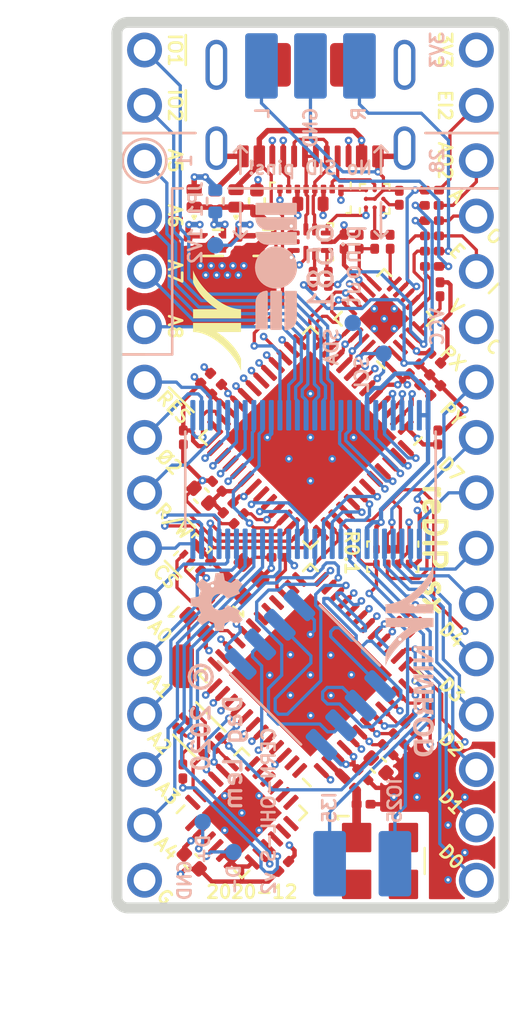
<source format=kicad_pcb>
(kicad_pcb (version 20171130) (host pcbnew 5.1.9-1.fc33)
  (title_block (title "reDIP sx") (date 2020-12-31) (rev 0.1) (company Nimrod) (comment 1 "© 2020 Dag Lem") (comment 2 "Licensed under CERN-OHL-S v2 (https://ohwr.org/cern_ohl_s_v2.txt)"))
  (layers (0 F.Cu signal) (1 In1.Cu power) (2 In2.Cu signal) (3 In3.Cu power) (4 In4.Cu power) (31 B.Cu signal) (34 B.Paste user) (35 F.Paste user) (36 B.SilkS user) (37 F.SilkS user) (38 B.Mask user) (39 F.Mask user) (44 Edge.Cuts user))
  (net 0 "")
  (net 1 "Net-(AE1-Pad1)")
  (net 2 GND)
  (net 3 /Vcc)
  (net 4 +3V3)
  (net 5 +1V2)
  (net 6 VBUS)
  (net 7 /EXT_IN_2)
  (net 8 /EXT_IN)
  (net 9 /MIC)
  (net 10 /AUDIO_OUT_2)
  (net 11 /AUDIO_OUT)
  (net 12 /LINE_OUT_2)
  (net 13 /LINE_OUT)
  (net 14 /CC2)
  (net 15 /CC1)
  (net 16 /POT_X)
  (net 17 /POT_Y)
  (net 18 /IO25)
  (net 19 /I2C_SDA)
  (net 20 /I2C_SCL)
  (net 21 /A_SEL)
  (net 22 /RXD)
  (net 23 /TXD)
  (net 24 /~CRESET~)
  (net 25 /CDONE)
  (net 26 /A5)
  (net 27 /A6)
  (net 28 /A7)
  (net 29 /A8)
  (net 30 /~RES~)
  (net 31 /D4)
  (net 32 /D3)
  (net 33 /D2)
  (net 34 /D1)
  (net 35 /D0)
  (net 36 /A4)
  (net 37 /A3)
  (net 38 /Ø2)
  (net 39 /A2)
  (net 40 /A1)
  (net 41 /A0)
  (net 42 /~CS~)
  (net 43 /R_~W~)
  (net 44 /D7)
  (net 45 /D6)
  (net 46 /D5)
  (net 47 /ICE_POT_X)
  (net 48 /ICE_POT_Y)
  (net 49 /ICE_A5)
  (net 50 /ICE_A6)
  (net 51 /ICE_A7)
  (net 52 /ICE_A8)
  (net 53 /ICE_~RES~)
  (net 54 /ICE_D4)
  (net 55 /ICE_D3)
  (net 56 /ICE_D2)
  (net 57 /ICE_D1)
  (net 58 /ICE_D0)
  (net 59 /ICE_A4)
  (net 60 /ICE_A3)
  (net 61 /ICE_Ø2)
  (net 62 /ICE_A2)
  (net 63 /ICE_A1)
  (net 64 /ICE_A0)
  (net 65 /ICE_~CS~)
  (net 66 /ICE_R_~W~)
  (net 67 /ICE_D7)
  (net 68 /ICE_D6)
  (net 69 /ICE_D5)
  (net 70 /SBU1)
  (net 71 /D-)
  (net 72 /D+)
  (net 73 /SBU2)
  (net 74 /A_R)
  (net 75 /A_L)
  (net 76 /LED_DI)
  (net 77 +5V)
  (net 78 "Net-(C23-Pad1)")
  (net 79 /~IO2~)
  (net 80 /~IO1~)
  (net 81 /LED_~EN~)
  (net 82 /ICE_~IO2~)
  (net 83 /ICE_~IO1~)
  (net 84 "Net-(C11-Pad1)")
  (net 85 "Net-(C22-Pad1)")
  (net 86 "Net-(D3-Pad5)")
  (net 87 "Net-(D3-Pad4)")
  (net 88 /ESP_EN)
  (net 89 "Net-(D4-Pad1)")
  (net 90 "Net-(D4-Pad3)")
  (net 91 /DTR)
  (net 92 /RTS)
  (net 93 /VBUS_DET)
  (net 94 /I35)
  (net 95 "Net-(C10-Pad1)")
  (net 96 "Net-(C12-Pad2)")
  (net 97 "Net-(C13-Pad1)")
  (net 98 "Net-(C14-Pad2)")
  (net 99 "Net-(C19-Pad2)")
  (net 100 "Net-(C28-Pad1)")
  (net 101 "Net-(C30-Pad1)")
  (net 102 "Net-(R1-Pad2)")
  (net 103 "Net-(C15-Pad1)")
  (net 104 "Net-(C18-Pad2)")
  (net 105 "Net-(R5-Pad1)")
  (net 106 /SYS_CLK)
  (net 107 /SPI_RAM_~CS~)
  (net 108 /I2S_WCLK)
  (net 109 /I2S_BCLK)
  (net 110 /I2S_DOUT)
  (net 111 /I2S_DIN)
  (net 112 /SPI_SIO3)
  (net 113 /SPI_SIO2)
  (net 114 /SPI_ICE_~CS~)
  (net 115 /SPI_SIO0)
  (net 116 /SPI_SIO1)
  (net 117 /SPI_SCLK)
  (net 118 /LED_DO)
  (module reDIP:Nimrod-N (layer F.Cu) (at 103.33 107.34 270)
    (fp_text reference svg2mod hide)
    (fp_text value G*** hide)
  )
  (module reDIP:SolderMask_Opening_D0.2mm (layer F.Cu) (at 103.31 105.25)
    (fp_text reference "SolderMask Opening D0.2mm" hide)
    (fp_text value SolderMask_Opening_D0.2mm hide)
  )
  (module reDIP:SolderMask_Opening_D0.4mm (layer B.Cu) (at 103.31 105.25)
    (fp_text reference "SolderMask Opening D0.4mm" hide)
    (fp_text value SolderMask_Opening_D0.4mm hide)
  )
  (module reDIP:PinHeader_1x06_P2.54mm_Vertical_LongTail (layer B.Cu) (at 100 94.92 180)
    (fp_text reference J6 hide)
    (fp_text value Conn_01x06 hide)
    (pad 6 thru_hole circle (at 0 -12.7 180) (size 1.6 1.6) (drill 1) (layers *.Cu *.Mask) (net 29 /A8))
    (pad 5 thru_hole circle (at 0 -10.16 180) (size 1.6 1.6) (drill 1) (layers *.Cu *.Mask) (net 28 /A7))
    (pad 4 thru_hole circle (at 0 -7.62 180) (size 1.6 1.6) (drill 1) (layers *.Cu *.Mask) (net 27 /A6))
    (pad 3 thru_hole circle (at 0 -5.08 180) (size 1.6 1.6) (drill 1) (layers *.Cu *.Mask) (net 26 /A5))
    (pad 2 thru_hole circle (at 0 -2.54 180) (size 1.6 1.6) (drill 1) (layers *.Cu *.Mask) (net 79 /~IO2~))
    (pad 1 thru_hole circle (at 0 0 180) (size 1.6 1.6) (drill 1) (layers *.Cu *.Mask) (net 80 /~IO1~))
  )
  (module JAE:USB_C_Receptacle_JAE_DX07S016JA3_PinInPaste (layer F.Cu) (at 107.62 96.75 180)
    (fp_text reference J1 hide)
    (fp_text value DX07S016JA3 hide)
    (pad B1 smd roundrect (at 3.1 -3.05 180) (size 0.52 1) (layers F.Cu F.Paste F.Mask) (roundrect_rratio 0.13) (net 2 GND))
    (pad B4 smd roundrect (at 2.35 -3.05 180) (size 0.52 1) (layers F.Cu F.Paste F.Mask) (roundrect_rratio 0.13) (net 6 VBUS))
    (pad B9 smd roundrect (at -2.35 -3.05 180) (size 0.52 1) (layers F.Cu F.Paste F.Mask) (roundrect_rratio 0.13) (net 6 VBUS))
    (pad B12 smd roundrect (at -3.1 -3.05 180) (size 0.52 1) (layers F.Cu F.Paste F.Mask) (roundrect_rratio 0.13) (net 2 GND))
    (pad "" smd roundrect (at -1.4 1.15 180) (size 1 2) (layers F.Cu F.Paste F.Mask) (roundrect_rratio 0.2))
    (pad "" smd roundrect (at 1.4 1.15 180) (size 1 2) (layers F.Cu F.Paste F.Mask) (roundrect_rratio 0.2))
    (pad S1 thru_hole oval (at -4.32 1.15 180) (size 1 2.3) (drill oval 0.6 1.9) (layers *.Cu *.Mask) (net 2 GND))
    (pad S1 thru_hole oval (at 4.32 1.15 180) (size 1 2.3) (drill oval 0.6 1.9) (layers *.Cu *.Mask) (net 2 GND))
    (pad S1 thru_hole oval (at -4.32 -2.675 180) (size 1 2) (drill oval 0.6 1.6) (layers *.Cu *.Mask) (net 2 GND))
    (pad S1 thru_hole oval (at 4.32 -2.675 180) (size 1 2) (drill oval 0.6 1.6) (layers *.Cu *.Mask) (net 2 GND))
    (pad "" np_thru_hole oval (at -3 -1.95 180) (size 0.6 0.6) (drill 0.6) (layers *.Cu *.Mask))
    (pad "" np_thru_hole oval (at 3 -1.95 180) (size 0.85 0.6) (drill oval 0.85 0.6) (layers *.Cu *.Mask))
    (pad A1 smd roundrect (at -3.1 -3.05 180) (size 0.52 1) (layers F.Cu F.Paste F.Mask) (roundrect_rratio 0.13) (net 2 GND))
    (pad A4 smd roundrect (at -2.35 -3.05 180) (size 0.52 1) (layers F.Cu F.Paste F.Mask) (roundrect_rratio 0.13) (net 6 VBUS))
    (pad A12 smd roundrect (at 3.1 -3.05 180) (size 0.52 1) (layers F.Cu F.Paste F.Mask) (roundrect_rratio 0.13) (net 2 GND))
    (pad A9 smd roundrect (at 2.35 -3.05 180) (size 0.52 1) (layers F.Cu F.Paste F.Mask) (roundrect_rratio 0.13) (net 6 VBUS))
    (pad A5 smd roundrect (at -1.75 -3.05 180) (size 0.27 1) (layers F.Cu F.Paste F.Mask) (net 15 /CC1))
    (pad B8 smd roundrect (at -1.25 -3.05 180) (size 0.27 1) (layers F.Cu F.Paste F.Mask) (net 73 /SBU2))
    (pad B7 smd roundrect (at -0.75 -3.05 180) (size 0.27 1) (layers F.Cu F.Paste F.Mask) (net 87 "Net-(D3-Pad4)"))
    (pad A6 smd roundrect (at -0.25 -3.05 180) (size 0.27 1) (layers F.Cu F.Paste F.Mask) (net 86 "Net-(D3-Pad5)"))
    (pad B6 smd roundrect (at 0.25 -3.05 180) (size 0.27 1) (layers F.Cu F.Paste F.Mask) (net 86 "Net-(D3-Pad5)"))
    (pad A7 smd roundrect (at 0.75 -3.05 180) (size 0.27 1) (layers F.Cu F.Paste F.Mask) (net 87 "Net-(D3-Pad4)"))
    (pad B5 smd roundrect (at 1.25 -3.05 180) (size 0.27 1) (layers F.Cu F.Paste F.Mask) (net 14 /CC2))
    (pad A8 smd roundrect (at 1.75 -3.05 180) (size 0.27 1) (layers F.Cu F.Paste F.Mask) (net 70 /SBU1))
  )
  (module ONSemi:CASE711AJ_1.0x1.0mm_P0.65mm (layer F.Cu) (at 103.15 103.77)
    (fp_text reference U2 hide)
    (fp_text value NCP167AMX330TBG hide)
    (pad 4 smd custom (at 0.475 -0.325 270) (size 0.25 0.25) (layers F.Cu F.Paste F.Mask) (net 77 +5V) (options (clearance outline) (anchor circle)) (primitives (gr_poly (pts (xy -0.125 -0.125) (xy -0.125 0.225) (xy -0.025 0.225) (xy 0.125 0.075) (xy 0.125 -0.125)) (width 0))))
    (pad 3 smd custom (at 0.475 0.325 90) (size 0.25 0.25) (layers F.Cu F.Paste F.Mask) (net 5 +1V2) (options (clearance outline) (anchor circle)) (primitives (gr_poly (pts (xy -0.125 0.125) (xy -0.125 -0.225) (xy -0.025 -0.225) (xy 0.125 -0.075) (xy 0.125 0.125)) (width 0))))
    (pad 1 smd custom (at -0.475 -0.325 270) (size 0.25 0.25) (layers F.Cu F.Paste F.Mask) (net 4 +3V3) (options (clearance outline) (anchor circle)) (primitives (gr_poly (pts (xy -0.125 0.125) (xy -0.125 -0.225) (xy -0.025 -0.225) (xy 0.125 -0.075) (xy 0.125 0.125)) (width 0))))
    (pad 2 smd custom (at -0.475 0.325 90) (size 0.25 0.25) (layers F.Cu F.Paste F.Mask) (net 2 GND) (options (clearance outline) (anchor circle)) (primitives (gr_poly (pts (xy -0.125 -0.125) (xy -0.125 0.225) (xy -0.025 0.225) (xy 0.125 0.075) (xy 0.125 -0.125)) (width 0))))
    (pad 2 smd rect (at 0 0 45) (size 0.48 0.48) (layers F.Cu F.Mask) (net 2 GND))
  )
  (module ONSemi:CASE711AJ_1.0x1.0mm_P0.65mm (layer F.Cu) (at 105.46 103.77)
    (fp_text reference U1 hide)
    (fp_text value NCP163AMX120TBG hide)
    (pad 4 smd custom (at 0.475 -0.325 270) (size 0.25 0.25) (layers F.Cu F.Paste F.Mask) (net 77 +5V) (options (clearance outline) (anchor circle)) (primitives (gr_poly (pts (xy -0.125 -0.125) (xy -0.125 0.225) (xy -0.025 0.225) (xy 0.125 0.075) (xy 0.125 -0.125)) (width 0))))
    (pad 3 smd custom (at 0.475 0.325 90) (size 0.25 0.25) (layers F.Cu F.Paste F.Mask) (net 77 +5V) (options (clearance outline) (anchor circle)) (primitives (gr_poly (pts (xy -0.125 0.125) (xy -0.125 -0.225) (xy -0.025 -0.225) (xy 0.125 -0.075) (xy 0.125 0.125)) (width 0))))
    (pad 1 smd custom (at -0.475 -0.325 270) (size 0.25 0.25) (layers F.Cu F.Paste F.Mask) (net 5 +1V2) (options (clearance outline) (anchor circle)) (primitives (gr_poly (pts (xy -0.125 0.125) (xy -0.125 -0.225) (xy -0.025 -0.225) (xy 0.125 -0.075) (xy 0.125 0.125)) (width 0))))
    (pad 2 smd custom (at -0.475 0.325 90) (size 0.25 0.25) (layers F.Cu F.Paste F.Mask) (net 2 GND) (options (clearance outline) (anchor circle)) (primitives (gr_poly (pts (xy -0.125 -0.125) (xy -0.125 0.225) (xy -0.025 0.225) (xy 0.125 0.075) (xy 0.125 -0.125)) (width 0))))
    (pad 2 smd rect (at 0 0 45) (size 0.48 0.48) (layers F.Cu F.Mask) (net 2 GND))
  )
  (module reDIP:SolderWirePad_1x01_SMD_1x2mm (layer F.Cu) (at 101.77 123.2)
    (fp_text reference J2 hide)
    (fp_text value Conn_01x01 hide)
    (pad 1 smd roundrect (at 0 0) (size 1 2) (layers F.Cu F.Mask) (net 118 /LED_DO))
  )
  (module TI:Texas_TVSOP-56_4.4x11.3mm_P0.4mm (layer B.Cu) (at 107.62 114.63 90)
    (fp_text reference U11 hide)
    (fp_text value SN74CBTD16211DGVR hide)
    (pad 28 smd roundrect (at -2.95 -5.4 180) (size 0.23 1.4) (layers B.Cu B.Paste B.Mask) (net 42 /~CS~))
    (pad 29 smd roundrect (at 2.95 -5.4 180) (size 0.23 1.4) (layers B.Cu B.Paste B.Mask) (net 65 /ICE_~CS~))
    (pad 27 smd roundrect (at -2.95 -5 180) (size 0.23 1.4) (layers B.Cu B.Paste B.Mask) (net 61 /ICE_Ø2))
    (pad 30 smd roundrect (at 2.95 -5 180) (size 0.23 1.4) (layers B.Cu B.Paste B.Mask) (net 38 /Ø2))
    (pad 26 smd roundrect (at -2.95 -4.6 180) (size 0.23 1.4) (layers B.Cu B.Paste B.Mask) (net 53 /ICE_~RES~))
    (pad 31 smd roundrect (at 2.95 -4.6 180) (size 0.23 1.4) (layers B.Cu B.Paste B.Mask) (net 30 /~RES~))
    (pad 25 smd roundrect (at -2.95 -4.2 180) (size 0.23 1.4) (layers B.Cu B.Paste B.Mask) (net 66 /ICE_R_~W~))
    (pad 32 smd roundrect (at 2.95 -4.2 180) (size 0.23 1.4) (layers B.Cu B.Paste B.Mask) (net 43 /R_~W~))
    (pad 24 smd roundrect (at -2.95 -3.8 180) (size 0.23 1.4) (layers B.Cu B.Paste B.Mask) (net 41 /A0))
    (pad 33 smd roundrect (at 2.95 -3.8 180) (size 0.23 1.4) (layers B.Cu B.Paste B.Mask) (net 64 /ICE_A0))
    (pad 23 smd roundrect (at -2.95 -3.4 180) (size 0.23 1.4) (layers B.Cu B.Paste B.Mask) (net 40 /A1))
    (pad 34 smd roundrect (at 2.95 -3.4 180) (size 0.23 1.4) (layers B.Cu B.Paste B.Mask) (net 63 /ICE_A1))
    (pad 22 smd roundrect (at -2.95 -3 180) (size 0.23 1.4) (layers B.Cu B.Paste B.Mask) (net 39 /A2))
    (pad 35 smd roundrect (at 2.95 -3 180) (size 0.23 1.4) (layers B.Cu B.Paste B.Mask) (net 62 /ICE_A2))
    (pad 21 smd roundrect (at -2.95 -2.6 180) (size 0.23 1.4) (layers B.Cu B.Paste B.Mask) (net 37 /A3))
    (pad 36 smd roundrect (at 2.95 -2.6 180) (size 0.23 1.4) (layers B.Cu B.Paste B.Mask) (net 60 /ICE_A3))
    (pad 20 smd roundrect (at -2.95 -2.2 180) (size 0.23 1.4) (layers B.Cu B.Paste B.Mask) (net 36 /A4))
    (pad 37 smd roundrect (at 2.95 -2.2 180) (size 0.23 1.4) (layers B.Cu B.Paste B.Mask) (net 59 /ICE_A4))
    (pad 19 smd roundrect (at -2.95 -1.8 180) (size 0.23 1.4) (layers B.Cu B.Paste B.Mask) (net 2 GND))
    (pad 38 smd roundrect (at 2.95 -1.8 180) (size 0.23 1.4) (layers B.Cu B.Paste B.Mask) (net 2 GND))
    (pad 18 smd roundrect (at -2.95 -1.4 180) (size 0.23 1.4) (layers B.Cu B.Paste B.Mask) (net 93 /VBUS_DET))
    (pad 39 smd roundrect (at 2.95 -1.4 180) (size 0.23 1.4) (layers B.Cu B.Paste B.Mask) (net 6 VBUS))
    (pad 17 smd roundrect (at -2.95 -1 180) (size 0.23 1.4) (layers B.Cu B.Paste B.Mask) (net 77 +5V))
    (pad 40 smd roundrect (at 2.95 -1 180) (size 0.23 1.4) (layers B.Cu B.Paste B.Mask) (net 29 /A8))
    (pad 16 smd roundrect (at -2.95 -0.6 180) (size 0.23 1.4) (layers B.Cu B.Paste B.Mask) (net 52 /ICE_A8))
    (pad 41 smd roundrect (at 2.95 -0.6 180) (size 0.23 1.4) (layers B.Cu B.Paste B.Mask) (net 28 /A7))
    (pad 15 smd roundrect (at -2.95 -0.2 180) (size 0.23 1.4) (layers B.Cu B.Paste B.Mask) (net 51 /ICE_A7))
    (pad 42 smd roundrect (at 2.95 -0.2 180) (size 0.23 1.4) (layers B.Cu B.Paste B.Mask) (net 27 /A6))
    (pad 14 smd roundrect (at -2.95 0.2 180) (size 0.23 1.4) (layers B.Cu B.Paste B.Mask) (net 50 /ICE_A6))
    (pad 43 smd roundrect (at 2.95 0.2 180) (size 0.23 1.4) (layers B.Cu B.Paste B.Mask) (net 26 /A5))
    (pad 13 smd roundrect (at -2.95 0.6 180) (size 0.23 1.4) (layers B.Cu B.Paste B.Mask) (net 49 /ICE_A5))
    (pad 44 smd roundrect (at 2.95 0.6 180) (size 0.23 1.4) (layers B.Cu B.Paste B.Mask) (net 79 /~IO2~))
    (pad 12 smd roundrect (at -2.95 1 180) (size 0.23 1.4) (layers B.Cu B.Paste B.Mask) (net 82 /ICE_~IO2~))
    (pad 45 smd roundrect (at 2.95 1 180) (size 0.23 1.4) (layers B.Cu B.Paste B.Mask) (net 80 /~IO1~))
    (pad 11 smd roundrect (at -2.95 1.4 180) (size 0.23 1.4) (layers B.Cu B.Paste B.Mask) (net 83 /ICE_~IO1~))
    (pad 46 smd roundrect (at 2.95 1.4 180) (size 0.23 1.4) (layers B.Cu B.Paste B.Mask) (net 58 /ICE_D0))
    (pad 10 smd roundrect (at -2.95 1.8 180) (size 0.23 1.4) (layers B.Cu B.Paste B.Mask) (net 35 /D0))
    (pad 47 smd roundrect (at 2.95 1.8 180) (size 0.23 1.4) (layers B.Cu B.Paste B.Mask) (net 57 /ICE_D1))
    (pad 9 smd roundrect (at -2.95 2.2 180) (size 0.23 1.4) (layers B.Cu B.Paste B.Mask) (net 34 /D1))
    (pad 48 smd roundrect (at 2.95 2.2 180) (size 0.23 1.4) (layers B.Cu B.Paste B.Mask) (net 56 /ICE_D2))
    (pad 8 smd roundrect (at -2.95 2.6 180) (size 0.23 1.4) (layers B.Cu B.Paste B.Mask) (net 2 GND))
    (pad 49 smd roundrect (at 2.95 2.6 180) (size 0.23 1.4) (layers B.Cu B.Paste B.Mask) (net 2 GND))
    (pad 7 smd roundrect (at -2.95 3 180) (size 0.23 1.4) (layers B.Cu B.Paste B.Mask) (net 33 /D2))
    (pad 50 smd roundrect (at 2.95 3 180) (size 0.23 1.4) (layers B.Cu B.Paste B.Mask) (net 55 /ICE_D3))
    (pad 6 smd roundrect (at -2.95 3.4 180) (size 0.23 1.4) (layers B.Cu B.Paste B.Mask) (net 32 /D3))
    (pad 51 smd roundrect (at 2.95 3.4 180) (size 0.23 1.4) (layers B.Cu B.Paste B.Mask) (net 54 /ICE_D4))
    (pad 5 smd roundrect (at -2.95 3.8 180) (size 0.23 1.4) (layers B.Cu B.Paste B.Mask) (net 31 /D4))
    (pad 52 smd roundrect (at 2.95 3.8 180) (size 0.23 1.4) (layers B.Cu B.Paste B.Mask) (net 69 /ICE_D5))
    (pad 4 smd roundrect (at -2.95 4.2 180) (size 0.23 1.4) (layers B.Cu B.Paste B.Mask) (net 46 /D5))
    (pad 53 smd roundrect (at 2.95 4.2 180) (size 0.23 1.4) (layers B.Cu B.Paste B.Mask) (net 68 /ICE_D6))
    (pad 3 smd roundrect (at -2.95 4.6 180) (size 0.23 1.4) (layers B.Cu B.Paste B.Mask) (net 45 /D6))
    (pad 54 smd roundrect (at 2.95 4.6 180) (size 0.23 1.4) (layers B.Cu B.Paste B.Mask) (net 67 /ICE_D7))
    (pad 2 smd roundrect (at -2.95 5 180) (size 0.23 1.4) (layers B.Cu B.Paste B.Mask) (net 44 /D7))
    (pad 55 smd roundrect (at 2.95 5 180) (size 0.23 1.4) (layers B.Cu B.Paste B.Mask) (net 2 GND))
    (pad 1 smd roundrect (at -2.95 5.4 180) (size 0.23 1.4) (layers B.Cu B.Paste B.Mask))
    (pad 56 smd roundrect (at 2.95 5.4 180) (size 0.23 1.4) (layers B.Cu B.Paste B.Mask) (net 2 GND))
  )
  (module Molex:Molex_47948-0001 (layer F.Cu) (at 110.815 132.135)
    (fp_text reference AE1 hide)
    (fp_text value 47948-0001 hide)
    (pad 1 smd roundrect (at -1.075 -1.075) (size 1.35 1.35) (layers F.Cu F.Paste F.Mask) (roundrect_rratio 0.05) (net 1 "Net-(AE1-Pad1)"))
    (pad "" smd roundrect (at 1.075 -1.075) (size 1.35 1.35) (layers F.Cu F.Paste F.Mask) (roundrect_rratio 0.05))
    (pad "" smd roundrect (at 1.075 1.075) (size 1.35 1.35) (layers F.Cu F.Paste F.Mask) (roundrect_rratio 0.05))
    (pad "" smd roundrect (at -1.075 1.075) (size 1.35 1.35) (layers F.Cu F.Paste F.Mask) (roundrect_rratio 0.05))
  )
  (module Nexperia:SOT-833-1 (layer F.Cu) (at 111.4 118.17 270)
    (fp_text reference U10 hide)
    (fp_text value CBTD3306GT hide)
    (pad 2 smd roundrect (at -0.3375 -0.25 270) (size 0.4 0.3) (layers F.Cu F.Paste F.Mask) (roundrect_rratio 0.2) (net 47 /ICE_POT_X))
    (pad 3 smd roundrect (at -0.3375 0.25 270) (size 0.4 0.3) (layers F.Cu F.Paste F.Mask) (roundrect_rratio 0.2) (net 16 /POT_X))
    (pad 7 smd roundrect (at 0.3375 -0.25 270) (size 0.4 0.3) (layers F.Cu F.Paste F.Mask) (roundrect_rratio 0.2) (net 2 GND))
    (pad 6 smd roundrect (at 0.3375 0.25 270) (size 0.4 0.3) (layers F.Cu F.Paste F.Mask) (roundrect_rratio 0.2) (net 17 /POT_Y))
    (pad 1 smd roundrect (at -0.3125 -0.75 270) (size 0.45 0.3) (layers F.Cu F.Paste F.Mask) (net 2 GND))
    (pad 8 smd roundrect (at 0.3375 -0.75 270) (size 0.4 0.3) (layers F.Cu F.Paste F.Mask) (roundrect_rratio 0.2) (net 77 +5V))
    (pad 4 smd roundrect (at -0.3375 0.75 270) (size 0.4 0.3) (layers F.Cu F.Paste F.Mask) (roundrect_rratio 0.2) (net 2 GND))
    (pad 5 smd roundrect (at 0.3375 0.75 270) (size 0.4 0.3) (layers F.Cu F.Paste F.Mask) (net 48 /ICE_POT_Y))
  )
  (module Package_DFN_QFN:QFN-48-1EP_7x7mm_P0.5mm_EP5.6x5.6mm (layer F.Cu) (at 107.62 112.7 225)
    (fp_text reference U8 hide)
    (fp_text value ICE40UP5K-SG48I hide)
    (pad 49 smd rect (at 0 0 225) (size 5.6 5.6) (layers F.Cu F.Mask) (net 2 GND))
    (pad 48 smd roundrect (at -2.75 -3.4375 225) (size 0.25 0.875) (layers F.Cu F.Paste F.Mask) (net 54 /ICE_D4))
    (pad 47 smd roundrect (at -2.25 -3.4375 225) (size 0.25 0.875) (layers F.Cu F.Paste F.Mask) (net 55 /ICE_D3))
    (pad 46 smd roundrect (at -1.75 -3.4375 225) (size 0.25 0.875) (layers F.Cu F.Paste F.Mask) (net 56 /ICE_D2))
    (pad 45 smd roundrect (at -1.25 -3.4375 225) (size 0.25 0.875) (layers F.Cu F.Paste F.Mask) (net 57 /ICE_D1))
    (pad 44 smd roundrect (at -0.75 -3.4375 225) (size 0.25 0.875) (layers F.Cu F.Paste F.Mask) (net 58 /ICE_D0))
    (pad 43 smd roundrect (at -0.25 -3.4375 225) (size 0.25 0.875) (layers F.Cu F.Paste F.Mask) (net 49 /ICE_A5))
    (pad 42 smd roundrect (at 0.25 -3.4375 225) (size 0.25 0.875) (layers F.Cu F.Paste F.Mask) (net 83 /ICE_~IO1~))
    (pad 41 smd roundrect (at 0.75 -3.4375 225) (size 0.25 0.875) (layers F.Cu F.Paste F.Mask) (net 82 /ICE_~IO2~))
    (pad 40 smd roundrect (at 1.25 -3.4375 225) (size 0.25 0.875) (layers F.Cu F.Paste F.Mask) (net 47 /ICE_POT_X))
    (pad 39 smd roundrect (at 1.75 -3.4375 225) (size 0.25 0.875) (layers F.Cu F.Paste F.Mask) (net 48 /ICE_POT_Y))
    (pad 38 smd roundrect (at 2.25 -3.4375 225) (size 0.25 0.875) (layers F.Cu F.Paste F.Mask) (net 50 /ICE_A6))
    (pad 37 smd roundrect (at 2.75 -3.4375 225) (size 0.25 0.875) (layers F.Cu F.Paste F.Mask) (net 61 /ICE_Ø2))
    (pad 36 smd roundrect (at 3.4375 -2.75 225) (size 0.875 0.25) (layers F.Cu F.Paste F.Mask) (net 66 /ICE_R_~W~))
    (pad 35 smd roundrect (at 3.4375 -2.25 225) (size 0.875 0.25) (layers F.Cu F.Paste F.Mask) (net 53 /ICE_~RES~))
    (pad 34 smd roundrect (at 3.4375 -1.75 225) (size 0.875 0.25) (layers F.Cu F.Paste F.Mask) (net 59 /ICE_A4))
    (pad 33 smd roundrect (at 3.4375 -1.25 225) (size 0.875 0.25) (layers F.Cu F.Paste F.Mask) (net 4 +3V3))
    (pad 32 smd roundrect (at 3.4375 -0.75 225) (size 0.875 0.25) (layers F.Cu F.Paste F.Mask) (net 52 /ICE_A8))
    (pad 31 smd roundrect (at 3.4375 -0.25 225) (size 0.875 0.25) (layers F.Cu F.Paste F.Mask) (net 51 /ICE_A7))
    (pad 30 smd roundrect (at 3.4375 0.25 225) (size 0.875 0.25) (layers F.Cu F.Paste F.Mask) (net 5 +1V2))
    (pad 29 smd roundrect (at 3.4375 0.75 225) (size 0.875 0.25) (layers F.Cu F.Paste F.Mask) (net 100 "Net-(C28-Pad1)"))
    (pad 28 smd roundrect (at 3.4375 1.25 225) (size 0.875 0.25) (layers F.Cu F.Paste F.Mask) (net 60 /ICE_A3))
    (pad 27 smd roundrect (at 3.4375 1.75 225) (size 0.875 0.25) (layers F.Cu F.Paste F.Mask) (net 62 /ICE_A2))
    (pad 26 smd roundrect (at 3.4375 2.25 225) (size 0.875 0.25) (layers F.Cu F.Paste F.Mask) (net 63 /ICE_A1))
    (pad 25 smd roundrect (at 3.4375 2.75 225) (size 0.875 0.25) (layers F.Cu F.Paste F.Mask) (net 64 /ICE_A0))
    (pad 24 smd roundrect (at 2.75 3.4375 225) (size 0.25 0.875) (layers F.Cu F.Paste F.Mask) (net 4 +3V3))
    (pad 23 smd roundrect (at 2.25 3.4375 225) (size 0.25 0.875) (layers F.Cu F.Paste F.Mask) (net 65 /ICE_~CS~))
    (pad 22 smd roundrect (at 1.75 3.4375 225) (size 0.25 0.875) (layers F.Cu F.Paste F.Mask) (net 4 +3V3))
    (pad 21 smd roundrect (at 1.25 3.4375 225) (size 0.25 0.875) (layers F.Cu F.Paste F.Mask) (net 107 /SPI_RAM_~CS~))
    (pad 20 smd roundrect (at 0.75 3.4375 225) (size 0.25 0.875) (layers F.Cu F.Paste F.Mask) (net 106 /SYS_CLK))
    (pad 19 smd roundrect (at 0.25 3.4375 225) (size 0.25 0.875) (layers F.Cu F.Paste F.Mask) (net 112 /SPI_SIO3))
    (pad 18 smd roundrect (at -0.25 3.4375 225) (size 0.25 0.875) (layers F.Cu F.Paste F.Mask) (net 113 /SPI_SIO2))
    (pad 17 smd roundrect (at -0.75 3.4375 225) (size 0.25 0.875) (layers F.Cu F.Paste F.Mask) (net 116 /SPI_SIO1))
    (pad 16 smd roundrect (at -1.25 3.4375 225) (size 0.25 0.875) (layers F.Cu F.Paste F.Mask) (net 114 /SPI_ICE_~CS~))
    (pad 15 smd roundrect (at -1.75 3.4375 225) (size 0.25 0.875) (layers F.Cu F.Paste F.Mask) (net 117 /SPI_SCLK))
    (pad 14 smd roundrect (at -2.25 3.4375 225) (size 0.25 0.875) (layers F.Cu F.Paste F.Mask) (net 115 /SPI_SIO0))
    (pad 13 smd roundrect (at -2.75 3.4375 225) (size 0.25 0.875) (layers F.Cu F.Paste F.Mask) (net 108 /I2S_WCLK))
    (pad 12 smd roundrect (at -3.4375 2.75 225) (size 0.875 0.25) (layers F.Cu F.Paste F.Mask) (net 109 /I2S_BCLK))
    (pad 11 smd roundrect (at -3.4375 2.25 225) (size 0.875 0.25) (layers F.Cu F.Paste F.Mask) (net 110 /I2S_DOUT))
    (pad 10 smd roundrect (at -3.4375 1.75 225) (size 0.875 0.25) (layers F.Cu F.Paste F.Mask) (net 111 /I2S_DIN))
    (pad 9 smd roundrect (at -3.4375 1.25 225) (size 0.875 0.25) (layers F.Cu F.Paste F.Mask) (net 19 /I2C_SDA))
    (pad 8 smd roundrect (at -3.4375 0.75 225) (size 0.875 0.25) (layers F.Cu F.Paste F.Mask) (net 24 /~CRESET~))
    (pad 7 smd roundrect (at -3.4375 0.25 225) (size 0.875 0.25) (layers F.Cu F.Paste F.Mask) (net 25 /CDONE))
    (pad 6 smd roundrect (at -3.4375 -0.25 225) (size 0.875 0.25) (layers F.Cu F.Paste F.Mask) (net 20 /I2C_SCL))
    (pad 5 smd roundrect (at -3.4375 -0.75 225) (size 0.875 0.25) (layers F.Cu F.Paste F.Mask) (net 5 +1V2))
    (pad 4 smd roundrect (at -3.4375 -1.25 225) (size 0.875 0.25) (layers F.Cu F.Paste F.Mask) (net 69 /ICE_D5))
    (pad 3 smd roundrect (at -3.4375 -1.75 225) (size 0.875 0.25) (layers F.Cu F.Paste F.Mask) (net 68 /ICE_D6))
    (pad 2 smd roundrect (at -3.4375 -2.25 225) (size 0.875 0.25) (layers F.Cu F.Paste F.Mask) (net 67 /ICE_D7))
    (pad 1 smd roundrect (at -3.4375 -2.75 225) (size 0.875 0.25) (layers F.Cu F.Paste F.Mask) (net 4 +3V3))
  )
  (module ONSemi:WLCSP-9_1.16x1.16mm_Layout3x3_P0.4mm (layer F.Cu) (at 110.57 101.75 90)
    (fp_text reference U7 hide)
    (fp_text value FSA8049UCX hide)
    (pad C3 smd circle (at 0.4 0.4 90) (size 0.2 0.2) (layers F.Cu F.Paste F.Mask) (net 2 GND))
    (pad B3 smd circle (at 0.4 0 90) (size 0.2 0.2) (layers F.Cu F.Paste F.Mask) (net 73 /SBU2))
    (pad A3 smd circle (at 0.4 -0.4 90) (size 0.2 0.2) (layers F.Cu F.Paste F.Mask) (net 70 /SBU1))
    (pad C2 smd circle (at 0 0.4 90) (size 0.2 0.2) (layers F.Cu F.Paste F.Mask) (net 78 "Net-(C23-Pad1)"))
    (pad B2 smd circle (at 0 0 90) (size 0.2 0.2) (layers F.Cu F.Paste F.Mask) (net 2 GND))
    (pad A2 smd circle (at 0 -0.4 90) (size 0.2 0.2) (layers F.Cu F.Paste F.Mask) (net 2 GND))
    (pad C1 smd circle (at -0.4 0.4 90) (size 0.2 0.2) (layers F.Cu F.Paste F.Mask) (net 4 +3V3))
    (pad B1 smd circle (at -0.4 0 90) (size 0.2 0.2) (layers F.Cu F.Paste F.Mask) (net 9 /MIC))
    (pad A1 smd circle (at -0.4 -0.4 90) (size 0.2 0.2) (layers F.Cu F.Paste F.Mask) (net 4 +3V3))
  )
  (module Capacitor_SMD:C_0201_0603Metric (layer F.Cu) (at 104.3 103.81 270)
    (fp_text reference C2 hide)
    (fp_text value 1uF hide)
    (pad 2 smd roundrect (at 0.32 0 270) (size 0.46 0.4) (layers F.Cu F.Mask) (net 2 GND))
    (pad 1 smd roundrect (at -0.32 0 270) (size 0.46 0.4) (layers F.Cu F.Mask) (net 5 +1V2))
  )
  (module Capacitor_SMD:C_0201_0603Metric (layer F.Cu) (at 102 103.81 270)
    (fp_text reference C4 hide)
    (fp_text value 1uF hide)
    (pad 2 smd roundrect (at 0.32 0 270) (size 0.46 0.4) (layers F.Cu F.Mask) (net 2 GND))
    (pad 1 smd roundrect (at -0.32 0 270) (size 0.46 0.4) (layers F.Cu F.Mask) (net 4 +3V3))
  )
  (module Package_DFN_QFN:QFN-20-1EP_3x3mm_P0.4mm_EP1.65x1.65mm (layer F.Cu) (at 111.01 107.25 135)
    (fp_text reference U4 hide)
    (fp_text value SGTL5000XNLA3 hide)
    (pad 1 smd roundrect (at -1.45 -0.8 135) (size 0.85 0.2) (layers F.Cu F.Paste F.Mask) (net 104 "Net-(C18-Pad2)"))
    (pad 2 smd roundrect (at -1.45 -0.4 135) (size 0.85 0.2) (layers F.Cu F.Paste F.Mask))
    (pad 3 smd roundrect (at -1.45 0 135) (size 0.85 0.2) (layers F.Cu F.Paste F.Mask) (net 4 +3V3))
    (pad 4 smd roundrect (at -1.45 0.4 135) (size 0.85 0.2) (layers F.Cu F.Paste F.Mask) (net 99 "Net-(C19-Pad2)"))
    (pad 5 smd roundrect (at -1.45 0.8 135) (size 0.85 0.2) (layers F.Cu F.Paste F.Mask) (net 95 "Net-(C10-Pad1)"))
    (pad 6 smd roundrect (at -0.8 1.45 135) (size 0.2 0.85) (layers F.Cu F.Paste F.Mask) (net 96 "Net-(C12-Pad2)"))
    (pad 7 smd roundrect (at -0.4 1.45 135) (size 0.2 0.85) (layers F.Cu F.Paste F.Mask) (net 98 "Net-(C14-Pad2)"))
    (pad 8 smd roundrect (at 0 1.45 135) (size 0.2 0.85) (layers F.Cu F.Paste F.Mask) (net 84 "Net-(C11-Pad1)"))
    (pad 9 smd roundrect (at 0.4 1.45 135) (size 0.2 0.85) (layers F.Cu F.Paste F.Mask) (net 97 "Net-(C13-Pad1)"))
    (pad 10 smd roundrect (at 0.8 1.45 135) (size 0.2 0.85) (layers F.Cu F.Paste F.Mask) (net 103 "Net-(C15-Pad1)"))
    (pad 11 smd roundrect (at 1.45 0.8 135) (size 0.85 0.2) (layers F.Cu F.Paste F.Mask) (net 85 "Net-(C22-Pad1)"))
    (pad 12 smd roundrect (at 1.45 0.4 135) (size 0.85 0.2) (layers F.Cu F.Paste F.Mask) (net 4 +3V3))
    (pad 13 smd roundrect (at 1.45 0 135) (size 0.85 0.2) (layers F.Cu F.Paste F.Mask) (net 106 /SYS_CLK))
    (pad 14 smd roundrect (at 1.45 -0.4 135) (size 0.85 0.2) (layers F.Cu F.Paste F.Mask) (net 108 /I2S_WCLK))
    (pad 15 smd roundrect (at 1.45 -0.8 135) (size 0.85 0.2) (layers F.Cu F.Paste F.Mask) (net 109 /I2S_BCLK))
    (pad 16 smd roundrect (at 0.8 -1.45 135) (size 0.2 0.85) (layers F.Cu F.Paste F.Mask) (net 110 /I2S_DOUT))
    (pad 17 smd roundrect (at 0.4 -1.45 135) (size 0.2 0.85) (layers F.Cu F.Paste F.Mask) (net 111 /I2S_DIN))
    (pad 18 smd roundrect (at 0 -1.45 135) (size 0.2 0.85) (layers F.Cu F.Paste F.Mask) (net 19 /I2C_SDA))
    (pad 19 smd roundrect (at -0.4 -1.45 135) (size 0.2 0.85) (layers F.Cu F.Paste F.Mask) (net 20 /I2C_SCL))
    (pad 20 smd roundrect (at -0.8 -1.45 135) (size 0.2 0.85) (layers F.Cu F.Paste F.Mask) (net 5 +1V2))
    (pad 21 smd rect (at 0 0 135) (size 1.65 1.65) (layers F.Cu F.Mask) (net 2 GND))
  )
  (module reDIP:SolderMask_Opening_D0.2mm (layer F.Cu) (at 103.56 104.82)
    (fp_text reference "SolderMask Opening D0.2mm" hide)
    (fp_text value SolderMask_Opening_D0.2mm hide)
  )
  (module reDIP:SolderMask_Opening_D0.2mm (layer F.Cu) (at 103.06 104.82)
    (fp_text reference "SolderMask Opening D0.2mm" hide)
    (fp_text value SolderMask_Opening_D0.2mm hide)
  )
  (module reDIP:SolderMask_Opening_D0.4mm (layer B.Cu) (at 103.56 104.82)
    (fp_text reference "SolderMask Opening D0.4mm" hide)
    (fp_text value SolderMask_Opening_D0.4mm hide)
  )
  (module reDIP:SolderMask_Opening_D0.4mm (layer B.Cu) (at 103.06 104.82)
    (fp_text reference "SolderMask Opening D0.4mm" hide)
    (fp_text value SolderMask_Opening_D0.4mm hide)
  )
  (module reDIP:SolderMask_Opening_D0.4mm (layer B.Cu) (at 104.06 104.82)
    (fp_text reference "SolderMask Opening D0.4mm" hide)
    (fp_text value SolderMask_Opening_D0.4mm hide)
  )
  (module reDIP:SolderMask_Opening_D0.4mm (layer B.Cu) (at 103.81 105.25)
    (fp_text reference "SolderMask Opening D0.4mm" hide)
    (fp_text value SolderMask_Opening_D0.4mm hide)
  )
  (module reDIP:SolderMask_Opening_D0.4mm (layer B.Cu) (at 104.31 105.25)
    (fp_text reference "SolderMask Opening D0.4mm" hide)
    (fp_text value SolderMask_Opening_D0.4mm hide)
  )
  (module reDIP:SolderMask_Opening_D0.4mm (layer B.Cu) (at 104.56 104.82)
    (fp_text reference "SolderMask Opening D0.4mm" hide)
    (fp_text value SolderMask_Opening_D0.4mm hide)
  )
  (module reDIP:SolderMask_Opening_D0.4mm (layer B.Cu) (at 102.56 104.82)
    (fp_text reference "SolderMask Opening D0.4mm" hide)
    (fp_text value SolderMask_Opening_D0.4mm hide)
  )
  (module reDIP:SolderMask_Opening_D0.4mm (layer B.Cu) (at 102.81 105.25)
    (fp_text reference "SolderMask Opening D0.4mm" hide)
    (fp_text value SolderMask_Opening_D0.4mm hide)
  )
  (module reDIP:SolderMask_Opening_D0.2mm (layer F.Cu) (at 104.31 105.25)
    (fp_text reference "SolderMask Opening D0.2mm" hide)
    (fp_text value SolderMask_Opening_D0.2mm hide)
  )
  (module reDIP:SolderMask_Opening_D0.2mm (layer F.Cu) (at 103.81 105.25)
    (fp_text reference "SolderMask Opening D0.2mm" hide)
    (fp_text value SolderMask_Opening_D0.2mm hide)
  )
  (module reDIP:SolderMask_Opening_D0.2mm (layer F.Cu) (at 104.06 104.82)
    (fp_text reference "SolderMask Opening D0.2mm" hide)
    (fp_text value SolderMask_Opening_D0.2mm hide)
  )
  (module reDIP:SolderMask_Opening_D0.2mm (layer F.Cu) (at 102.81 105.25)
    (fp_text reference "SolderMask Opening D0.2mm" hide)
    (fp_text value SolderMask_Opening_D0.2mm hide)
  )
  (module reDIP:SolderMask_Opening_D0.2mm (layer F.Cu) (at 104.56 104.82)
    (fp_text reference "SolderMask Opening D0.2mm" hide)
    (fp_text value SolderMask_Opening_D0.2mm hide)
  )
  (module reDIP:SolderMask_Opening_D0.2mm (layer F.Cu) (at 102.56 104.82)
    (fp_text reference "SolderMask Opening D0.2mm" hide)
    (fp_text value SolderMask_Opening_D0.2mm hide)
  )
  (module reDIP:DNP_0402_1005Metric (layer B.Cu) (at 103.25 101.86 270)
    (fp_text reference JP1 (at -0.09 0.9 90) (layer B.SilkS) (effects (font (size 0.6 0.6) (thickness 0.12)) (justify mirror)))
    (fp_text value SolderJumper_2_Open hide)
    (pad 2 smd roundrect (at 0.51 0 270) (size 0.54 0.64) (layers B.Cu B.Mask) (net 77 +5V))
    (pad 1 smd roundrect (at -0.51 0 270) (size 0.54 0.64) (layers B.Cu B.Mask) (net 3 /Vcc))
  )
  (module reDIP:DNP_0201_0603Metric (layer F.Cu) (at 110.06 129.53)
    (fp_text reference L1 hide)
    (fp_text value DNP hide)
    (pad 2 smd roundrect (at 0.32 0) (size 0.46 0.4) (layers F.Cu F.Mask) (net 2 GND))
    (pad 1 smd roundrect (at -0.32 0) (size 0.46 0.4) (layers F.Cu F.Mask) (net 1 "Net-(AE1-Pad1)"))
  )
  (module reDIP:PinHeader_1x06_P2.54mm_Vertical_LongTail (layer B.Cu) (at 115.24 94.92 180)
    (fp_text reference J7 hide)
    (fp_text value Conn_01x06 hide)
    (pad 6 thru_hole circle (at 0 -12.7 180) (size 1.6 1.6) (drill 1) (layers *.Cu *.Mask) (net 3 /Vcc))
    (pad 5 thru_hole circle (at 0 -10.16 180) (size 1.6 1.6) (drill 1) (layers *.Cu *.Mask) (net 8 /EXT_IN))
    (pad 4 thru_hole circle (at 0 -7.62 180) (size 1.6 1.6) (drill 1) (layers *.Cu *.Mask) (net 11 /AUDIO_OUT))
    (pad 3 thru_hole circle (at 0 -5.08 180) (size 1.6 1.6) (drill 1) (layers *.Cu *.Mask) (net 10 /AUDIO_OUT_2))
    (pad 2 thru_hole circle (at 0 -2.54 180) (size 1.6 1.6) (drill 1) (layers *.Cu *.Mask) (net 7 /EXT_IN_2))
    (pad 1 thru_hole circle (at 0 0 180) (size 1.6 1.6) (drill 1) (layers *.Cu *.Mask) (net 4 +3V3))
  )
  (module Nexperia:SOT-666 (layer F.Cu) (at 102.519029 126.268889 315)
    (fp_text reference Q1 hide)
    (fp_text value PEMH4 hide)
    (pad 6 smd roundrect (at 0.85 -0.5375 315) (size 0.5 0.375) (layers F.Cu F.Paste F.Mask) (net 88 /ESP_EN))
    (pad 4 smd roundrect (at 0.85 0.5375 315) (size 0.5 0.375) (layers F.Cu F.Paste F.Mask) (net 91 /DTR))
    (pad 2 smd roundrect (at -0.925 0 315) (size 0.65 0.3) (layers F.Cu F.Paste F.Mask) (net 91 /DTR))
    (pad 5 smd roundrect (at 0.925 0 315) (size 0.65 0.3) (layers F.Cu F.Paste F.Mask) (net 92 /RTS))
    (pad 3 smd roundrect (at -0.85 0.5375 315) (size 0.5 0.375) (layers F.Cu F.Paste F.Mask) (net 106 /SYS_CLK))
    (pad 1 smd roundrect (at -0.85 -0.5375 315) (size 0.5 0.375) (layers F.Cu F.Paste F.Mask) (net 92 /RTS))
  )
  (module Nexperia:D_SOD-882D (layer F.Cu) (at 102.28 101.73 90)
    (fp_text reference D2 hide)
    (fp_text value PMEG2010BELD hide)
    (pad 1 smd roundrect (at -0.4 0 90) (size 0.5 0.7) (layers F.Cu F.Mask) (net 77 +5V))
    (pad 2 smd roundrect (at 0.4 0 90) (size 0.5 0.7) (layers F.Cu F.Mask) (net 3 /Vcc))
  )
  (module Nexperia:D_SOD-882D (layer F.Cu) (at 104.2 101.73 90)
    (fp_text reference D1 hide)
    (fp_text value PMEG2010BELD hide)
    (pad 1 smd roundrect (at -0.4 0 90) (size 0.5 0.7) (layers F.Cu F.Mask) (net 77 +5V))
    (pad 2 smd roundrect (at 0.4 0 90) (size 0.5 0.7) (layers F.Cu F.Mask) (net 6 VBUS))
  )
  (module reDIP:SolderWirePad_1x01_SMD_1.5x3mm (layer B.Cu) (at 109.87 95.65 180)
    (fp_text reference J5 hide)
    (fp_text value Conn_01x01 hide)
    (pad 1 smd roundrect (at 0 0 180) (size 1.5 3) (layers B.Cu B.Mask) (roundrect_rratio 0.1) (net 13 /LINE_OUT))
  )
  (module reDIP:SolderWirePad_1x01_SMD_1.5x3mm (layer B.Cu) (at 111.5 132.26 180)
    (fp_text reference J11 hide)
    (fp_text value Conn_01x01 hide)
    (pad 1 smd roundrect (at 0 0 180) (size 1.5 3) (layers B.Cu B.Mask) (roundrect_rratio 0.1) (net 18 /IO25))
  )
  (module reDIP:SolderWirePad_1x01_SMD_1.5x3mm (layer B.Cu) (at 108.5 132.26 180)
    (fp_text reference J10 hide)
    (fp_text value Conn_01x01 hide)
    (pad 1 smd roundrect (at 0 0 180) (size 1.5 3) (layers B.Cu B.Mask) (roundrect_rratio 0.1) (net 94 /I35))
  )
  (module reDIP:SolderWirePad_1x01_SMD_1.5x3mm (layer B.Cu) (at 105.37 95.65 180)
    (fp_text reference J3 hide)
    (fp_text value Conn_01x01 hide)
    (pad 1 smd roundrect (at 0 0 180) (size 1.5 3) (layers B.Cu B.Mask) (roundrect_rratio 0.1) (net 12 /LINE_OUT_2))
  )
  (module reDIP:SolderWirePad_1x01_SMD_1.5x3mm (layer B.Cu) (at 107.62 95.65 180)
    (fp_text reference J4 hide)
    (fp_text value Conn_01x01 hide)
    (pad 1 smd roundrect (at 0 0 180) (size 1.5 3) (layers B.Cu B.Mask) (roundrect_rratio 0.1) (net 2 GND))
  )
  (module ONSemi:523BC_1.4x1.8_P0.4mm (layer F.Cu) (at 107.61 103.7185 90)
    (fp_text reference U3 hide)
    (fp_text value FSA221UMX hide)
    (pad 10 smd roundrect (at -0.4 -0.7685 90) (size 0.225 0.563) (layers F.Cu F.Paste F.Mask) (net 72 /D+))
    (pad 9 smd roundrect (at 0 -0.7685 90) (size 0.225 0.563) (layers F.Cu F.Paste F.Mask) (net 6 VBUS))
    (pad 8 smd roundrect (at 0.4 -0.7685 90) (size 0.225 0.563) (layers F.Cu F.Paste F.Mask) (net 21 /A_SEL))
    (pad 7 smd roundrect (at 0.5685 -0.2 180) (size 0.225 0.563) (layers F.Cu F.Paste F.Mask) (net 86 "Net-(D3-Pad5)"))
    (pad 6 smd roundrect (at 0.5685 0.2 180) (size 0.225 0.563) (layers F.Cu F.Paste F.Mask) (net 87 "Net-(D3-Pad4)"))
    (pad 5 smd roundrect (at 0.4 0.7685 90) (size 0.225 0.563) (layers F.Cu F.Paste F.Mask) (net 4 +3V3))
    (pad 4 smd roundrect (at 0 0.7685 90) (size 0.225 0.563) (layers F.Cu F.Paste F.Mask) (net 2 GND))
    (pad 3 smd roundrect (at -0.4 0.7685 90) (size 0.225 0.563) (layers F.Cu F.Paste F.Mask) (net 75 /A_L))
    (pad 2 smd roundrect (at -0.5685 0.2 180) (size 0.225 0.563) (layers F.Cu F.Paste F.Mask) (net 74 /A_R))
    (pad 1 smd roundrect (at -0.5185 -0.2 180) (size 0.225 0.663) (layers F.Cu F.Paste F.Mask) (net 71 /D-))
  )
  (module ONSemi:517CB-3.3x1.0mm_P0.4mm (layer F.Cu) (at 107.62 101.7 180)
    (fp_text reference D3 hide)
    (fp_text value ESD7016 hide)
    (pad 1 smd roundrect (at -1.4 0.35 180) (size 0.25 0.5) (layers F.Cu F.Paste F.Mask) (roundrect_rratio 0.2) (net 70 /SBU1))
    (pad 7 smd roundrect (at 1 0.4 180) (size 0.25 0.4) (layers F.Cu F.Paste F.Mask) (roundrect_rratio 0.2) (net 14 /CC2))
    (pad 2 smd roundrect (at -1 0.4 180) (size 0.25 0.4) (layers F.Cu F.Paste F.Mask) (roundrect_rratio 0.2) (net 73 /SBU2))
    (pad 6 smd roundrect (at 0.6 0.4 180) (size 0.25 0.4) (layers F.Cu F.Paste F.Mask) (roundrect_rratio 0.2) (net 2 GND))
    (pad 3 smd roundrect (at -0.6 0.4 180) (size 0.25 0.4) (layers F.Cu F.Paste F.Mask) (roundrect_rratio 0.2) (net 6 VBUS))
    (pad 5 smd roundrect (at 0.2 0.4 180) (size 0.25 0.4) (layers F.Cu F.Paste F.Mask) (roundrect_rratio 0.2) (net 86 "Net-(D3-Pad5)"))
    (pad 4 smd roundrect (at -0.2 0.4 180) (size 0.25 0.4) (layers F.Cu F.Paste F.Mask) (roundrect_rratio 0.2) (net 87 "Net-(D3-Pad4)"))
    (pad 8 smd roundrect (at 1.4 0.4 180) (size 0.25 0.4) (layers F.Cu F.Paste F.Mask) (roundrect_rratio 0.2) (net 15 /CC1))
    (pad 10 smd roundrect (at -0.58 -0.275 180) (size 0.5 0.65) (layers F.Cu F.Paste F.Mask) (roundrect_rratio 0.2) (net 6 VBUS))
    (pad 9 smd roundrect (at 0.58 -0.275 180) (size 0.5 0.65) (layers F.Cu F.Paste F.Mask) (roundrect_rratio 0.2) (net 2 GND))
  )
  (module reDIP:PinHeader_1x10_P2.54mm_Vertical (layer B.Cu) (at 115.24 110.16 180)
    (fp_text reference J9 hide)
    (fp_text value Conn_01x10 hide)
    (pad 10 thru_hole circle (at 0 -22.86 180) (size 1.6 1.6) (drill 1) (layers *.Cu *.Mask) (net 35 /D0))
    (pad 9 thru_hole circle (at 0 -20.32 180) (size 1.6 1.6) (drill 1) (layers *.Cu *.Mask) (net 34 /D1))
    (pad 8 thru_hole circle (at 0 -17.78 180) (size 1.6 1.6) (drill 1) (layers *.Cu *.Mask) (net 33 /D2))
    (pad 7 thru_hole circle (at 0 -15.24 180) (size 1.6 1.6) (drill 1) (layers *.Cu *.Mask) (net 32 /D3))
    (pad 6 thru_hole circle (at 0 -12.7 180) (size 1.6 1.6) (drill 1) (layers *.Cu *.Mask) (net 31 /D4))
    (pad 5 thru_hole circle (at 0 -10.16 180) (size 1.6 1.6) (drill 1) (layers *.Cu *.Mask) (net 46 /D5))
    (pad 4 thru_hole circle (at 0 -7.62 180) (size 1.6 1.6) (drill 1) (layers *.Cu *.Mask) (net 45 /D6))
    (pad 3 thru_hole circle (at 0 -5.08 180) (size 1.6 1.6) (drill 1) (layers *.Cu *.Mask) (net 44 /D7))
    (pad 2 thru_hole circle (at 0 -2.54 180) (size 1.6 1.6) (drill 1) (layers *.Cu *.Mask) (net 17 /POT_Y))
    (pad 1 thru_hole circle (at 0 0 180) (size 1.6 1.6) (drill 1) (layers *.Cu *.Mask) (net 16 /POT_X))
  )
  (module Capacitor_SMD:C_0201_0603Metric (layer F.Cu) (at 107.74 105.42 270)
    (fp_text reference C18 hide)
    (fp_text value 1uF hide)
    (pad 2 smd roundrect (at 0.32 0 270) (size 0.46 0.4) (layers F.Cu F.Mask) (net 104 "Net-(C18-Pad2)"))
    (pad 1 smd roundrect (at -0.32 0 270) (size 0.46 0.4) (layers F.Cu F.Mask) (net 74 /A_R))
  )
  (module reDIP:MOS-logo (layer B.Cu) (at 106.04 104.86 270)
    (fp_text reference "MOS logo" hide)
    (fp_text value G*** hide)
  )
  (module reDIP:Nimrod-logo (layer B.Cu) (at 112.18 122.95 270)
    (fp_text reference svg2mod hide)
    (fp_text value G*** hide)
  )
  (module Resistor_SMD:R_0201_0603Metric (layer F.Cu) (at 109.43 128.58 135)
    (fp_text reference R1 hide)
    (fp_text value 0 hide)
    (pad 2 smd roundrect (at 0.32 0 135) (size 0.46 0.4) (layers F.Cu F.Mask) (net 102 "Net-(R1-Pad2)"))
    (pad 1 smd roundrect (at -0.32 0 135) (size 0.46 0.4) (layers F.Cu F.Mask) (net 1 "Net-(AE1-Pad1)"))
  )
  (module Lumex:SMD-LX0707RGB-TR (layer F.Cu) (at 104.522183 119.21 135)
    (fp_text reference D4 hide)
    (fp_text value SMD-LX0707RGB-TR hide)
    (pad 4 smd roundrect (at -0.55 0.55 135) (size 0.7 0.7) (layers F.Cu F.Paste F.Mask) (roundrect_rratio 0.2) (net 2 GND))
    (pad 1 smd roundrect (at -0.55 -0.55 135) (size 0.7 0.7) (layers F.Cu F.Paste F.Mask) (roundrect_rratio 0.2) (net 89 "Net-(D4-Pad1)"))
    (pad 3 smd roundrect (at 0.55 0.55 135) (size 0.7 0.7) (layers F.Cu F.Paste F.Mask) (roundrect_rratio 0.2) (net 90 "Net-(D4-Pad3)"))
    (pad 2 smd roundrect (at 0.55 -0.55 135) (size 0.7 0.7) (layers F.Cu F.Paste F.Mask) (roundrect_rratio 0.2) (net 101 "Net-(C30-Pad1)"))
  )
  (module Lumex:SMD-LX0707RGB-TR (layer F.Cu) (at 102.812183 120.91 45)
    (fp_text reference D5 hide)
    (fp_text value SMD-LX0707RGB-TR hide)
    (pad 4 smd roundrect (at -0.55 0.55 45) (size 0.7 0.7) (layers F.Cu F.Paste F.Mask) (roundrect_rratio 0.2) (net 2 GND))
    (pad 1 smd roundrect (at -0.55 -0.55 45) (size 0.7 0.7) (layers F.Cu F.Paste F.Mask) (roundrect_rratio 0.2) (net 118 /LED_DO))
    (pad 3 smd roundrect (at 0.55 0.55 45) (size 0.7 0.7) (layers F.Cu F.Paste F.Mask) (roundrect_rratio 0.2) (net 89 "Net-(D4-Pad1)"))
    (pad 2 smd roundrect (at 0.55 -0.55 45) (size 0.7 0.7) (layers F.Cu F.Paste F.Mask) (roundrect_rratio 0.2) (net 101 "Net-(C30-Pad1)"))
  )
  (module Nexperia:SOT-883 (layer F.Cu) (at 102.212513 117.967487 45)
    (fp_text reference Q2 hide)
    (fp_text value PDTA143ZMB hide)
    (pad 1 smd roundrect (at -0.35 -0.225 45) (size 0.4 0.25) (layers F.Cu F.Mask) (roundrect_rratio 0.2) (net 81 /LED_~EN~))
    (pad 2 smd roundrect (at -0.35 0.225 45) (size 0.4 0.25) (layers F.Cu F.Mask) (roundrect_rratio 0.2) (net 4 +3V3))
    (pad 3 smd roundrect (at 0.35 0 45) (size 0.4 0.7) (layers F.Cu F.Mask) (roundrect_rratio 0.125) (net 101 "Net-(C30-Pad1)"))
  )
  (module Package_DFN_QFN:QFN-48-1EP_7x7mm_P0.5mm_EP5.3x5.3mm (layer F.Cu) (at 107.62 123.6 135)
    (fp_text reference U5 hide)
    (fp_text value ESP32-PICO-V3-02 hide)
    (pad 49 smd rect (at 0 0 135) (size 5.3 5.3) (layers F.Cu F.Mask) (net 2 GND))
    (pad 48 smd roundrect (at -2.75 -3.45 135) (size 0.25 0.8) (layers F.Cu F.Paste F.Mask))
    (pad 47 smd roundrect (at -2.25 -3.45 135) (size 0.25 0.8) (layers F.Cu F.Paste F.Mask))
    (pad 46 smd roundrect (at -1.75 -3.45 135) (size 0.25 0.8) (layers F.Cu F.Paste F.Mask) (net 4 +3V3))
    (pad 45 smd roundrect (at -1.25 -3.45 135) (size 0.25 0.8) (layers F.Cu F.Paste F.Mask))
    (pad 44 smd roundrect (at -0.75 -3.45 135) (size 0.25 0.8) (layers F.Cu F.Paste F.Mask))
    (pad 43 smd roundrect (at -0.25 -3.45 135) (size 0.25 0.8) (layers F.Cu F.Paste F.Mask) (net 4 +3V3))
    (pad 42 smd roundrect (at 0.25 -3.45 135) (size 0.25 0.8) (layers F.Cu F.Paste F.Mask) (net 111 /I2S_DIN))
    (pad 41 smd roundrect (at 0.75 -3.45 135) (size 0.25 0.8) (layers F.Cu F.Paste F.Mask) (net 22 /RXD))
    (pad 40 smd roundrect (at 1.25 -3.45 135) (size 0.25 0.8) (layers F.Cu F.Paste F.Mask) (net 23 /TXD))
    (pad 39 smd roundrect (at 1.75 -3.45 135) (size 0.25 0.8) (layers F.Cu F.Paste F.Mask) (net 110 /I2S_DOUT))
    (pad 38 smd roundrect (at 2.25 -3.45 135) (size 0.25 0.8) (layers F.Cu F.Paste F.Mask) (net 108 /I2S_WCLK))
    (pad 37 smd roundrect (at 2.75 -3.45 135) (size 0.25 0.8) (layers F.Cu F.Paste F.Mask) (net 4 +3V3))
    (pad 36 smd roundrect (at 3.45 -2.75 135) (size 0.8 0.25) (layers F.Cu F.Paste F.Mask))
    (pad 35 smd roundrect (at 3.45 -2.25 135) (size 0.8 0.25) (layers F.Cu F.Paste F.Mask))
    (pad 34 smd roundrect (at 3.45 -1.75 135) (size 0.8 0.25) (layers F.Cu F.Paste F.Mask) (net 109 /I2S_BCLK))
    (pad 33 smd roundrect (at 3.45 -1.25 135) (size 0.8 0.25) (layers F.Cu F.Paste F.Mask) (net 81 /LED_~EN~))
    (pad 32 smd roundrect (at 3.45 -0.75 135) (size 0.8 0.25) (layers F.Cu F.Paste F.Mask) (net 107 /SPI_RAM_~CS~))
    (pad 31 smd roundrect (at 3.45 -0.25 135) (size 0.8 0.25) (layers F.Cu F.Paste F.Mask))
    (pad 30 smd roundrect (at 3.45 0.25 135) (size 0.8 0.25) (layers F.Cu F.Paste F.Mask))
    (pad 29 smd roundrect (at 3.45 0.75 135) (size 0.8 0.25) (layers F.Cu F.Paste F.Mask))
    (pad 28 smd roundrect (at 3.45 1.25 135) (size 0.8 0.25) (layers F.Cu F.Paste F.Mask))
    (pad 27 smd roundrect (at 3.45 1.75 135) (size 0.8 0.25) (layers F.Cu F.Paste F.Mask) (net 76 /LED_DI))
    (pad 26 smd roundrect (at 3.45 2.25 135) (size 0.8 0.25) (layers F.Cu F.Paste F.Mask))
    (pad 25 smd roundrect (at 3.45 2.75 135) (size 0.8 0.25) (layers F.Cu F.Paste F.Mask))
    (pad 24 smd roundrect (at 2.75 3.45 135) (size 0.25 0.8) (layers F.Cu F.Paste F.Mask) (net 112 /SPI_SIO3))
    (pad 23 smd roundrect (at 2.25 3.45 135) (size 0.25 0.8) (layers F.Cu F.Paste F.Mask) (net 106 /SYS_CLK))
    (pad 22 smd roundrect (at 1.75 3.45 135) (size 0.25 0.8) (layers F.Cu F.Paste F.Mask) (net 113 /SPI_SIO2))
    (pad 21 smd roundrect (at 1.25 3.45 135) (size 0.25 0.8) (layers F.Cu F.Paste F.Mask) (net 114 /SPI_ICE_~CS~))
    (pad 20 smd roundrect (at 0.75 3.45 135) (size 0.25 0.8) (layers F.Cu F.Paste F.Mask) (net 115 /SPI_SIO0))
    (pad 19 smd roundrect (at 0.25 3.45 135) (size 0.25 0.8) (layers F.Cu F.Paste F.Mask) (net 4 +3V3))
    (pad 18 smd roundrect (at -0.25 3.45 135) (size 0.25 0.8) (layers F.Cu F.Paste F.Mask) (net 116 /SPI_SIO1))
    (pad 17 smd roundrect (at -0.75 3.45 135) (size 0.25 0.8) (layers F.Cu F.Paste F.Mask) (net 117 /SPI_SCLK))
    (pad 16 smd roundrect (at -1.25 3.45 135) (size 0.25 0.8) (layers F.Cu F.Paste F.Mask) (net 19 /I2C_SDA))
    (pad 15 smd roundrect (at -1.75 3.45 135) (size 0.25 0.8) (layers F.Cu F.Paste F.Mask) (net 20 /I2C_SCL))
    (pad 14 smd roundrect (at -2.25 3.45 135) (size 0.25 0.8) (layers F.Cu F.Paste F.Mask) (net 18 /IO25))
    (pad 13 smd roundrect (at -2.75 3.45 135) (size 0.25 0.8) (layers F.Cu F.Paste F.Mask) (net 21 /A_SEL))
    (pad 12 smd roundrect (at -3.45 2.75 135) (size 0.8 0.25) (layers F.Cu F.Paste F.Mask) (net 24 /~CRESET~))
    (pad 11 smd roundrect (at -3.45 2.25 135) (size 0.8 0.25) (layers F.Cu F.Paste F.Mask) (net 94 /I35))
    (pad 10 smd roundrect (at -3.45 1.75 135) (size 0.8 0.25) (layers F.Cu F.Paste F.Mask) (net 25 /CDONE))
    (pad 9 smd roundrect (at -3.45 1.25 135) (size 0.8 0.25) (layers F.Cu F.Paste F.Mask) (net 88 /ESP_EN))
    (pad 8 smd roundrect (at -3.45 0.75 135) (size 0.8 0.25) (layers F.Cu F.Paste F.Mask) (net 48 /ICE_POT_Y))
    (pad 7 smd roundrect (at -3.45 0.25 135) (size 0.8 0.25) (layers F.Cu F.Paste F.Mask) (net 14 /CC2))
    (pad 6 smd roundrect (at -3.45 -0.25 135) (size 0.8 0.25) (layers F.Cu F.Paste F.Mask) (net 15 /CC1))
    (pad 5 smd roundrect (at -3.45 -0.75 135) (size 0.8 0.25) (layers F.Cu F.Paste F.Mask) (net 47 /ICE_POT_X))
    (pad 4 smd roundrect (at -3.45 -1.25 135) (size 0.8 0.25) (layers F.Cu F.Paste F.Mask) (net 4 +3V3))
    (pad 3 smd roundrect (at -3.45 -1.75 135) (size 0.8 0.25) (layers F.Cu F.Paste F.Mask) (net 4 +3V3))
    (pad 2 smd roundrect (at -3.45 -2.25 135) (size 0.8 0.25) (layers F.Cu F.Paste F.Mask) (net 102 "Net-(R1-Pad2)"))
    (pad 1 smd roundrect (at -3.45 -2.75 135) (size 0.8 0.25) (layers F.Cu F.Paste F.Mask) (net 4 +3V3))
  )
  (module reDIP:TestPoint_Pad_D0.75mm (layer B.Cu) (at 104.09 131.72)
    (fp_text reference TP5 hide)
    (fp_text value TestPoint_Flag hide)
    (pad 1 smd circle (at 0 0) (size 0.75 0.75) (layers B.Cu B.Mask) (net 71 /D-))
  )
  (module Capacitor_SMD:C_0201_0603Metric (layer F.Cu) (at 106.386274 132.383726 45)
    (fp_text reference C16 hide)
    (fp_text value 0.1uF hide)
    (pad 2 smd roundrect (at 0.32 0 45) (size 0.46 0.4) (layers F.Cu F.Mask) (net 2 GND))
    (pad 1 smd roundrect (at -0.32 0 45) (size 0.46 0.4) (layers F.Cu F.Mask) (net 4 +3V3))
  )
  (module reDIP:PinHeader_1x10_P2.54mm_Vertical (layer B.Cu) (at 100 110.16 180)
    (fp_text reference J8 hide)
    (fp_text value Conn_01x10 hide)
    (pad 10 thru_hole circle (at 0 -22.86 180) (size 1.6 1.6) (drill 1) (layers *.Cu *.Mask) (net 2 GND))
    (pad 9 thru_hole circle (at 0 -20.32 180) (size 1.6 1.6) (drill 1) (layers *.Cu *.Mask) (net 36 /A4))
    (pad 8 thru_hole circle (at 0 -17.78 180) (size 1.6 1.6) (drill 1) (layers *.Cu *.Mask) (net 37 /A3))
    (pad 7 thru_hole circle (at 0 -15.24 180) (size 1.6 1.6) (drill 1) (layers *.Cu *.Mask) (net 39 /A2))
    (pad 6 thru_hole circle (at 0 -12.7 180) (size 1.6 1.6) (drill 1) (layers *.Cu *.Mask) (net 40 /A1))
    (pad 5 thru_hole circle (at 0 -10.16 180) (size 1.6 1.6) (drill 1) (layers *.Cu *.Mask) (net 41 /A0))
    (pad 4 thru_hole circle (at 0 -7.62 180) (size 1.6 1.6) (drill 1) (layers *.Cu *.Mask) (net 42 /~CS~))
    (pad 3 thru_hole circle (at 0 -5.08 180) (size 1.6 1.6) (drill 1) (layers *.Cu *.Mask) (net 43 /R_~W~))
    (pad 2 thru_hole circle (at 0 -2.54 180) (size 1.6 1.6) (drill 1) (layers *.Cu *.Mask) (net 38 /Ø2))
    (pad 1 thru_hole circle (at 0 0 180) (size 1.6 1.6) (drill 1) (layers *.Cu *.Mask) (net 30 /~RES~))
  )
  (module Package_DFN_QFN:QFN-24-1EP_4x4mm_P0.5mm_EP2.6x2.6mm (layer F.Cu) (at 104.47 129.93 45)
    (fp_text reference U6 hide)
    (fp_text value CP2102N-A02-GQFN24 hide)
    (pad 25 smd rect (at 0 0 45) (size 2.6 2.6) (layers F.Cu F.Mask) (net 2 GND))
    (pad 24 smd roundrect (at -1.25 -1.9375 45) (size 0.25 0.825) (layers F.Cu F.Paste F.Mask))
    (pad 23 smd roundrect (at -0.75 -1.9375 45) (size 0.25 0.825) (layers F.Cu F.Paste F.Mask) (net 91 /DTR))
    (pad 22 smd roundrect (at -0.25 -1.9375 45) (size 0.25 0.825) (layers F.Cu F.Paste F.Mask))
    (pad 21 smd roundrect (at 0.25 -1.9375 45) (size 0.25 0.825) (layers F.Cu F.Paste F.Mask) (net 23 /TXD))
    (pad 20 smd roundrect (at 0.75 -1.9375 45) (size 0.25 0.825) (layers F.Cu F.Paste F.Mask) (net 22 /RXD))
    (pad 19 smd roundrect (at 1.25 -1.9375 45) (size 0.25 0.825) (layers F.Cu F.Paste F.Mask) (net 92 /RTS))
    (pad 18 smd roundrect (at 1.9375 -1.25 45) (size 0.825 0.25) (layers F.Cu F.Paste F.Mask))
    (pad 17 smd roundrect (at 1.9375 -0.75 45) (size 0.825 0.25) (layers F.Cu F.Paste F.Mask))
    (pad 16 smd roundrect (at 1.9375 -0.25 45) (size 0.825 0.25) (layers F.Cu F.Paste F.Mask))
    (pad 15 smd roundrect (at 1.9375 0.25 45) (size 0.825 0.25) (layers F.Cu F.Paste F.Mask))
    (pad 14 smd roundrect (at 1.9375 0.75 45) (size 0.825 0.25) (layers F.Cu F.Paste F.Mask))
    (pad 13 smd roundrect (at 1.9375 1.25 45) (size 0.825 0.25) (layers F.Cu F.Paste F.Mask))
    (pad 12 smd roundrect (at 1.25 1.9375 45) (size 0.25 0.825) (layers F.Cu F.Paste F.Mask))
    (pad 11 smd roundrect (at 0.75 1.9375 45) (size 0.25 0.825) (layers F.Cu F.Paste F.Mask))
    (pad 10 smd roundrect (at 0.25 1.9375 45) (size 0.25 0.825) (layers F.Cu F.Paste F.Mask))
    (pad 9 smd roundrect (at -0.25 1.9375 45) (size 0.25 0.825) (layers F.Cu F.Paste F.Mask) (net 105 "Net-(R5-Pad1)"))
    (pad 8 smd roundrect (at -0.75 1.9375 45) (size 0.25 0.825) (layers F.Cu F.Paste F.Mask) (net 93 /VBUS_DET))
    (pad 7 smd roundrect (at -1.25 1.9375 45) (size 0.25 0.825) (layers F.Cu F.Paste F.Mask) (net 4 +3V3))
    (pad 6 smd roundrect (at -1.9375 1.25 45) (size 0.825 0.25) (layers F.Cu F.Paste F.Mask) (net 4 +3V3))
    (pad 5 smd roundrect (at -1.9375 0.75 45) (size 0.825 0.25) (layers F.Cu F.Paste F.Mask) (net 4 +3V3))
    (pad 4 smd roundrect (at -1.9375 0.25 45) (size 0.825 0.25) (layers F.Cu F.Paste F.Mask) (net 71 /D-))
    (pad 3 smd roundrect (at -1.9375 -0.25 45) (size 0.825 0.25) (layers F.Cu F.Paste F.Mask) (net 72 /D+))
    (pad 2 smd roundrect (at -1.9375 -0.75 45) (size 0.825 0.25) (layers F.Cu F.Paste F.Mask) (net 2 GND))
    (pad 1 smd roundrect (at -1.9375 -1.25 45) (size 0.825 0.25) (layers F.Cu F.Paste F.Mask))
  )
  (module Capacitor_SMD:C_0201_0603Metric (layer F.Cu) (at 109.16 103.72 90)
    (fp_text reference C7 hide)
    (fp_text value 0.1uF hide)
    (pad 2 smd roundrect (at 0.32 0 90) (size 0.46 0.4) (layers F.Cu F.Mask) (net 2 GND))
    (pad 1 smd roundrect (at -0.32 0 90) (size 0.46 0.4) (layers F.Cu F.Mask) (net 4 +3V3))
  )
  (module Capacitor_SMD:C_0201_0603Metric (layer F.Cu) (at 113.2 103.45)
    (fp_text reference C13 hide)
    (fp_text value 1uF hide)
    (pad 2 smd roundrect (at 0.32 0) (size 0.46 0.4) (layers F.Cu F.Mask) (net 8 /EXT_IN))
    (pad 1 smd roundrect (at -0.32 0) (size 0.46 0.4) (layers F.Cu F.Mask) (net 97 "Net-(C13-Pad1)"))
  )
  (module Resistor_SMD:R_0201_0603Metric (layer F.Cu) (at 106.15 118.2)
    (fp_text reference R11 hide)
    (fp_text value 330 hide)
    (pad 2 smd roundrect (at 0.32 0) (size 0.46 0.4) (layers F.Cu F.Mask) (net 76 /LED_DI))
    (pad 1 smd roundrect (at -0.32 0) (size 0.46 0.4) (layers F.Cu F.Mask) (net 90 "Net-(D4-Pad3)"))
  )
  (module Package_SO:SOP-8_3.9x4.9mm_P1.27mm (layer B.Cu) (at 107.62 123.6 315)
    (fp_text reference U9 hide)
    (fp_text value APS6404L-3SQR-SN hide)
    (pad 8 smd roundrect (at 2.625 1.905 315) (size 1.65 0.6) (layers B.Cu B.Paste B.Mask) (net 4 +3V3))
    (pad 7 smd roundrect (at 2.625 0.635 315) (size 1.65 0.6) (layers B.Cu B.Paste B.Mask) (net 112 /SPI_SIO3))
    (pad 6 smd roundrect (at 2.625 -0.635 315) (size 1.65 0.6) (layers B.Cu B.Paste B.Mask) (net 117 /SPI_SCLK))
    (pad 5 smd roundrect (at 2.625 -1.905 315) (size 1.65 0.6) (layers B.Cu B.Paste B.Mask) (net 115 /SPI_SIO0))
    (pad 4 smd roundrect (at -2.625 -1.905 315) (size 1.65 0.6) (layers B.Cu B.Paste B.Mask) (net 2 GND))
    (pad 3 smd roundrect (at -2.625 -0.635 315) (size 1.65 0.6) (layers B.Cu B.Paste B.Mask) (net 113 /SPI_SIO2))
    (pad 2 smd roundrect (at -2.625 0.635 315) (size 1.65 0.6) (layers B.Cu B.Paste B.Mask) (net 116 /SPI_SIO1))
    (pad 1 smd roundrect (at -2.625 1.905 315) (size 1.65 0.6) (layers B.Cu B.Paste B.Mask) (net 107 /SPI_RAM_~CS~))
  )
  (module reDIP:SolderMask_Opening_D0.4mm (layer B.Cu) (at 111.47 106.79)
    (fp_text reference "SolderMask Opening D0.4mm" hide)
    (fp_text value SolderMask_Opening_D0.4mm hide)
  )
  (module reDIP:SolderMask_Opening_D0.4mm (layer B.Cu) (at 110.55 106.79)
    (fp_text reference "SolderMask Opening D0.4mm" hide)
    (fp_text value SolderMask_Opening_D0.4mm hide)
  )
  (module reDIP:SolderMask_Opening_D0.4mm (layer B.Cu) (at 111.01 107.25)
    (fp_text reference "SolderMask Opening D0.4mm" hide)
    (fp_text value SolderMask_Opening_D0.4mm hide)
  )
  (module reDIP:SolderMask_Opening_D0.4mm (layer B.Cu) (at 111.47 107.71)
    (fp_text reference "SolderMask Opening D0.4mm" hide)
    (fp_text value SolderMask_Opening_D0.4mm hide)
  )
  (module reDIP:SolderMask_Opening_D0.4mm (layer B.Cu) (at 110.55 107.71)
    (fp_text reference "SolderMask Opening D0.4mm" hide)
    (fp_text value SolderMask_Opening_D0.4mm hide)
  )
  (module reDIP:SolderMask_Opening_D0.4mm (layer B.Cu) (at 107.62 114.69)
    (fp_text reference "SolderMask Opening D0.4mm" hide)
    (fp_text value SolderMask_Opening_D0.4mm hide)
  )
  (module reDIP:SolderMask_Opening_D0.4mm (layer B.Cu) (at 105.26 130.73)
    (fp_text reference "SolderMask Opening D0.4mm" hide)
    (fp_text value SolderMask_Opening_D0.4mm hide)
  )
  (module reDIP:SolderMask_Opening_D0.4mm (layer B.Cu) (at 105.26 129.14)
    (fp_text reference "SolderMask Opening D0.4mm" hide)
    (fp_text value SolderMask_Opening_D0.4mm hide)
  )
  (module reDIP:SolderMask_Opening_D0.4mm (layer B.Cu) (at 104.47 129.93)
    (fp_text reference "SolderMask Opening D0.4mm" hide)
    (fp_text value SolderMask_Opening_D0.4mm hide)
  )
  (module reDIP:SolderMask_Opening_D0.4mm (layer B.Cu) (at 103.68 130.73)
    (fp_text reference "SolderMask Opening D0.4mm" hide)
    (fp_text value SolderMask_Opening_D0.4mm hide)
  )
  (module reDIP:SolderMask_Opening_D0.4mm (layer B.Cu) (at 103.68 129.14)
    (fp_text reference "SolderMask Opening D0.4mm" hide)
    (fp_text value SolderMask_Opening_D0.4mm hide)
  )
  (module reDIP:SolderMask_Opening_D0.4mm (layer B.Cu) (at 108.55 122.69)
    (fp_text reference "SolderMask Opening D0.4mm" hide)
    (fp_text value SolderMask_Opening_D0.4mm hide)
  )
  (module reDIP:SolderMask_Opening_D0.4mm (layer B.Cu) (at 109.5 123.59)
    (fp_text reference "SolderMask Opening D0.4mm" hide)
    (fp_text value SolderMask_Opening_D0.4mm hide)
  )
  (module reDIP:SolderMask_Opening_D0.4mm (layer B.Cu) (at 108.56 124.54)
    (fp_text reference "SolderMask Opening D0.4mm" hide)
    (fp_text value SolderMask_Opening_D0.4mm hide)
  )
  (module reDIP:SolderMask_Opening_D0.4mm (layer B.Cu) (at 107.63 125.46)
    (fp_text reference "SolderMask Opening D0.4mm" hide)
    (fp_text value SolderMask_Opening_D0.4mm hide)
  )
  (module reDIP:SolderMask_Opening_D0.4mm (layer B.Cu) (at 107.62 123.6)
    (fp_text reference "SolderMask Opening D0.4mm" hide)
    (fp_text value SolderMask_Opening_D0.4mm hide)
  )
  (module reDIP:SolderMask_Opening_D0.4mm (layer B.Cu) (at 106.7 124.53)
    (fp_text reference "SolderMask Opening D0.4mm" hide)
    (fp_text value SolderMask_Opening_D0.4mm hide)
  )
  (module reDIP:SolderMask_Opening_D0.4mm (layer B.Cu) (at 105.75 123.61)
    (fp_text reference "SolderMask Opening D0.4mm" hide)
    (fp_text value SolderMask_Opening_D0.4mm hide)
  )
  (module reDIP:SolderMask_Opening_D0.4mm (layer B.Cu) (at 106.7 122.67)
    (fp_text reference "SolderMask Opening D0.4mm" hide)
    (fp_text value SolderMask_Opening_D0.4mm hide)
  )
  (module reDIP:SolderMask_Opening_D0.4mm (layer B.Cu) (at 107.62 121.74)
    (fp_text reference "SolderMask Opening D0.4mm" hide)
    (fp_text value SolderMask_Opening_D0.4mm hide)
  )
  (module reDIP:SolderMask_Opening_D0.4mm (layer B.Cu) (at 108.62 113.68)
    (fp_text reference "SolderMask Opening D0.4mm" hide)
    (fp_text value SolderMask_Opening_D0.4mm hide)
  )
  (module reDIP:SolderMask_Opening_D0.4mm (layer B.Cu) (at 109.6 112.7)
    (fp_text reference "SolderMask Opening D0.4mm" hide)
    (fp_text value SolderMask_Opening_D0.4mm hide)
  )
  (module reDIP:SolderMask_Opening_D0.4mm (layer B.Cu) (at 107.62 110.69)
    (fp_text reference "SolderMask Opening D0.4mm" hide)
    (fp_text value SolderMask_Opening_D0.4mm hide)
  )
  (module reDIP:SolderMask_Opening_D0.4mm (layer B.Cu) (at 107.62 112.7)
    (fp_text reference "SolderMask Opening D0.4mm" hide)
    (fp_text value SolderMask_Opening_D0.4mm hide)
  )
  (module reDIP:SolderMask_Opening_D0.4mm (layer B.Cu) (at 106.63 113.68)
    (fp_text reference "SolderMask Opening D0.4mm" hide)
    (fp_text value SolderMask_Opening_D0.4mm hide)
  )
  (module reDIP:SolderMask_Opening_D0.4mm (layer B.Cu) (at 105.64 112.7)
    (fp_text reference "SolderMask Opening D0.4mm" hide)
    (fp_text value SolderMask_Opening_D0.4mm hide)
  )
  (module reDIP:OSHW-logo (layer B.Cu) (at 103.31 120.25 270)
    (fp_text reference "OSHW logo" hide)
    (fp_text value G*** hide)
  )
  (module Resistor_SMD:R_0201_0603Metric (layer F.Cu) (at 103.306274 110.493726 225)
    (fp_text reference R10 hide)
    (fp_text value 10k hide)
    (pad 2 smd roundrect (at 0.32 0 225) (size 0.46 0.4) (layers F.Cu F.Mask) (net 4 +3V3))
    (pad 1 smd roundrect (at -0.32 0 225) (size 0.46 0.4) (layers F.Cu F.Mask) (net 107 /SPI_RAM_~CS~))
  )
  (module Capacitor_SMD:C_0402_1005Metric (layer F.Cu) (at 105.16 101.84 90)
    (fp_text reference C1 hide)
    (fp_text value 1uF hide)
    (pad 2 smd roundrect (at 0.48 0 90) (size 0.56 0.62) (layers F.Cu F.Paste F.Mask) (net 2 GND))
    (pad 1 smd roundrect (at -0.48 0 90) (size 0.56 0.62) (layers F.Cu F.Paste F.Mask) (net 77 +5V))
  )
  (module Capacitor_SMD:C_0402_1005Metric (layer F.Cu) (at 103.24 101.84 90)
    (fp_text reference C3 hide)
    (fp_text value 1uF hide)
    (pad 2 smd roundrect (at 0.48 0 90) (size 0.56 0.62) (layers F.Cu F.Paste F.Mask) (net 2 GND))
    (pad 1 smd roundrect (at -0.48 0 90) (size 0.56 0.62) (layers F.Cu F.Paste F.Mask) (net 77 +5V))
  )
  (module Capacitor_SMD:C_0201_0603Metric (layer F.Cu) (at 113.2 104.15 180)
    (fp_text reference C14 hide)
    (fp_text value 1uF hide)
    (pad 2 smd roundrect (at 0.32 0 180) (size 0.46 0.4) (layers F.Cu F.Mask) (net 98 "Net-(C14-Pad2)"))
    (pad 1 smd roundrect (at -0.32 0 180) (size 0.46 0.4) (layers F.Cu F.Mask) (net 13 /LINE_OUT))
  )
  (module Capacitor_SMD:C_0201_0603Metric (layer F.Cu) (at 113.2 104.85 180)
    (fp_text reference C12 hide)
    (fp_text value 1uF hide)
    (pad 2 smd roundrect (at 0.32 0 180) (size 0.46 0.4) (layers F.Cu F.Mask) (net 96 "Net-(C12-Pad2)"))
    (pad 1 smd roundrect (at -0.32 0 180) (size 0.46 0.4) (layers F.Cu F.Mask) (net 12 /LINE_OUT_2))
  )
  (module reDIP:TestPoint_Pad_D0.75mm (layer B.Cu) (at 109.56 107.44)
    (fp_text reference TP3 hide)
    (fp_text value TestPoint_Flag hide)
    (pad 1 smd circle (at 0 0) (size 0.75 0.75) (layers B.Cu B.Mask) (net 19 /I2C_SDA))
  )
  (module reDIP:TestPoint_Pad_D0.75mm (layer B.Cu) (at 110.98 108.85)
    (fp_text reference TP2 hide)
    (fp_text value TestPoint_Flag hide)
    (pad 1 smd circle (at 0 0) (size 0.75 0.75) (layers B.Cu B.Mask) (net 20 /I2C_SCL))
  )
  (module reDIP:TestPoint_Pad_D0.75mm (layer B.Cu) (at 102.67 130.34)
    (fp_text reference TP4 hide)
    (fp_text value TestPoint_Flag hide)
    (pad 1 smd circle (at 0 0) (size 0.75 0.75) (layers B.Cu B.Mask) (net 72 /D+))
  )
  (module reDIP:TestPoint_Pad_D0.75mm (layer B.Cu) (at 103.25 103.88)
    (fp_text reference TP1 hide)
    (fp_text value TestPoint_Flag hide)
    (pad 1 smd circle (at 0 0) (size 0.75 0.75) (layers B.Cu B.Mask) (net 5 +1V2))
  )
  (module Capacitor_SMD:C_0201_0603Metric (layer F.Cu) (at 102.816048 118.573952 225)
    (fp_text reference C30 hide)
    (fp_text value 0.1uF hide)
    (pad 2 smd roundrect (at 0.32 0 225) (size 0.46 0.4) (layers F.Cu F.Mask) (net 2 GND))
    (pad 1 smd roundrect (at -0.32 0 225) (size 0.46 0.4) (layers F.Cu F.Mask) (net 101 "Net-(C30-Pad1)"))
  )
  (module Capacitor_SMD:C_0201_0603Metric (layer F.Cu) (at 111.7 101.7 90)
    (fp_text reference C23 hide)
    (fp_text value 0.1uF hide)
    (pad 2 smd roundrect (at 0.32 0 90) (size 0.46 0.4) (layers F.Cu F.Mask) (net 2 GND))
    (pad 1 smd roundrect (at -0.32 0 90) (size 0.46 0.4) (layers F.Cu F.Mask) (net 78 "Net-(C23-Pad1)"))
  )
  (module Capacitor_SMD:C_0201_0603Metric (layer F.Cu) (at 108.44 105.42 270)
    (fp_text reference C19 hide)
    (fp_text value 1uF hide)
    (pad 2 smd roundrect (at 0.32 0 270) (size 0.46 0.4) (layers F.Cu F.Mask) (net 99 "Net-(C19-Pad2)"))
    (pad 1 smd roundrect (at -0.32 0 270) (size 0.46 0.4) (layers F.Cu F.Mask) (net 75 /A_L))
  )
  (module Resistor_SMD:R_0201_0603Metric (layer F.Cu) (at 103.84 115.93 225)
    (fp_text reference R9 hide)
    (fp_text value 100 hide)
    (pad 2 smd roundrect (at 0.32 0 225) (size 0.46 0.4) (layers F.Cu F.Mask) (net 100 "Net-(C28-Pad1)"))
    (pad 1 smd roundrect (at -0.32 0 225) (size 0.46 0.4) (layers F.Cu F.Mask) (net 5 +1V2))
  )
  (module Resistor_SMD:R_0201_0603Metric (layer F.Cu) (at 111.176274 127.026274 135)
    (fp_text reference R8 hide)
    (fp_text value 5.1k hide)
    (pad 2 smd roundrect (at 0.32 0 135) (size 0.46 0.4) (layers F.Cu F.Mask) (net 15 /CC1))
    (pad 1 smd roundrect (at -0.32 0 135) (size 0.46 0.4) (layers F.Cu F.Mask) (net 2 GND))
  )
  (module Resistor_SMD:R_0201_0603Metric (layer F.Cu) (at 111.676274 126.526274 135)
    (fp_text reference R7 hide)
    (fp_text value 5.1k hide)
    (pad 2 smd roundrect (at 0.32 0 135) (size 0.46 0.4) (layers F.Cu F.Mask) (net 14 /CC2))
    (pad 1 smd roundrect (at -0.32 0 135) (size 0.46 0.4) (layers F.Cu F.Mask) (net 2 GND))
  )
  (module Resistor_SMD:R_0201_0603Metric (layer F.Cu) (at 101.76 128.025 90)
    (fp_text reference R5 hide)
    (fp_text value 2.2k hide)
    (pad 2 smd roundrect (at 0.32 0 90) (size 0.46 0.4) (layers F.Cu F.Mask) (net 4 +3V3))
    (pad 1 smd roundrect (at -0.32 0 90) (size 0.46 0.4) (layers F.Cu F.Mask) (net 105 "Net-(R5-Pad1)"))
  )
  (module Resistor_SMD:R_0201_0603Metric (layer F.Cu) (at 110.57 103.72 90)
    (fp_text reference R6 hide)
    (fp_text value 0 hide)
    (pad 2 smd roundrect (at 0.32 0 90) (size 0.46 0.4) (layers F.Cu F.Mask) (net 9 /MIC))
    (pad 1 smd roundrect (at -0.32 0 90) (size 0.46 0.4) (layers F.Cu F.Mask) (net 85 "Net-(C22-Pad1)"))
  )
  (module Resistor_SMD:R_0201_0603Metric (layer F.Cu) (at 112.406274 121.413726 45)
    (fp_text reference R3 hide)
    (fp_text value 2.2k hide)
    (pad 2 smd roundrect (at 0.32 0 45) (size 0.46 0.4) (layers F.Cu F.Mask) (net 4 +3V3))
    (pad 1 smd roundrect (at -0.32 0 45) (size 0.46 0.4) (layers F.Cu F.Mask) (net 20 /I2C_SCL))
  )
  (module Resistor_SMD:R_0201_0603Metric (layer F.Cu) (at 111.906274 120.913726 45)
    (fp_text reference R2 hide)
    (fp_text value 2.2k hide)
    (pad 2 smd roundrect (at 0.32 0 45) (size 0.46 0.4) (layers F.Cu F.Mask) (net 4 +3V3))
    (pad 1 smd roundrect (at -0.32 0 45) (size 0.46 0.4) (layers F.Cu F.Mask) (net 19 /I2C_SDA))
  )
  (module Resistor_SMD:R_0201_0603Metric (layer F.Cu) (at 113.13 125.43 270)
    (fp_text reference R4 hide)
    (fp_text value 10k hide)
    (pad 2 smd roundrect (at 0.32 0 270) (size 0.46 0.4) (layers F.Cu F.Mask) (net 4 +3V3))
    (pad 1 smd roundrect (at -0.32 0 270) (size 0.46 0.4) (layers F.Cu F.Mask) (net 88 /ESP_EN))
  )
  (module Capacitor_SMD:C_0201_0603Metric (layer F.Cu) (at 113.47 112.7 90)
    (fp_text reference C33 hide)
    (fp_text value 0.1uF hide)
    (pad 2 smd roundrect (at 0.32 0 90) (size 0.46 0.4) (layers F.Cu F.Mask) (net 2 GND))
    (pad 1 smd roundrect (at -0.32 0 90) (size 0.46 0.4) (layers F.Cu F.Mask) (net 4 +3V3))
  )
  (module Capacitor_SMD:C_0201_0603Metric (layer F.Cu) (at 102.803952 109.986048 45)
    (fp_text reference C32 hide)
    (fp_text value 0.1uF hide)
    (pad 2 smd roundrect (at 0.32 0 45) (size 0.46 0.4) (layers F.Cu F.Mask) (net 2 GND))
    (pad 1 smd roundrect (at -0.32 0 45) (size 0.46 0.4) (layers F.Cu F.Mask) (net 4 +3V3))
  )
  (module Capacitor_SMD:C_0201_0603Metric (layer F.Cu) (at 104.33 116.43 225)
    (fp_text reference C31 hide)
    (fp_text value 0.1uF hide)
    (pad 2 smd roundrect (at 0.32 0 225) (size 0.46 0.4) (layers F.Cu F.Mask) (net 2 GND))
    (pad 1 smd roundrect (at -0.32 0 225) (size 0.46 0.4) (layers F.Cu F.Mask) (net 4 +3V3))
  )
  (module Capacitor_SMD:C_0402_1005Metric (layer F.Cu) (at 102.61 115.37 135)
    (fp_text reference C29 hide)
    (fp_text value 10uF hide)
    (pad 2 smd roundrect (at 0.48 0 135) (size 0.56 0.62) (layers F.Cu F.Paste F.Mask) (net 2 GND))
    (pad 1 smd roundrect (at -0.48 0 135) (size 0.56 0.62) (layers F.Cu F.Paste F.Mask) (net 100 "Net-(C28-Pad1)"))
  )
  (module Capacitor_SMD:C_0201_0603Metric (layer F.Cu) (at 103.34 114.94 135)
    (fp_text reference C28 hide)
    (fp_text value 0.1uF hide)
    (pad 2 smd roundrect (at 0.32 0 135) (size 0.46 0.4) (layers F.Cu F.Mask) (net 2 GND))
    (pad 1 smd roundrect (at -0.32 0 135) (size 0.46 0.4) (layers F.Cu F.Mask) (net 100 "Net-(C28-Pad1)"))
  )
  (module Capacitor_SMD:C_0201_0603Metric (layer F.Cu) (at 113.37 110.55 45)
    (fp_text reference C26 hide)
    (fp_text value 10n hide)
    (pad 2 smd roundrect (at 0.32 0 45) (size 0.46 0.4) (layers F.Cu F.Mask) (net 2 GND))
    (pad 1 smd roundrect (at -0.32 0 45) (size 0.46 0.4) (layers F.Cu F.Mask) (net 5 +1V2))
  )
  (module Capacitor_SMD:C_0201_0603Metric (layer F.Cu) (at 112.87 110.05 45)
    (fp_text reference C25 hide)
    (fp_text value 0.1uF hide)
    (pad 2 smd roundrect (at 0.32 0 45) (size 0.46 0.4) (layers F.Cu F.Mask) (net 2 GND))
    (pad 1 smd roundrect (at -0.32 0 45) (size 0.46 0.4) (layers F.Cu F.Mask) (net 5 +1V2))
  )
  (module Capacitor_SMD:C_0201_0603Metric (layer F.Cu) (at 112.376274 109.553726 45)
    (fp_text reference C24 hide)
    (fp_text value 1uF hide)
    (pad 2 smd roundrect (at 0.32 0 45) (size 0.46 0.4) (layers F.Cu F.Mask) (net 2 GND))
    (pad 1 smd roundrect (at -0.32 0 45) (size 0.46 0.4) (layers F.Cu F.Mask) (net 5 +1V2))
  )
  (module Capacitor_SMD:C_0201_0603Metric (layer F.Cu) (at 113.57 105.9 90)
    (fp_text reference C10 hide)
    (fp_text value 0.1uF hide)
    (pad 2 smd roundrect (at 0.32 0 90) (size 0.46 0.4) (layers F.Cu F.Mask) (net 2 GND))
    (pad 1 smd roundrect (at -0.32 0 90) (size 0.46 0.4) (layers F.Cu F.Mask) (net 95 "Net-(C10-Pad1)"))
  )
  (module Capacitor_SMD:C_0201_0603Metric (layer F.Cu) (at 109.86 103.72 90)
    (fp_text reference C22 hide)
    (fp_text value 1uF hide)
    (pad 2 smd roundrect (at 0.32 0 90) (size 0.46 0.4) (layers F.Cu F.Mask) (net 2 GND))
    (pad 1 smd roundrect (at -0.32 0 90) (size 0.46 0.4) (layers F.Cu F.Mask) (net 85 "Net-(C22-Pad1)"))
  )
  (module Capacitor_SMD:C_0201_0603Metric (layer F.Cu) (at 113.2 102.75 180)
    (fp_text reference C21 hide)
    (fp_text value 1uF hide)
    (pad 2 smd roundrect (at 0.32 0 180) (size 0.46 0.4) (layers F.Cu F.Mask) (net 99 "Net-(C19-Pad2)"))
    (pad 1 smd roundrect (at -0.32 0 180) (size 0.46 0.4) (layers F.Cu F.Mask) (net 11 /AUDIO_OUT))
  )
  (module Capacitor_SMD:C_0402_1005Metric (layer F.Cu) (at 102.167053 132.157053 135)
    (fp_text reference C17 hide)
    (fp_text value 10uF hide)
    (pad 2 smd roundrect (at 0.48 0 135) (size 0.56 0.62) (layers F.Cu F.Paste F.Mask) (net 2 GND))
    (pad 1 smd roundrect (at -0.48 0 135) (size 0.56 0.62) (layers F.Cu F.Paste F.Mask) (net 4 +3V3))
  )
  (module Capacitor_SMD:C_0201_0603Metric (layer F.Cu) (at 113.19 102.05 180)
    (fp_text reference C20 hide)
    (fp_text value 1uF hide)
    (pad 1 smd roundrect (at -0.32 0 180) (size 0.46 0.4) (layers F.Cu F.Mask) (net 10 /AUDIO_OUT_2))
    (pad 2 smd roundrect (at 0.32 0 180) (size 0.46 0.4) (layers F.Cu F.Mask) (net 104 "Net-(C18-Pad2)"))
  )
  (module Capacitor_SMD:C_0201_0603Metric (layer F.Cu) (at 111.28 103.72 90)
    (fp_text reference C15 hide)
    (fp_text value 0.1uF hide)
    (pad 2 smd roundrect (at 0.32 0 90) (size 0.46 0.4) (layers F.Cu F.Mask) (net 9 /MIC))
    (pad 1 smd roundrect (at -0.32 0 90) (size 0.46 0.4) (layers F.Cu F.Mask) (net 103 "Net-(C15-Pad1)"))
  )
  (module Capacitor_SMD:C_0201_0603Metric (layer F.Cu) (at 113.2 101.35)
    (fp_text reference C11 hide)
    (fp_text value 1uF hide)
    (pad 1 smd roundrect (at -0.32 0) (size 0.46 0.4) (layers F.Cu F.Mask) (net 84 "Net-(C11-Pad1)"))
    (pad 2 smd roundrect (at 0.32 0) (size 0.46 0.4) (layers F.Cu F.Mask) (net 7 /EXT_IN_2))
  )
  (module Capacitor_SMD:C_0201_0603Metric (layer F.Cu) (at 113.37 109.06 315)
    (fp_text reference C8 hide)
    (fp_text value 0.1uF hide)
    (pad 2 smd roundrect (at 0.32 0 315) (size 0.46 0.4) (layers F.Cu F.Mask) (net 2 GND))
    (pad 1 smd roundrect (at -0.32 0 315) (size 0.46 0.4) (layers F.Cu F.Mask) (net 4 +3V3))
  )
  (module Capacitor_SMD:C_0201_0603Metric (layer F.Cu) (at 112.173726 126.033726 315)
    (fp_text reference C9 hide)
    (fp_text value 0.1uF hide)
    (pad 2 smd roundrect (at 0.32 0 315) (size 0.46 0.4) (layers F.Cu F.Mask) (net 2 GND))
    (pad 1 smd roundrect (at -0.32 0 315) (size 0.46 0.4) (layers F.Cu F.Mask) (net 88 /ESP_EN))
  )
  (module Capacitor_SMD:C_0201_0603Metric (layer F.Cu) (at 110.023726 128.173726 315)
    (fp_text reference C6 hide)
    (fp_text value 0.1uF hide)
    (pad 2 smd roundrect (at 0.32 0 315) (size 0.46 0.4) (layers F.Cu F.Mask) (net 2 GND))
    (pad 1 smd roundrect (at -0.32 0 315) (size 0.46 0.4) (layers F.Cu F.Mask) (net 4 +3V3))
  )
  (module Capacitor_SMD:C_0402_1005Metric (layer F.Cu) (at 110.749411 127.749411 315)
    (fp_text reference C5 hide)
    (fp_text value 10uF hide)
    (pad 1 smd roundrect (at -0.48 0 315) (size 0.56 0.62) (layers F.Cu F.Paste F.Mask) (net 4 +3V3))
    (pad 2 smd roundrect (at 0.48 0 315) (size 0.56 0.62) (layers F.Cu F.Paste F.Mask) (net 2 GND))
  )
  (module Capacitor_SMD:C_0201_0603Metric (layer F.Cu) (at 101.78 112.7 270)
    (fp_text reference C27 hide)
    (fp_text value 1uF hide)
    (pad 2 smd roundrect (at 0.32 0 270) (size 0.46 0.4) (layers F.Cu F.Mask) (net 2 GND))
    (pad 1 smd roundrect (at -0.32 0 270) (size 0.46 0.4) (layers F.Cu F.Mask) (net 4 +3V3))
  )
  (gr_line (start 101.75 101.27) (end 101.27 101.27) (layer B.SilkS) (width 0.12))
  (gr_text C (at 116.04 108.53 -45) (layer F.SilkS) (effects (font (size 0.6 0.6) (thickness 0.12))))
  (gr_text R0.1 (at 109.51 117.99 -90) (layer F.SilkS) (effects (font (size 0.6 0.6) (thickness 0.12))))
  (gr_text 2020-12 (at 104.93 133.55) (layer F.SilkS) (effects (font (size 0.6 0.6) (thickness 0.12))))
  (gr_text A2 (at 100.7 126.71 -45) (layer F.SilkS) (effects (font (size 0.6 0.6) (thickness 0.12))))
  (gr_text 3V3 (at 113.44 94.92 90) (layer B.SilkS) (effects (font (size 0.6 0.6) (thickness 0.12)) (justify mirror)))
  (gr_text A3 (at 101.07 129.02 -45) (layer F.SilkS) (effects (font (size 0.6 0.6) (thickness 0.12))))
  (gr_text A1 (at 100.7 124.11 -45) (layer F.SilkS) (effects (font (size 0.6 0.6) (thickness 0.12))))
  (gr_text D4 (at 114.11 121.76 -45) (layer F.SilkS) (effects (font (size 0.6 0.6) (thickness 0.12))))
  (gr_text D3 (at 114.1 124.29 -45) (layer F.SilkS) (effects (font (size 0.6 0.6) (thickness 0.12))))
  (gr_text D2 (at 114.09 126.78 -45) (layer F.SilkS) (effects (font (size 0.6 0.6) (thickness 0.12))))
  (gr_text D1 (at 114.08 129.42 -45) (layer F.SilkS) (effects (font (size 0.6 0.6) (thickness 0.12))))
  (gr_text "CERN-OHL-S v2" (at 105.7 129.84 90) (layer B.SilkS) (effects (font (size 0.6 0.6) (thickness 0.12)) (justify mirror)))
  (gr_text ~RES~ (at 101.34 111.32 -45) (layer F.SilkS) (effects (font (size 0.6 0.6) (thickness 0.12))))
  (gr_text Ø2 (at 101.14 113.83 -45) (layer F.SilkS) (effects (font (size 0.6 0.6) (thickness 0.12))))
  (gr_text R/~W~ (at 101.34 116.55 -45) (layer F.SilkS) (effects (font (size 0.6 0.6) (thickness 0.12))))
  (gr_text ~CS~ (at 100.96 119.09 -45) (layer F.SilkS) (effects (font (size 0.6 0.6) (thickness 0.12))))
  (gr_text A0 (at 100.72 121.59 -45) (layer F.SilkS) (effects (font (size 0.6 0.6) (thickness 0.12))))
  (gr_text A4 (at 101.01 131.54 -45) (layer F.SilkS) (effects (font (size 0.6 0.6) (thickness 0.12))))
  (gr_text D0 (at 114.09 131.95 -45) (layer F.SilkS) (effects (font (size 0.6 0.6) (thickness 0.12))))
  (gr_text D7 (at 114.08 114.17 -45) (layer F.SilkS) (effects (font (size 0.6 0.6) (thickness 0.12))))
  (gr_text PY (at 114.13 111.63 -45) (layer F.SilkS) (effects (font (size 0.6 0.6) (thickness 0.12))))
  (gr_text PX (at 114.15 109.07 -45) (layer F.SilkS) (effects (font (size 0.6 0.6) (thickness 0.12))))
  (gr_text I (at 116.01 105.88 -45) (layer F.SilkS) (effects (font (size 0.6 0.6) (thickness 0.12))))
  (gr_text O (at 116.07 103.47 -45) (layer F.SilkS) (effects (font (size 0.6 0.6) (thickness 0.12))))
  (gr_line (start 104.4 103.55) (end 104.1 103.25) (layer B.SilkS) (width 0.12))
  (gr_line (start 104.7 103.25) (end 104.4 103.55) (layer B.SilkS) (width 0.12))
  (gr_line (start 104.4 101.92) (end 104.4 103.55) (layer B.SilkS) (width 0.12))
  (gr_line (start 104.4 100.6) (end 104.4 99.31) (layer B.SilkS) (width 0.12))
  (gr_line (start 104.4 99.31) (end 104.7 99.61) (layer B.SilkS) (width 0.12))
  (gr_line (start 104.1 99.61) (end 104.4 99.31) (layer B.SilkS) (width 0.12))
  (gr_line (start 110.86 99.31) (end 111.16 99.61) (layer B.SilkS) (width 0.12))
  (gr_line (start 110.56 99.61) (end 110.86 99.31) (layer B.SilkS) (width 0.12))
  (gr_line (start 110.86 100.6) (end 110.86 99.31) (layer B.SilkS) (width 0.12))
  (gr_text "No SID pins!" (at 107.61 100.33) (layer B.SilkS) (effects (font (size 0.6 0.6) (thickness 0.12)) (justify mirror)))
  (gr_text VCC (at 113.44 107.62 90) (layer B.SilkS) (effects (font (size 0.6 0.6) (thickness 0.12)) (justify mirror)))
  (gr_text 1 (at 101.86 100 90) (layer B.SilkS) (effects (font (size 0.6 0.6) (thickness 0.12)) (justify mirror)))
  (gr_line (start 111.16 103.25) (end 110.86 103.55) (layer B.SilkS) (width 0.12))
  (gr_line (start 110.86 103.55) (end 110.56 103.25) (layer B.SilkS) (width 0.12))
  (gr_line (start 110.86 101.92) (end 110.86 103.55) (layer B.SilkS) (width 0.12))
  (gr_line (start 101.27 108.89) (end 101.27 101.27) (layer B.SilkS) (width 0.12))
  (gr_line (start 112.9 101.27) (end 103.85 101.27) (layer B.SilkS) (width 0.12))
  (gr_text GND (at 101.84 133.02 90) (layer B.SilkS) (effects (font (size 0.6 0.6) (thickness 0.12)) (justify mirror)))
  (gr_line (start 116.31 101.27) (end 112.9 101.27) (layer B.SilkS) (width 0.12))
  (gr_text 3V3 (at 113.8 94.92 -90) (layer F.SilkS) (effects (font (size 0.6 0.6) (thickness 0.12))))
  (gr_line (start 116.31 101.27) (end 115.24 101.27) (layer F.SilkS) (width 0.12))
  (gr_text E (at 114.35 104.15 -45) (layer F.SilkS) (effects (font (size 0.6 0.6) (thickness 0.12))))
  (gr_text A (at 114.35 101.6 -45) (layer F.SilkS) (effects (font (size 0.6 0.6) (thickness 0.12))))
  (gr_text pinout (at 109.51 104.79 90) (layer B.SilkS) (effects (font (size 0.8 0.8) (thickness 0.12)) (justify mirror)))
  (gr_circle (center 99.998237 100) (end 100.998237 100) (layer B.SilkS) (width 0.12))
  (gr_circle (center 99.998237 100) (end 100.998237 100) (layer F.SilkS) (width 0.12))
  (gr_text G (at 100.93 133.79 -45) (layer F.SilkS) (effects (font (size 0.6 0.6) (thickness 0.12))))
  (gr_text V (at 114.3 106.72 -45) (layer F.SilkS) (effects (font (size 0.6 0.6) (thickness 0.12))))
  (gr_line (start 101.27 108.89) (end 98.93 108.89) (layer B.SilkS) (width 0.12))
  (gr_line (start 102.34 98.73) (end 98.93 98.73) (layer B.SilkS) (width 0.12))
  (gr_line (start 116.31 98.73) (end 112.9 98.73) (layer B.SilkS) (width 0.12))
  (gr_line (start 102.34 98.73) (end 98.93 98.73) (layer F.SilkS) (width 0.12))
  (gr_line (start 100 108.89) (end 98.93 108.89) (layer F.SilkS) (width 0.12))
  (gr_line (start 116.31 98.73) (end 112.9 98.73) (layer F.SilkS) (width 0.12))
  (gr_text R (at 109.84 97.47 90) (layer B.SilkS) (effects (font (size 0.6 0.6) (thickness 0.12)) (justify left mirror)))
  (gr_text L (at 105.41 97.48 90) (layer B.SilkS) (effects (font (size 0.6 0.6) (thickness 0.12)) (justify left mirror)))
  (gr_text GND (at 107.62 97.49 90) (layer B.SilkS) (effects (font (size 0.6 0.6) (thickness 0.12)) (justify left mirror)))
  (gr_text A8 (at 101.4 107.62 -90) (layer F.SilkS) (effects (font (size 0.6 0.6) (thickness 0.12))))
  (gr_text A7 (at 101.4 105.08 -90) (layer F.SilkS) (effects (font (size 0.6 0.6) (thickness 0.12))))
  (gr_text A6 (at 101.4 102.54 -90) (layer F.SilkS) (effects (font (size 0.6 0.6) (thickness 0.12))))
  (gr_text A5 (at 101.4 100 -90) (layer F.SilkS) (effects (font (size 0.6 0.6) (thickness 0.12))))
  (gr_text ~IO2~ (at 101.4 97.46 -90) (layer F.SilkS) (effects (font (size 0.6 0.6) (thickness 0.12))))
  (gr_text ~IO1~ (at 101.4 94.92 -90) (layer F.SilkS) (effects (font (size 0.6 0.6) (thickness 0.12))))
  (gr_text EI2 (at 113.8 97.46 -90) (layer F.SilkS) (effects (font (size 0.6 0.6) (thickness 0.12))))
  (gr_text AO2 (at 113.8 100 -90) (layer F.SilkS) (effects (font (size 0.6 0.6) (thickness 0.12))))
  (gr_text 6581 (at 108.11 104.9 90) (layer B.SilkS) (effects (font (size 1.1 1.1)) (justify mirror)))
  (gr_text sx (at 113.31 120.02 270) (layer F.SilkS) (effects (font (size 1 1) (thickness 0.2))))
  (gr_text "© 2020" (at 102.6 125.51 90) (layer B.SilkS) (effects (font (size 0.8 0.8)) (justify mirror)))
  (gr_text "Dag Lem" (at 104.06 127.16 90) (layer B.SilkS) (effects (font (size 0.8 0.8)) (justify mirror)))
  (gr_text reDIP (at 113.31 116.81 270) (layer F.SilkS) (effects (font (size 1 1) (thickness 0.2))))
  (gr_text SCL (at 109.98 109.8 90) (layer B.SilkS) (effects (font (size 0.6 0.6) (thickness 0.12)) (justify mirror)))
  (gr_text SDA (at 108.58 108.53 90) (layer B.SilkS) (effects (font (size 0.6 0.6) (thickness 0.12)) (justify mirror)))
  (gr_text 1V2 (at 102.33 103.9 90) (layer B.SilkS) (effects (font (size 0.6 0.6) (thickness 0.12)) (justify mirror)))
  (gr_text 28 (at 113.44 100 90) (layer B.SilkS) (effects (font (size 0.6 0.6) (thickness 0.12)) (justify mirror)))
  (gr_text I35 (at 108.49 129.69 90) (layer B.SilkS) (effects (font (size 0.6 0.6) (thickness 0.12)) (justify mirror)))
  (gr_text IO25 (at 111.49 129.37 90) (layer B.SilkS) (effects (font (size 0.6 0.6) (thickness 0.12)) (justify mirror)))
  (gr_text D+ (at 102.69 131.6 90) (layer B.SilkS) (effects (font (size 0.6 0.6) (thickness 0.12)) (justify mirror)))
  (gr_text D- (at 104.1 132.99 90) (layer B.SilkS) (effects (font (size 0.6 0.6) (thickness 0.12)) (justify mirror)))
  (gr_arc (start 116.01 133.79) (end 116.01 134.29) (angle -90) (layer Edge.Cuts) (width 0.5))
  (gr_arc (start 99.23 133.79) (end 98.73 133.79) (angle -90) (layer Edge.Cuts) (width 0.5))
  (gr_arc (start 116.01 94.15) (end 116.51 94.15) (angle -90) (layer Edge.Cuts) (width 0.5))
  (gr_arc (start 99.23 94.15) (end 99.23 93.65) (angle -90) (layer Edge.Cuts) (width 0.5))
  (gr_line (start 98.73 94.15) (end 98.73 133.79) (layer Edge.Cuts) (width 0.5))
  (gr_line (start 116.01 93.65) (end 99.23 93.65) (layer Edge.Cuts) (width 0.5))
  (gr_line (start 116.51 133.79) (end 116.51 94.15) (layer Edge.Cuts) (width 0.5))
  (gr_line (start 116.01 134.29) (end 99.23 134.29) (layer Edge.Cuts) (width 0.5))
  (segment (start 109.74 128.89) (end 109.656274 128.806274) (width 0.4) (layer F.Cu) (net 1))
  (segment (start 109.74 131.06) (end 109.74 128.89) (width 0.4) (layer F.Cu) (net 1))
  (via (at 104.31 105.25) (size 0.35) (drill 0.15) (layers F.Cu B.Cu) (net 2))
  (via (at 103.81 105.25) (size 0.35) (drill 0.15) (layers F.Cu B.Cu) (net 2))
  (via (at 102.74 109.47) (size 0.35) (drill 0.15) (layers F.Cu B.Cu) (net 2))
  (via (at 103.06 104.82) (size 0.35) (drill 0.15) (layers F.Cu B.Cu) (net 2))
  (via (at 103.56 104.82) (size 0.35) (drill 0.15) (layers F.Cu B.Cu) (net 2))
  (via (at 102.56 104.82) (size 0.35) (drill 0.15) (layers F.Cu B.Cu) (net 2))
  (via (at 105.26 130.73) (size 0.35) (drill 0.15) (layers F.Cu B.Cu) (net 2))
  (via (at 103.68 130.73) (size 0.35) (drill 0.15) (layers F.Cu B.Cu) (net 2))
  (via (at 103.68 129.14) (size 0.35) (drill 0.15) (layers F.Cu B.Cu) (net 2))
  (via (at 105.26 129.14) (size 0.35) (drill 0.15) (layers F.Cu B.Cu) (net 2))
  (via (at 111.47 106.79) (size 0.35) (drill 0.15) (layers F.Cu B.Cu) (net 2))
  (via (at 110.55 107.71) (size 0.35) (drill 0.15) (layers F.Cu B.Cu) (net 2))
  (via (at 111.47 107.71) (size 0.35) (drill 0.15) (layers F.Cu B.Cu) (net 2))
  (via (at 110.55 106.79) (size 0.35) (drill 0.15) (layers F.Cu B.Cu) (net 2))
  (via (at 111.01 107.25) (size 0.35) (drill 0.15) (layers F.Cu B.Cu) (net 2))
  (via (at 108.56 124.54) (size 0.35) (drill 0.15) (layers F.Cu B.Cu) (net 2))
  (via (at 109.5 123.59) (size 0.35) (drill 0.15) (layers F.Cu B.Cu) (net 2))
  (via (at 105.75 123.61) (size 0.35) (drill 0.15) (layers F.Cu B.Cu) (net 2))
  (via (at 106.7 124.53) (size 0.35) (drill 0.15) (layers F.Cu B.Cu) (net 2))
  (via (at 106.7 122.67) (size 0.35) (drill 0.15) (layers F.Cu B.Cu) (net 2))
  (via (at 108.55 122.69) (size 0.35) (drill 0.15) (layers F.Cu B.Cu) (net 2))
  (via (at 107.62 123.6) (size 0.35) (drill 0.15) (layers F.Cu B.Cu) (net 2))
  (via (at 107.62 121.74) (size 0.35) (drill 0.15) (layers F.Cu B.Cu) (net 2))
  (via (at 107.62 112.7) (size 0.35) (drill 0.15) (layers F.Cu B.Cu) (net 2))
  (via (at 108.62 113.68) (size 0.35) (drill 0.15) (layers F.Cu B.Cu) (net 2))
  (via (at 109.6 112.7) (size 0.35) (drill 0.15) (layers F.Cu B.Cu) (net 2))
  (via (at 107.62 114.69) (size 0.35) (drill 0.15) (layers F.Cu B.Cu) (net 2))
  (via (at 106.63 113.68) (size 0.35) (drill 0.15) (layers F.Cu B.Cu) (net 2))
  (via (at 105.64 112.7) (size 0.35) (drill 0.15) (layers F.Cu B.Cu) (net 2))
  (via (at 107.62 110.69) (size 0.35) (drill 0.15) (layers F.Cu B.Cu) (net 2))
  (via (at 104.47 129.93) (size 0.35) (drill 0.15) (layers F.Cu B.Cu) (net 2))
  (via (at 114.71 131.75) (size 0.35) (drill 0.15) (layers F.Cu B.Cu) (net 2))
  (via (at 102.66 114.68) (size 0.35) (drill 0.15) (layers F.Cu B.Cu) (net 2))
  (segment (start 102.614106 114.68) (end 102.267053 115.027053) (width 0.2) (layer F.Cu) (net 2))
  (segment (start 102.66 114.68) (end 102.614106 114.68) (width 0.2) (layer F.Cu) (net 2))
  (via (at 112.51 128.22) (size 0.35) (drill 0.15) (layers F.Cu B.Cu) (net 2))
  (via (at 107.04 102.51) (size 0.35) (drill 0.15) (layers F.Cu B.Cu) (net 2))
  (segment (start 107.02 101.955) (end 107.04 101.975) (width 0.2) (layer F.Cu) (net 2))
  (segment (start 107.02 101.3) (end 107.02 101.955) (width 0.2) (layer F.Cu) (net 2))
  (via (at 104.06 104.82) (size 0.35) (drill 0.15) (layers F.Cu B.Cu) (net 2))
  (via (at 103.31 105.25) (size 0.35) (drill 0.15) (layers F.Cu B.Cu) (net 2))
  (segment (start 107.04 102.51) (end 107.04 101.975) (width 0.2) (layer F.Cu) (net 2))
  (via (at 110.72 100.51) (size 0.35) (drill 0.15) (layers F.Cu B.Cu) (net 2))
  (segment (start 110.72 100.51) (end 110.72 99.8) (width 0.25) (layer F.Cu) (net 2))
  (via (at 107.63 125.46) (size 0.35) (drill 0.15) (layers F.Cu B.Cu) (net 2))
  (segment (start 102.74 109.47) (end 102.740452 109.47) (width 0.2) (layer F.Cu) (net 2))
  (segment (start 102.740452 109.47) (end 103.030226 109.759774) (width 0.2) (layer F.Cu) (net 2))
  (segment (start 107.62 121.74) (end 107.8 121.56) (width 0.15) (layer B.Cu) (net 2))
  (segment (start 107.8 121.085923) (end 107.110883 120.396806) (width 0.15) (layer B.Cu) (net 2))
  (segment (start 107.8 121.56) (end 107.8 121.085923) (width 0.15) (layer B.Cu) (net 2))
  (segment (start 105.82 112.52) (end 105.82 111.68) (width 0.2) (layer B.Cu) (net 2))
  (segment (start 105.64 112.7) (end 105.82 112.52) (width 0.2) (layer B.Cu) (net 2))
  (via (at 105.82 118.7) (size 0.35) (drill 0.15) (layers F.Cu B.Cu) (net 2))
  (segment (start 101.78 113.8) (end 102.66 114.68) (width 0.2) (layer F.Cu) (net 2))
  (segment (start 112.592322 109.307678) (end 112.592322 109.317226) (width 0.2) (layer F.Cu) (net 2))
  (segment (start 101.78 113.8) (end 101.78 113.02) (width 0.2) (layer F.Cu) (net 2))
  (via (at 102.84 119.15) (size 0.35) (drill 0.15) (layers F.Cu B.Cu) (net 2))
  (via (at 102.96 122.48) (size 0.35) (drill 0.15) (layers F.Cu B.Cu) (net 2))
  (segment (start 102.812183 122.332183) (end 102.96 122.48) (width 0.2) (layer F.Cu) (net 2))
  (segment (start 102.812183 121.687817) (end 102.812183 122.332183) (width 0.2) (layer F.Cu) (net 2))
  (segment (start 107.62 112.7) (end 106.75 112.7) (width 0.15) (layer F.Cu) (net 2))
  (segment (start 105.81 118.7) (end 105.3 119.21) (width 0.2) (layer F.Cu) (net 2))
  (segment (start 105.82 118.7) (end 105.81 118.7) (width 0.2) (layer F.Cu) (net 2))
  (segment (start 105.82 118.7) (end 105.82 117.58) (width 0.2) (layer B.Cu) (net 2))
  (segment (start 112.592322 109.31187) (end 113.590226 110.309774) (width 0.2) (layer F.Cu) (net 2))
  (segment (start 112.592322 109.307678) (end 112.592322 109.31187) (width 0.2) (layer F.Cu) (net 2))
  (segment (start 110.17 101.75) (end 110.57 101.75) (width 0.15) (layer F.Cu) (net 2))
  (segment (start 110.57 101.75) (end 110.97 101.35) (width 0.15) (layer F.Cu) (net 2))
  (segment (start 113.02 111.68) (end 112.62 111.68) (width 0.2) (layer B.Cu) (net 2))
  (via (at 110.86 116.59) (size 0.35) (drill 0.15) (layers F.Cu B.Cu) (net 2))
  (via (at 112.15 116.59) (size 0.35) (drill 0.15) (layers F.Cu B.Cu) (net 2))
  (via (at 113.61 107.45) (size 0.35) (drill 0.15) (layers F.Cu B.Cu) (net 2))
  (segment (start 113.61 107.45) (end 113.91 107.75) (width 0.2) (layer F.Cu) (net 2))
  (segment (start 113.91 108.934644) (end 113.582322 109.262322) (width 0.2) (layer F.Cu) (net 2))
  (segment (start 113.91 107.75) (end 113.91 108.934644) (width 0.2) (layer F.Cu) (net 2))
  (segment (start 113.02 111.68) (end 113.02 110.61) (width 0.2) (layer B.Cu) (net 2))
  (segment (start 113.02 110.61) (end 112.18 109.77) (width 0.2) (layer B.Cu) (net 2))
  (segment (start 112.18 109.77) (end 111.51 109.77) (width 0.2) (layer B.Cu) (net 2))
  (segment (start 111.51 109.77) (end 110.85 110.43) (width 0.2) (layer B.Cu) (net 2))
  (segment (start 110.85 110.43) (end 110.55 110.43) (width 0.2) (layer B.Cu) (net 2))
  (segment (start 110.22 110.76) (end 110.22 111.68) (width 0.2) (layer B.Cu) (net 2))
  (segment (start 110.55 110.43) (end 110.22 110.76) (width 0.2) (layer B.Cu) (net 2))
  (segment (start 109.85 103.4) (end 109.86 103.4) (width 0.15) (layer F.Cu) (net 2))
  (via (at 114.71 129.21) (size 0.35) (drill 0.15) (layers F.Cu B.Cu) (net 2))
  (via (at 109.16 102.95) (size 0.35) (drill 0.15) (layers F.Cu B.Cu) (net 2))
  (via (at 102.13 131.21) (size 0.35) (drill 0.15) (layers F.Cu B.Cu) (net 2))
  (segment (start 102.14 131.21) (end 102.14 131.20934) (width 0.2) (layer F.Cu) (net 2))
  (via (at 106.65 131.41) (size 0.35) (drill 0.15) (layers F.Cu B.Cu) (net 2))
  (segment (start 102.13 131.20934) (end 102.569651 130.769689) (width 0.2) (layer F.Cu) (net 2))
  (segment (start 102.13 131.21) (end 102.13 131.20934) (width 0.2) (layer F.Cu) (net 2))
  (segment (start 102.13 131.21) (end 102.13 131.25) (width 0.2) (layer F.Cu) (net 2))
  (segment (start 101.824106 131.515894) (end 102.13 131.21) (width 0.2) (layer F.Cu) (net 2))
  (segment (start 101.824106 131.814106) (end 101.824106 131.515894) (width 0.2) (layer F.Cu) (net 2))
  (via (at 102.81 105.25) (size 0.35) (drill 0.15) (layers F.Cu B.Cu) (net 2))
  (via (at 104.56 104.82) (size 0.35) (drill 0.15) (layers F.Cu B.Cu) (net 2))
  (via (at 111.45 129.21) (size 0.35) (drill 0.15) (layers F.Cu B.Cu) (net 2))
  (via (at 113.94 130.49) (size 0.35) (drill 0.15) (layers F.Cu B.Cu) (net 2))
  (via (at 113.94 133) (size 0.35) (drill 0.15) (layers F.Cu B.Cu) (net 2))
  (via (at 112.51 129.21) (size 0.35) (drill 0.15) (layers F.Cu B.Cu) (net 2))
  (segment (start 111.45 128.45) (end 111.088822 128.088822) (width 0.2) (layer F.Cu) (net 2))
  (segment (start 111.45 129.21) (end 111.45 128.45) (width 0.2) (layer F.Cu) (net 2))
  (segment (start 112.66 126.52) (end 112.66 126.89) (width 0.2) (layer F.Cu) (net 2))
  (segment (start 112.4 126.26) (end 112.66 126.52) (width 0.2) (layer F.Cu) (net 2))
  (segment (start 111.13 129.53) (end 111.45 129.21) (width 0.2) (layer F.Cu) (net 2))
  (segment (start 110.39 129.53) (end 111.13 129.53) (width 0.2) (layer F.Cu) (net 2))
  (segment (start 112.15 116.59) (end 112.15 117.845) (width 0.15) (layer F.Cu) (net 2))
  (segment (start 111.65 118.52) (end 111.65 118.42) (width 0.15) (layer F.Cu) (net 2))
  (segment (start 112.15 117.92) (end 112.15 117.845) (width 0.15) (layer F.Cu) (net 2))
  (segment (start 111.65 118.42) (end 112.15 117.92) (width 0.15) (layer F.Cu) (net 2))
  (via (at 114.71 111.43) (size 0.35) (drill 0.15) (layers F.Cu B.Cu) (net 2))
  (segment (start 106.65 131.41) (end 106.89 131.65) (width 0.2) (layer F.Cu) (net 2))
  (segment (start 106.89 131.88) (end 106.612548 132.157452) (width 0.2) (layer F.Cu) (net 2))
  (segment (start 106.89 131.65) (end 106.89 131.88) (width 0.2) (layer F.Cu) (net 2))
  (segment (start 113.93 105.58) (end 113.57 105.58) (width 0.2) (layer F.Cu) (net 2))
  (segment (start 114.05 105.7) (end 113.93 105.58) (width 0.2) (layer F.Cu) (net 2))
  (segment (start 114.05 107.01) (end 114.05 105.7) (width 0.2) (layer F.Cu) (net 2))
  (segment (start 113.61 107.45) (end 114.05 107.01) (width 0.2) (layer F.Cu) (net 2))
  (segment (start 102.589774 118.899774) (end 102.84 119.15) (width 0.2) (layer F.Cu) (net 2))
  (segment (start 102.589774 118.800226) (end 102.589774 118.899774) (width 0.2) (layer F.Cu) (net 2))
  (segment (start 103.08 114.68) (end 103.113726 114.713726) (width 0.2) (layer F.Cu) (net 2))
  (segment (start 102.66 114.68) (end 103.08 114.68) (width 0.2) (layer F.Cu) (net 2))
  (segment (start 114.71 111.429548) (end 113.590226 110.309774) (width 0.2) (layer F.Cu) (net 2))
  (segment (start 114.71 111.43) (end 114.71 111.429548) (width 0.2) (layer F.Cu) (net 2))
  (segment (start 113.76 112.38) (end 114.71 111.43) (width 0.2) (layer F.Cu) (net 2))
  (segment (start 113.47 112.38) (end 113.76 112.38) (width 0.2) (layer F.Cu) (net 2))
  (segment (start 113.02 111.68) (end 113.02 113.85) (width 0.2) (layer B.Cu) (net 2))
  (segment (start 110.25 128.4) (end 110.63 128.78) (width 0.2) (layer F.Cu) (net 2))
  (segment (start 110.63 128.78) (end 111.09 128.78) (width 0.2) (layer F.Cu) (net 2))
  (segment (start 110.65 116.8) (end 110.65 117.82) (width 0.2) (layer F.Cu) (net 2))
  (segment (start 110.86 116.59) (end 110.65 116.8) (width 0.2) (layer F.Cu) (net 2))
  (segment (start 110.86 116.01) (end 110.86 116.59) (width 0.2) (layer B.Cu) (net 2))
  (segment (start 113.02 113.85) (end 110.86 116.01) (width 0.2) (layer B.Cu) (net 2))
  (segment (start 110.47 116.59) (end 110.86 116.59) (width 0.2) (layer B.Cu) (net 2))
  (segment (start 110.22 116.84) (end 110.47 116.59) (width 0.2) (layer B.Cu) (net 2))
  (segment (start 110.22 117.58) (end 110.22 116.84) (width 0.2) (layer B.Cu) (net 2))
  (segment (start 101.93 115.371178) (end 102.270589 115.030589) (width 0.15) (layer F.Cu) (net 2))
  (segment (start 101.93 115.61) (end 101.93 115.371178) (width 0.15) (layer F.Cu) (net 2))
  (segment (start 102.581731 116.261731) (end 101.93 115.61) (width 0.15) (layer F.Cu) (net 2))
  (segment (start 103.141731 116.261731) (end 102.581731 116.261731) (width 0.15) (layer F.Cu) (net 2))
  (segment (start 103.536274 116.656274) (end 103.141731 116.261731) (width 0.15) (layer F.Cu) (net 2))
  (segment (start 104.103726 116.656274) (end 103.536274 116.656274) (width 0.15) (layer F.Cu) (net 2))
  (segment (start 111.67 101.35) (end 111.7 101.38) (width 0.15) (layer F.Cu) (net 2))
  (segment (start 110.97 101.35) (end 111.67 101.35) (width 0.15) (layer F.Cu) (net 2))
  (segment (start 110.97 100.76) (end 110.97 101.35) (width 0.15) (layer F.Cu) (net 2))
  (segment (start 110.72 100.51) (end 110.97 100.76) (width 0.15) (layer F.Cu) (net 2))
  (segment (start 108.3785 103.7185) (end 108.7215 103.7185) (width 0.2) (layer F.Cu) (net 2))
  (segment (start 109.04 103.4) (end 109.16 103.4) (width 0.2) (layer F.Cu) (net 2))
  (segment (start 108.7215 103.7185) (end 109.04 103.4) (width 0.2) (layer F.Cu) (net 2))
  (segment (start 109.16 103.4) (end 109.86 103.4) (width 0.2) (layer F.Cu) (net 2))
  (segment (start 109.16 102.95) (end 109.16 103.4) (width 0.2) (layer F.Cu) (net 2))
  (via (at 105.21 100.87) (size 0.35) (drill 0.15) (layers F.Cu B.Cu) (net 2))
  (segment (start 103.675 99.8) (end 103.3 99.425) (width 0.25) (layer F.Cu) (net 2))
  (segment (start 104.52 99.8) (end 103.675 99.8) (width 0.25) (layer F.Cu) (net 2))
  (segment (start 111.565 99.8) (end 111.94 99.425) (width 0.25) (layer F.Cu) (net 2))
  (segment (start 110.72 99.8) (end 111.565 99.8) (width 0.25) (layer F.Cu) (net 2))
  (segment (start 104.52 100.08) (end 103.24 101.36) (width 0.25) (layer F.Cu) (net 2))
  (segment (start 104.52 99.8) (end 104.52 100.08) (width 0.25) (layer F.Cu) (net 2))
  (segment (start 102.825 104.095) (end 103.15 103.77) (width 0.25) (layer F.Cu) (net 2))
  (segment (start 102.675 104.095) (end 102.825 104.095) (width 0.25) (layer F.Cu) (net 2))
  (segment (start 105.125 104.095) (end 105.45 103.77) (width 0.25) (layer F.Cu) (net 2))
  (segment (start 104.975 104.095) (end 105.125 104.095) (width 0.25) (layer F.Cu) (net 2))
  (segment (start 102.035 104.095) (end 102 104.13) (width 0.25) (layer F.Cu) (net 2))
  (segment (start 102.675 104.095) (end 102.035 104.095) (width 0.25) (layer F.Cu) (net 2))
  (segment (start 104.335 104.095) (end 104.3 104.13) (width 0.25) (layer F.Cu) (net 2))
  (segment (start 104.975 104.095) (end 104.335 104.095) (width 0.25) (layer F.Cu) (net 2))
  (segment (start 105.21 101.31) (end 105.16 101.36) (width 0.25) (layer F.Cu) (net 2))
  (segment (start 105.21 100.87) (end 105.21 101.31) (width 0.25) (layer F.Cu) (net 2))
  (segment (start 109.11 100.51) (end 110.72 100.51) (width 0.15) (layer B.Cu) (net 2))
  (segment (start 107.62 99.02) (end 109.11 100.51) (width 0.15) (layer B.Cu) (net 2))
  (segment (start 107.62 95.65) (end 107.62 99.02) (width 0.15) (layer B.Cu) (net 2))
  (segment (start 102.79 100.75) (end 102.29 100.75) (width 0.25) (layer B.Cu) (net 3))
  (via (at 102.79 100.75) (size 0.35) (drill 0.15) (layers F.Cu B.Cu) (net 3))
  (via (at 102.29 100.75) (size 0.35) (drill 0.15) (layers F.Cu B.Cu) (net 3))
  (segment (start 102.28 100.75) (end 102.28 101.33) (width 0.25) (layer F.Cu) (net 3))
  (segment (start 102.79 100.75) (end 102.29 100.75) (width 0.25) (layer F.Cu) (net 3))
  (segment (start 103.25 101.21) (end 102.79 100.75) (width 0.25) (layer B.Cu) (net 3))
  (segment (start 103.25 101.35) (end 103.25 101.21) (width 0.25) (layer B.Cu) (net 3))
  (segment (start 102.04 102.93) (end 102.54 102.93) (width 0.25) (layer B.Cu) (net 4))
  (via (at 102.1 126.86) (size 0.35) (drill 0.15) (layers F.Cu B.Cu) (net 4))
  (via (at 101.65 132.74) (size 0.35) (drill 0.15) (layers F.Cu B.Cu) (net 4))
  (via (at 103.12 119.51) (size 0.35) (drill 0.15) (layers F.Cu B.Cu) (net 4))
  (via (at 102.29 109.92) (size 0.35) (drill 0.15) (layers F.Cu B.Cu) (net 4))
  (via (at 102.54 102.93) (size 0.35) (drill 0.15) (layers F.Cu B.Cu) (net 4))
  (via (at 108.54 128.41) (size 0.35) (drill 0.15) (layers F.Cu B.Cu) (net 4))
  (via (at 105.99 127.71) (size 0.35) (drill 0.15) (layers F.Cu B.Cu) (net 4))
  (via (at 104.93 126.64) (size 0.35) (drill 0.15) (layers F.Cu B.Cu) (net 4))
  (via (at 102.81 124.52) (size 0.35) (drill 0.15) (layers F.Cu B.Cu) (net 4))
  (via (at 110.31 120.56) (size 0.35) (drill 0.15) (layers F.Cu B.Cu) (net 4))
  (via (at 112.44 120.38) (size 0.35) (drill 0.15) (layers F.Cu B.Cu) (net 4))
  (via (at 113.12 126.78) (size 0.35) (drill 0.15) (layers F.Cu B.Cu) (net 4))
  (via (at 109.84 105.46) (size 0.35) (drill 0.15) (layers F.Cu B.Cu) (net 4))
  (segment (start 105.62 116.467767) (end 106.073204 116.014563) (width 0.2) (layer F.Cu) (net 4))
  (segment (start 105.62 116.47) (end 105.62 116.467767) (width 0.15) (layer F.Cu) (net 4))
  (segment (start 110.306447 120.56) (end 109.882742 120.983705) (width 0.2) (layer F.Cu) (net 4))
  (segment (start 110.31 120.56) (end 110.306447 120.56) (width 0.2) (layer F.Cu) (net 4))
  (segment (start 102.810913 124.52) (end 103.235938 124.094975) (width 0.2) (layer F.Cu) (net 4))
  (segment (start 102.81 124.52) (end 102.810913 124.52) (width 0.2) (layer F.Cu) (net 4))
  (segment (start 109.245127 127.7) (end 108.822082 127.276955) (width 0.2) (layer F.Cu) (net 4))
  (segment (start 109.25 127.7) (end 109.245127 127.7) (width 0.2) (layer F.Cu) (net 4))
  (segment (start 109.6 127.347767) (end 109.175635 126.923402) (width 0.2) (layer F.Cu) (net 4))
  (segment (start 109.6 127.35) (end 109.6 127.347767) (width 0.2) (layer F.Cu) (net 4))
  (segment (start 108.54 128.409087) (end 108.114975 127.984062) (width 0.2) (layer F.Cu) (net 4))
  (segment (start 108.54 128.41) (end 108.54 128.409087) (width 0.2) (layer F.Cu) (net 4))
  (segment (start 105.99 127.704873) (end 106.417918 127.276955) (width 0.2) (layer F.Cu) (net 4))
  (segment (start 105.99 127.71) (end 105.99 127.704873) (width 0.2) (layer F.Cu) (net 4))
  (segment (start 104.933553 126.64) (end 105.357258 126.216295) (width 0.2) (layer F.Cu) (net 4))
  (segment (start 104.93 126.64) (end 104.933553 126.64) (width 0.2) (layer F.Cu) (net 4))
  (via (at 112.53 112.75) (size 0.35) (drill 0.15) (layers F.Cu B.Cu) (net 4))
  (segment (start 112.44 120.38) (end 112.132548 120.687452) (width 0.15) (layer F.Cu) (net 4))
  (segment (start 112.132548 120.687452) (end 112.632548 121.187452) (width 0.15) (layer F.Cu) (net 4))
  (via (at 105.62 116.47) (size 0.35) (drill 0.15) (layers F.Cu B.Cu) (net 4))
  (segment (start 102.577678 110.217678) (end 103.08 110.72) (width 0.2) (layer F.Cu) (net 4))
  (segment (start 102.577678 110.212322) (end 102.577678 110.217678) (width 0.2) (layer F.Cu) (net 4))
  (segment (start 102.29 109.924644) (end 102.577678 110.212322) (width 0.2) (layer F.Cu) (net 4))
  (segment (start 102.29 109.92) (end 102.29 109.924644) (width 0.2) (layer F.Cu) (net 4))
  (segment (start 109.025923 127.7) (end 108.129117 126.803194) (width 0.2) (layer B.Cu) (net 4))
  (segment (start 109.25 127.7) (end 109.025923 127.7) (width 0.2) (layer B.Cu) (net 4))
  (via (at 112.49 108.73) (size 0.35) (drill 0.15) (layers F.Cu B.Cu) (net 4))
  (segment (start 102.11 112.38) (end 101.78 112.38) (width 0.2) (layer F.Cu) (net 4))
  (segment (start 102.23 112.5) (end 102.11 112.38) (width 0.2) (layer F.Cu) (net 4))
  (segment (start 102.23 112.85) (end 102.23 112.5) (width 0.2) (layer F.Cu) (net 4))
  (segment (start 102.48 113.1) (end 102.23 112.85) (width 0.2) (layer F.Cu) (net 4))
  (segment (start 103.42 112.5) (end 102.82 113.1) (width 0.2) (layer F.Cu) (net 4))
  (segment (start 102.82 113.1) (end 102.48 113.1) (width 0.2) (layer F.Cu) (net 4))
  (segment (start 103.42 112.389087) (end 103.42 112.5) (width 0.2) (layer F.Cu) (net 4))
  (segment (start 103.244777 112.213864) (end 103.42 112.389087) (width 0.2) (layer F.Cu) (net 4))
  (segment (start 102.945001 119.505001) (end 102.585001 119.505001) (width 0.15) (layer F.Cu) (net 4))
  (segment (start 102.95 119.51) (end 102.945001 119.505001) (width 0.15) (layer F.Cu) (net 4))
  (segment (start 103.12 119.51) (end 102.95 119.51) (width 0.15) (layer F.Cu) (net 4))
  (segment (start 102.585001 119.505001) (end 101.89 118.81) (width 0.15) (layer F.Cu) (net 4))
  (segment (start 101.89 118.608198) (end 102.124125 118.374073) (width 0.15) (layer F.Cu) (net 4))
  (segment (start 101.89 118.81) (end 101.89 118.608198) (width 0.15) (layer F.Cu) (net 4))
  (via (at 110.97 102.51) (size 0.35) (drill 0.15) (layers F.Cu B.Cu) (net 4))
  (via (at 110.17 102.51) (size 0.35) (drill 0.15) (layers F.Cu B.Cu) (net 4))
  (segment (start 110.17 102.51) (end 110.17 102.15) (width 0.15) (layer F.Cu) (net 4))
  (segment (start 110.97 102.51) (end 110.97 102.15) (width 0.15) (layer F.Cu) (net 4))
  (segment (start 110.07 102.51) (end 108.84 102.51) (width 0.15) (layer F.Cu) (net 4))
  (segment (start 108.3785 102.9715) (end 108.3785 103.3185) (width 0.15) (layer F.Cu) (net 4))
  (segment (start 108.84 102.51) (end 108.3785 102.9715) (width 0.15) (layer F.Cu) (net 4))
  (segment (start 101.78 111.01) (end 102.577678 110.212322) (width 0.2) (layer F.Cu) (net 4))
  (segment (start 101.78 112.38) (end 101.78 111.01) (width 0.2) (layer F.Cu) (net 4))
  (segment (start 111.995223 112.215223) (end 112.53 112.75) (width 0.2) (layer F.Cu) (net 4))
  (segment (start 111.995223 112.213864) (end 111.995223 112.215223) (width 0.15) (layer F.Cu) (net 4))
  (segment (start 112.8 113.02) (end 112.53 112.75) (width 0.2) (layer F.Cu) (net 4))
  (segment (start 113.47 113.02) (end 112.8 113.02) (width 0.2) (layer F.Cu) (net 4))
  (segment (start 101.89 132.5) (end 101.65 132.74) (width 0.2) (layer F.Cu) (net 4))
  (segment (start 102.51 132.5) (end 101.89 132.5) (width 0.2) (layer F.Cu) (net 4))
  (segment (start 101.76 127.2) (end 102.1 126.86) (width 0.15) (layer F.Cu) (net 4))
  (segment (start 101.76 127.705) (end 101.76 127.2) (width 0.15) (layer F.Cu) (net 4))
  (via (at 109.6 127.35) (size 0.35) (drill 0.15) (layers F.Cu B.Cu) (net 4))
  (via (at 109.25 127.7) (size 0.35) (drill 0.15) (layers F.Cu B.Cu) (net 4))
  (segment (start 109.6 127.72) (end 109.79 127.91) (width 0.2) (layer F.Cu) (net 4))
  (segment (start 109.6 127.35) (end 109.6 127.72) (width 0.2) (layer F.Cu) (net 4))
  (segment (start 109.58 127.7) (end 109.79 127.91) (width 0.2) (layer F.Cu) (net 4))
  (segment (start 109.25 127.7) (end 109.58 127.7) (width 0.2) (layer F.Cu) (net 4))
  (segment (start 110.334904 127.41) (end 109.797452 127.947452) (width 0.2) (layer F.Cu) (net 4))
  (segment (start 110.41 127.41) (end 110.334904 127.41) (width 0.2) (layer F.Cu) (net 4))
  (segment (start 113.12 125.76) (end 113.13 125.75) (width 0.15) (layer F.Cu) (net 4))
  (segment (start 113.12 126.78) (end 113.12 125.76) (width 0.15) (layer F.Cu) (net 4))
  (segment (start 105.16 116.47) (end 105.62 116.47) (width 0.15) (layer F.Cu) (net 4))
  (segment (start 104.893726 116.203726) (end 105.16 116.47) (width 0.15) (layer F.Cu) (net 4))
  (segment (start 104.556274 116.203726) (end 104.893726 116.203726) (width 0.15) (layer F.Cu) (net 4))
  (segment (start 109.84 105.514314) (end 110.267538 105.941852) (width 0.2) (layer F.Cu) (net 4))
  (segment (start 109.84 105.46) (end 109.84 105.514314) (width 0.2) (layer F.Cu) (net 4))
  (segment (start 112.49 108.73) (end 112.035305 108.275305) (width 0.2) (layer F.Cu) (net 4))
  (segment (start 112.593726 108.833726) (end 112.49 108.73) (width 0.2) (layer F.Cu) (net 4))
  (segment (start 113.143726 108.833726) (end 112.593726 108.833726) (width 0.2) (layer F.Cu) (net 4))
  (segment (start 106.16 132.61) (end 105.69 133.08) (width 0.2) (layer F.Cu) (net 4))
  (segment (start 103.09 133.08) (end 102.506464 132.496464) (width 0.2) (layer F.Cu) (net 4))
  (segment (start 104.760039 132.39) (end 104.966136 132.183903) (width 0.2) (layer F.Cu) (net 4))
  (segment (start 103.640311 131.830349) (end 104.199961 132.39) (width 0.2) (layer F.Cu) (net 4))
  (segment (start 104.48 132.4) (end 104.49 132.39) (width 0.2) (layer F.Cu) (net 4))
  (segment (start 104.48 133.08) (end 104.48 132.4) (width 0.2) (layer F.Cu) (net 4))
  (segment (start 104.49 132.39) (end 104.760039 132.39) (width 0.2) (layer F.Cu) (net 4))
  (segment (start 104.199961 132.39) (end 104.49 132.39) (width 0.2) (layer F.Cu) (net 4))
  (segment (start 105.69 133.08) (end 104.48 133.08) (width 0.2) (layer F.Cu) (net 4))
  (segment (start 104.48 133.08) (end 103.09 133.08) (width 0.2) (layer F.Cu) (net 4))
  (segment (start 103.08 110.72) (end 103.37 111.01) (width 0.2) (layer F.Cu) (net 4))
  (segment (start 103.455127 111.01) (end 103.951884 111.506757) (width 0.2) (layer F.Cu) (net 4))
  (segment (start 103.37 111.01) (end 103.455127 111.01) (width 0.2) (layer F.Cu) (net 4))
  (segment (start 109.16 104.78) (end 109.16 104.04) (width 0.2) (layer F.Cu) (net 4))
  (segment (start 109.84 105.46) (end 109.16 104.78) (width 0.2) (layer F.Cu) (net 4))
  (segment (start 102.045 103.445) (end 102 103.49) (width 0.25) (layer F.Cu) (net 4))
  (segment (start 102.675 103.445) (end 102.045 103.445) (width 0.25) (layer F.Cu) (net 4))
  (via (at 102.04 102.93) (size 0.35) (drill 0.15) (layers F.Cu B.Cu) (net 4))
  (segment (start 102 102.97) (end 102.04 102.93) (width 0.25) (layer F.Cu) (net 4))
  (segment (start 102 103.49) (end 102 102.97) (width 0.25) (layer F.Cu) (net 4))
  (segment (start 102.04 102.93) (end 102.54 102.93) (width 0.25) (layer F.Cu) (net 4))
  (segment (start 104.34 102.93) (end 104.84 102.93) (width 0.25) (layer B.Cu) (net 5))
  (segment (start 112.146274 109.763726) (end 112.146274 109.765822) (width 0.15) (layer F.Cu) (net 5))
  (segment (start 113.16 110.784904) (end 113.132548 110.757452) (width 0.15) (layer F.Cu) (net 5))
  (via (at 104.34 102.93) (size 0.35) (drill 0.15) (layers F.Cu B.Cu) (net 5))
  (via (at 104.56 115.41) (size 0.35) (drill 0.15) (layers F.Cu B.Cu) (net 5))
  (segment (start 104.56 115.406447) (end 105.012544 114.953903) (width 0.2) (layer F.Cu) (net 5))
  (segment (start 104.56 115.41) (end 104.56 115.406447) (width 0.2) (layer F.Cu) (net 5))
  (via (at 112.07 110.28) (size 0.35) (drill 0.15) (layers F.Cu B.Cu) (net 5))
  (via (at 111.63 110.28) (size 0.35) (drill 0.15) (layers F.Cu B.Cu) (net 5))
  (via (at 104.84 102.93) (size 0.35) (drill 0.15) (layers F.Cu B.Cu) (net 5))
  (segment (start 104.36 115.41) (end 104.066274 115.703726) (width 0.2) (layer F.Cu) (net 5))
  (segment (start 104.56 115.41) (end 104.36 115.41) (width 0.2) (layer F.Cu) (net 5))
  (segment (start 112.15 109.78) (end 112.15 109.782548) (width 0.2) (layer F.Cu) (net 5))
  (segment (start 112.643726 110.276274) (end 113.143726 110.776274) (width 0.2) (layer F.Cu) (net 5))
  (segment (start 112.15 109.782548) (end 112.643726 110.276274) (width 0.2) (layer F.Cu) (net 5))
  (segment (start 111.63 110.28) (end 111.65 110.28) (width 0.2) (layer F.Cu) (net 5))
  (segment (start 112.07 110.28) (end 111.86 110.07) (width 0.2) (layer F.Cu) (net 5))
  (segment (start 111.86 110.07) (end 112.15 109.78) (width 0.2) (layer F.Cu) (net 5))
  (segment (start 111.65 110.28) (end 111.86 110.07) (width 0.2) (layer F.Cu) (net 5))
  (segment (start 110.63099 108.84099) (end 110.550381 108.84099) (width 0.2) (layer F.Cu) (net 5))
  (segment (start 111.86 110.07) (end 110.63099 108.84099) (width 0.2) (layer F.Cu) (net 5))
  (segment (start 111.100661 110.28) (end 110.58101 110.799651) (width 0.2) (layer F.Cu) (net 5))
  (segment (start 111.63 110.28) (end 111.100661 110.28) (width 0.2) (layer F.Cu) (net 5))
  (segment (start 104.345 103.445) (end 104.3 103.49) (width 0.25) (layer F.Cu) (net 5))
  (segment (start 104.975 103.445) (end 104.345 103.445) (width 0.25) (layer F.Cu) (net 5))
  (segment (start 104.23 103.49) (end 103.625 104.095) (width 0.15) (layer F.Cu) (net 5))
  (segment (start 104.3 103.49) (end 104.23 103.49) (width 0.15) (layer F.Cu) (net 5))
  (segment (start 104.3 102.97) (end 104.34 102.93) (width 0.25) (layer F.Cu) (net 5))
  (segment (start 104.3 103.49) (end 104.3 102.97) (width 0.25) (layer F.Cu) (net 5))
  (segment (start 104.34 102.93) (end 104.84 102.93) (width 0.25) (layer F.Cu) (net 5))
  (segment (start 103.25 103.88) (end 103.96 103.88) (width 0.15) (layer B.Cu) (net 5))
  (segment (start 104.34 103.5) (end 104.34 102.93) (width 0.15) (layer B.Cu) (net 5))
  (segment (start 103.96 103.88) (end 104.34 103.5) (width 0.15) (layer B.Cu) (net 5))
  (via (at 108.2 102.51) (size 0.35) (drill 0.15) (layers F.Cu B.Cu) (net 6))
  (segment (start 108.22 101.955) (end 108.2 101.975) (width 0.2) (layer F.Cu) (net 6))
  (segment (start 108.22 101.3) (end 108.22 101.955) (width 0.2) (layer F.Cu) (net 6))
  (segment (start 108.2 102.51) (end 108.2 101.975) (width 0.2) (layer F.Cu) (net 6))
  (via (at 109.97 99.07) (size 0.35) (drill 0.15) (layers F.Cu B.Cu) (net 6))
  (via (at 105.04 108.5) (size 0.35) (drill 0.15) (layers F.Cu B.Cu) (net 6))
  (segment (start 106.22 108.84) (end 106.22 111.68) (width 0.15) (layer B.Cu) (net 6))
  (segment (start 105.88 108.5) (end 106.22 108.84) (width 0.15) (layer B.Cu) (net 6))
  (segment (start 105.04 108.5) (end 105.88 108.5) (width 0.15) (layer B.Cu) (net 6))
  (segment (start 106.33499 106.613008) (end 105.04 107.907998) (width 0.15) (layer F.Cu) (net 6))
  (segment (start 105.04 107.907998) (end 105.04 107.98) (width 0.15) (layer F.Cu) (net 6))
  (segment (start 106.33499 103.82501) (end 106.33499 106.613008) (width 0.15) (layer F.Cu) (net 6))
  (segment (start 106.4415 103.7185) (end 106.33499 103.82501) (width 0.15) (layer F.Cu) (net 6))
  (segment (start 105.04 107.98) (end 105.04 108.5) (width 0.15) (layer F.Cu) (net 6))
  (segment (start 106.8415 103.7185) (end 106.4415 103.7185) (width 0.15) (layer F.Cu) (net 6))
  (segment (start 106.33499 103.61199) (end 106.4415 103.7185) (width 0.15) (layer F.Cu) (net 6))
  (segment (start 106.33499 102.516992) (end 106.33499 103.61199) (width 0.15) (layer F.Cu) (net 6))
  (segment (start 105.819999 102.002001) (end 106.33499 102.516992) (width 0.15) (layer F.Cu) (net 6))
  (segment (start 104.2 101.229324) (end 104.2 101.34) (width 0.25) (layer F.Cu) (net 6))
  (segment (start 105.27 100.159324) (end 104.2 101.229324) (width 0.25) (layer F.Cu) (net 6))
  (segment (start 105.27 99.8) (end 105.27 100.159324) (width 0.25) (layer F.Cu) (net 6))
  (segment (start 105.819999 100.663673) (end 105.819999 102.002001) (width 0.15) (layer F.Cu) (net 6))
  (segment (start 105.27 99.8) (end 105.27 100.113674) (width 0.15) (layer F.Cu) (net 6))
  (segment (start 105.27 100.113674) (end 105.819999 100.663673) (width 0.15) (layer F.Cu) (net 6))
  (segment (start 105.653999 98.619999) (end 109.609999 98.619999) (width 0.25) (layer F.Cu) (net 6))
  (segment (start 105.27 99.003998) (end 105.653999 98.619999) (width 0.25) (layer F.Cu) (net 6))
  (segment (start 105.27 99.8) (end 105.27 99.003998) (width 0.25) (layer F.Cu) (net 6))
  (segment (start 109.97 98.98) (end 109.97 99.8) (width 0.25) (layer F.Cu) (net 6))
  (segment (start 109.609999 98.619999) (end 109.97 98.98) (width 0.25) (layer F.Cu) (net 6))
  (segment (start 115.24 97.46) (end 114.025 98.675) (width 0.15) (layer F.Cu) (net 7))
  (segment (start 114.025 100.845) (end 114.025 98.675) (width 0.15) (layer F.Cu) (net 7))
  (segment (start 113.52 101.35) (end 114.025 100.845) (width 0.15) (layer F.Cu) (net 7))
  (segment (start 113.52 103.45) (end 114.59 103.45) (width 0.15) (layer F.Cu) (net 8))
  (segment (start 115.24 104.1) (end 115.24 105.08) (width 0.15) (layer F.Cu) (net 8))
  (segment (start 114.59 103.45) (end 115.24 104.1) (width 0.15) (layer F.Cu) (net 8))
  (segment (start 111.28 103.4) (end 110.57 103.4) (width 0.15) (layer F.Cu) (net 9))
  (segment (start 110.57 102.15) (end 110.57 103.4) (width 0.15) (layer F.Cu) (net 9))
  (segment (start 113.51 102.05) (end 114.16 102.05) (width 0.15) (layer F.Cu) (net 10))
  (segment (start 115.24 100.97) (end 115.24 100) (width 0.15) (layer F.Cu) (net 10))
  (segment (start 114.16 102.05) (end 115.24 100.97) (width 0.15) (layer F.Cu) (net 10))
  (segment (start 115.24 102.54) (end 114.19 102.54) (width 0.15) (layer F.Cu) (net 11))
  (segment (start 113.98 102.75) (end 113.52 102.75) (width 0.15) (layer F.Cu) (net 11))
  (segment (start 114.19 102.54) (end 113.98 102.75) (width 0.15) (layer F.Cu) (net 11))
  (via (at 113.96 104.85) (size 0.35) (drill 0.15) (layers F.Cu B.Cu) (net 12))
  (segment (start 113.96 104.85) (end 113.52 104.85) (width 0.15) (layer F.Cu) (net 12))
  (segment (start 113.51 104.4) (end 113.96 104.85) (width 0.15) (layer B.Cu) (net 12))
  (segment (start 113.51 101.82) (end 113.51 104.4) (width 0.15) (layer B.Cu) (net 12))
  (segment (start 112.63 100.94) (end 113.51 101.82) (width 0.15) (layer B.Cu) (net 12))
  (segment (start 108.95 100.94) (end 112.63 100.94) (width 0.15) (layer B.Cu) (net 12))
  (segment (start 105.37 97.36) (end 108.95 100.94) (width 0.15) (layer B.Cu) (net 12))
  (segment (start 105.37 95.65) (end 105.37 97.36) (width 0.15) (layer B.Cu) (net 12))
  (via (at 113.96 104.15) (size 0.35) (drill 0.15) (layers F.Cu B.Cu) (net 13))
  (segment (start 113.96 104.15) (end 113.52 104.15) (width 0.15) (layer F.Cu) (net 13))
  (segment (start 110.28 97.82) (end 109.87 97.41) (width 0.15) (layer B.Cu) (net 13))
  (segment (start 112.71 97.82) (end 110.28 97.82) (width 0.15) (layer B.Cu) (net 13))
  (segment (start 113.96 99.07) (end 112.71 97.82) (width 0.15) (layer B.Cu) (net 13))
  (segment (start 109.87 97.41) (end 109.87 95.65) (width 0.15) (layer B.Cu) (net 13))
  (segment (start 113.96 104.15) (end 113.96 99.07) (width 0.15) (layer B.Cu) (net 13))
  (via (at 110.67 126.3) (size 0.35) (drill 0.15) (layers F.Cu B.Cu) (net 14))
  (segment (start 110.236295 125.866295) (end 110.66 126.29) (width 0.15) (layer F.Cu) (net 14))
  (segment (start 110.236295 125.862742) (end 110.236295 125.866295) (width 0.15) (layer F.Cu) (net 14))
  (via (at 106.37 99.07) (size 0.35) (drill 0.15) (layers F.Cu B.Cu) (net 14))
  (segment (start 106.37 100.51) (end 106.37 99.8) (width 0.15) (layer F.Cu) (net 14))
  (segment (start 106.62 100.76) (end 106.37 100.51) (width 0.15) (layer F.Cu) (net 14))
  (segment (start 106.62 101.3) (end 106.62 100.76) (width 0.15) (layer F.Cu) (net 14))
  (segment (start 111.44 126.29) (end 111.45 126.3) (width 0.15) (layer F.Cu) (net 14))
  (segment (start 110.66 126.29) (end 111.44 126.29) (width 0.15) (layer F.Cu) (net 14))
  (segment (start 106.37 99.07) (end 106.37 99.8) (width 0.15) (layer F.Cu) (net 14))
  (via (at 106.22 101.81) (size 0.35) (drill 0.15) (layers F.Cu B.Cu) (net 15))
  (via (at 109.37 99.07) (size 0.35) (drill 0.15) (layers F.Cu B.Cu) (net 15))
  (segment (start 110.306447 126.64) (end 109.882742 126.216295) (width 0.15) (layer F.Cu) (net 15))
  (segment (start 110.31 126.64) (end 110.306447 126.64) (width 0.15) (layer F.Cu) (net 15))
  (segment (start 106.22 101.81) (end 106.22 101.3) (width 0.15) (layer F.Cu) (net 15))
  (via (at 110.32 126.65) (size 0.35) (drill 0.15) (layers F.Cu B.Cu) (net 15))
  (segment (start 110.47 126.8) (end 110.31 126.64) (width 0.15) (layer F.Cu) (net 15))
  (segment (start 110.95 126.8) (end 110.47 126.8) (width 0.15) (layer F.Cu) (net 15))
  (segment (start 109.37 99.07) (end 109.37 99.8) (width 0.15) (layer F.Cu) (net 15))
  (segment (start 114.77 110.17) (end 115.22 110.17) (width 0.2) (layer F.Cu) (net 16))
  (via (at 111.36 116.59) (size 0.35) (drill 0.15) (layers F.Cu B.Cu) (net 16))
  (segment (start 115.24 110.16) (end 113.75 111.65) (width 0.15) (layer B.Cu) (net 16))
  (segment (start 113.75 111.65) (end 113.75 113.6) (width 0.15) (layer B.Cu) (net 16))
  (segment (start 111.15 117.17) (end 111.15 117.82) (width 0.15) (layer F.Cu) (net 16))
  (segment (start 111.36 116.96) (end 111.15 117.17) (width 0.15) (layer F.Cu) (net 16))
  (segment (start 111.36 116.59) (end 111.36 116.96) (width 0.15) (layer F.Cu) (net 16))
  (segment (start 111.36 115.99) (end 111.36 116.59) (width 0.15) (layer B.Cu) (net 16))
  (segment (start 113.75 113.6) (end 111.36 115.99) (width 0.15) (layer B.Cu) (net 16))
  (via (at 112.53 115.53) (size 0.35) (drill 0.15) (layers F.Cu B.Cu) (net 17))
  (segment (start 112.53 115.41) (end 112.53 115.53) (width 0.15) (layer B.Cu) (net 17))
  (segment (start 115.24 112.7) (end 112.53 115.41) (width 0.15) (layer B.Cu) (net 17))
  (segment (start 112.58 115.53) (end 112.53 115.53) (width 0.15) (layer F.Cu) (net 17))
  (segment (start 112.97 118.8) (end 112.97 115.92) (width 0.15) (layer F.Cu) (net 17))
  (segment (start 112.6 119.17) (end 112.97 118.8) (width 0.15) (layer F.Cu) (net 17))
  (segment (start 111.31 119.17) (end 112.6 119.17) (width 0.15) (layer F.Cu) (net 17))
  (segment (start 111.15 119.01) (end 111.31 119.17) (width 0.15) (layer F.Cu) (net 17))
  (segment (start 112.97 115.92) (end 112.58 115.53) (width 0.15) (layer F.Cu) (net 17))
  (segment (start 111.15 118.52) (end 111.15 119.01) (width 0.15) (layer F.Cu) (net 17))
  (via (at 112.43 122.42) (size 0.35) (drill 0.15) (layers F.Cu B.Cu) (net 18))
  (segment (start 111.981981 122.42) (end 111.650509 122.751472) (width 0.15) (layer F.Cu) (net 18))
  (segment (start 112.43 122.42) (end 111.981981 122.42) (width 0.15) (layer F.Cu) (net 18))
  (segment (start 111.98 126.808998) (end 111.98 129.61) (width 0.15) (layer B.Cu) (net 18))
  (segment (start 113.26 125.528998) (end 111.98 126.808998) (width 0.15) (layer B.Cu) (net 18))
  (segment (start 113.26 124.13) (end 113.26 125.528998) (width 0.15) (layer B.Cu) (net 18))
  (segment (start 112.43 123.3) (end 113.26 124.13) (width 0.15) (layer B.Cu) (net 18))
  (segment (start 112.43 122.42) (end 112.43 123.3) (width 0.15) (layer B.Cu) (net 18))
  (segment (start 111.5 130.09) (end 111.5 132.26) (width 0.15) (layer B.Cu) (net 18))
  (segment (start 111.98 129.61) (end 111.5 130.09) (width 0.15) (layer B.Cu) (net 18))
  (via (at 111.38 121.61) (size 0.35) (drill 0.15) (layers F.Cu B.Cu) (net 19))
  (segment (start 110.943402 122.044365) (end 110.945635 122.044365) (width 0.15) (layer F.Cu) (net 19))
  (segment (start 111.68 121.14) (end 111.68 121.29) (width 0.15) (layer F.Cu) (net 19))
  (segment (start 111.367767 121.62) (end 110.943402 122.044365) (width 0.15) (layer F.Cu) (net 19))
  (segment (start 111.37 121.62) (end 111.367767 121.62) (width 0.15) (layer F.Cu) (net 19))
  (segment (start 111.37 121.45) (end 111.68 121.14) (width 0.15) (layer F.Cu) (net 19))
  (segment (start 111.37 121.62) (end 111.37 121.45) (width 0.15) (layer F.Cu) (net 19))
  (segment (start 109.56 107.44) (end 109.92 107.8) (width 0.15) (layer B.Cu) (net 19))
  (segment (start 109.92 108.38) (end 109.55 108.75) (width 0.15) (layer B.Cu) (net 19))
  (segment (start 109.92 107.8) (end 109.92 108.38) (width 0.15) (layer B.Cu) (net 19))
  (segment (start 109.54 108.719462) (end 109.938179 108.321283) (width 0.15) (layer F.Cu) (net 19))
  (segment (start 109.54 108.73) (end 109.54 108.719462) (width 0.15) (layer F.Cu) (net 19))
  (via (at 109.54 108.73) (size 0.35) (drill 0.15) (layers F.Cu B.Cu) (net 19))
  (segment (start 109.54 108.73) (end 109.48 108.79) (width 0.15) (layer F.Cu) (net 19))
  (segment (start 109.48 109.072233) (end 109.166796 109.385437) (width 0.15) (layer F.Cu) (net 19))
  (segment (start 109.48 108.79) (end 109.48 109.072233) (width 0.15) (layer F.Cu) (net 19))
  (via (at 111.73 121.96) (size 0.35) (drill 0.15) (layers F.Cu B.Cu) (net 20))
  (segment (start 111.296955 122.397918) (end 111.296955 122.393045) (width 0.15) (layer F.Cu) (net 20))
  (segment (start 112.18 121.64) (end 112.03 121.64) (width 0.15) (layer F.Cu) (net 20))
  (via (at 109.85 109.06) (size 0.35) (drill 0.15) (layers F.Cu B.Cu) (net 20))
  (via (at 110.69 109.99) (size 0.35) (drill 0.15) (layers F.Cu B.Cu) (net 20))
  (segment (start 110.68 109.993553) (end 110.227456 110.446097) (width 0.15) (layer F.Cu) (net 20))
  (segment (start 110.68 109.99) (end 110.68 109.993553) (width 0.15) (layer F.Cu) (net 20))
  (segment (start 111.72 121.974873) (end 111.296955 122.397918) (width 0.15) (layer F.Cu) (net 20))
  (segment (start 111.72 121.97) (end 111.72 121.974873) (width 0.15) (layer F.Cu) (net 20))
  (segment (start 111.85 121.97) (end 112.18 121.64) (width 0.15) (layer F.Cu) (net 20))
  (segment (start 111.72 121.97) (end 111.85 121.97) (width 0.15) (layer F.Cu) (net 20))
  (segment (start 109.83 108.995147) (end 110.221021 108.604126) (width 0.15) (layer F.Cu) (net 20))
  (segment (start 110.98 109.69) (end 110.98 108.85) (width 0.15) (layer B.Cu) (net 20))
  (segment (start 110.68 109.99) (end 110.98 109.69) (width 0.15) (layer B.Cu) (net 20))
  (segment (start 110.06 108.85) (end 109.86 109.05) (width 0.15) (layer B.Cu) (net 20))
  (segment (start 110.98 108.85) (end 110.06 108.85) (width 0.15) (layer B.Cu) (net 20))
  (via (at 106.74 103) (size 0.35) (drill 0.15) (layers F.Cu B.Cu) (net 21))
  (via (at 114.71 126.67) (size 0.35) (drill 0.15) (layers F.Cu B.Cu) (net 21))
  (segment (start 112.379037 123.48) (end 112.004062 123.105025) (width 0.15) (layer F.Cu) (net 21))
  (segment (start 112.64 123.48) (end 112.379037 123.48) (width 0.15) (layer F.Cu) (net 21))
  (segment (start 113.65 124.49) (end 112.64 123.48) (width 0.15) (layer F.Cu) (net 21))
  (segment (start 113.65 125.61) (end 113.65 124.49) (width 0.15) (layer F.Cu) (net 21))
  (segment (start 114.71 126.67) (end 113.65 125.61) (width 0.15) (layer F.Cu) (net 21))
  (segment (start 106.74 103.217) (end 106.8415 103.3185) (width 0.15) (layer F.Cu) (net 21))
  (segment (start 106.74 103) (end 106.74 103.217) (width 0.15) (layer F.Cu) (net 21))
  (via (at 104.22 125.94) (size 0.35) (drill 0.15) (layers F.Cu B.Cu) (net 22))
  (via (at 103.19 127.59) (size 0.35) (drill 0.15) (layers F.Cu B.Cu) (net 22))
  (segment (start 104.22 125.93934) (end 104.650152 125.509188) (width 0.15) (layer F.Cu) (net 22))
  (segment (start 104.22 125.94) (end 104.22 125.93934) (width 0.15) (layer F.Cu) (net 22))
  (segment (start 103.2 127.59) (end 103.20066 127.59) (width 0.15) (layer F.Cu) (net 22))
  (segment (start 103.2 126.96) (end 103.2 127.59) (width 0.15) (layer B.Cu) (net 22))
  (segment (start 104.22 125.94) (end 103.2 126.96) (width 0.15) (layer B.Cu) (net 22))
  (segment (start 103.2 127.59934) (end 103.630311 128.029651) (width 0.15) (layer F.Cu) (net 22))
  (segment (start 103.2 127.59) (end 103.2 127.59934) (width 0.15) (layer F.Cu) (net 22))
  (via (at 103.87 125.59) (size 0.35) (drill 0.15) (layers F.Cu B.Cu) (net 23))
  (via (at 102.84 127.94) (size 0.35) (drill 0.15) (layers F.Cu B.Cu) (net 23))
  (segment (start 103.87 125.582233) (end 104.296598 125.155635) (width 0.15) (layer F.Cu) (net 23))
  (segment (start 103.87 125.59) (end 103.87 125.582233) (width 0.15) (layer F.Cu) (net 23))
  (segment (start 102.85 127.95) (end 102.853553 127.95) (width 0.15) (layer F.Cu) (net 23))
  (segment (start 102.843553 127.95) (end 103.276757 128.383204) (width 0.15) (layer F.Cu) (net 23))
  (segment (start 102.84 127.95) (end 102.843553 127.95) (width 0.15) (layer F.Cu) (net 23))
  (segment (start 102.84 126.62) (end 102.84 127.95) (width 0.15) (layer B.Cu) (net 23))
  (segment (start 103.87 125.59) (end 102.84 126.62) (width 0.15) (layer B.Cu) (net 23))
  (via (at 110.13 109.43) (size 0.35) (drill 0.15) (layers F.Cu B.Cu) (net 24))
  (segment (start 112.004062 124.094975) (end 112.004975 124.094975) (width 0.15) (layer F.Cu) (net 24))
  (segment (start 112.004975 124.094975) (end 112.43 124.52) (width 0.15) (layer F.Cu) (net 24))
  (via (at 112.44 124.53) (size 0.35) (drill 0.15) (layers F.Cu B.Cu) (net 24))
  (segment (start 109.829339 109.43) (end 109.520349 109.73899) (width 0.15) (layer F.Cu) (net 24))
  (segment (start 110.13 109.43) (end 109.829339 109.43) (width 0.15) (layer F.Cu) (net 24))
  (via (at 111.73 125.24) (size 0.35) (drill 0.15) (layers F.Cu B.Cu) (net 25))
  (segment (start 111.296955 124.806955) (end 111.72 125.23) (width 0.15) (layer F.Cu) (net 25))
  (segment (start 111.296955 124.802082) (end 111.296955 124.806955) (width 0.15) (layer F.Cu) (net 25))
  (via (at 110.58 109.54) (size 0.35) (drill 0.15) (layers F.Cu B.Cu) (net 25))
  (segment (start 109.873903 110.092544) (end 110.176447 109.79) (width 0.15) (layer F.Cu) (net 25))
  (segment (start 110.33 109.79) (end 110.58 109.54) (width 0.15) (layer F.Cu) (net 25))
  (segment (start 110.176447 109.79) (end 110.33 109.79) (width 0.15) (layer F.Cu) (net 25))
  (segment (start 107.82 110.99) (end 107.82 111.68) (width 0.15) (layer B.Cu) (net 26))
  (segment (start 107.8 110.25) (end 108 110.45) (width 0.15) (layer B.Cu) (net 26))
  (segment (start 108 110.45) (end 108 110.81) (width 0.15) (layer B.Cu) (net 26))
  (segment (start 108 110.81) (end 107.82 110.99) (width 0.15) (layer B.Cu) (net 26))
  (segment (start 107.8 110.25) (end 107.799999 107.825721) (width 0.15) (layer B.Cu) (net 26))
  (segment (start 107.799999 107.825721) (end 106.694248 106.71997) (width 0.15) (layer B.Cu) (net 26))
  (segment (start 106.694248 106.71997) (end 102.494248 106.71997) (width 0.15) (layer B.Cu) (net 26))
  (segment (start 101.43001 105.655732) (end 102.494248 106.71997) (width 0.15) (layer B.Cu) (net 26))
  (segment (start 101.025001 101.025001) (end 100 100) (width 0.15) (layer B.Cu) (net 26))
  (segment (start 101.025001 103.355559) (end 101.025001 101.025001) (width 0.15) (layer B.Cu) (net 26))
  (segment (start 101.43001 103.760568) (end 101.025001 103.355559) (width 0.15) (layer B.Cu) (net 26))
  (segment (start 101.43001 105.655732) (end 101.43001 103.760568) (width 0.15) (layer B.Cu) (net 26))
  (segment (start 107.244999 110.509999) (end 107.244999 110.814999) (width 0.15) (layer B.Cu) (net 27))
  (segment (start 107.49999 110.255008) (end 107.244999 110.509999) (width 0.15) (layer B.Cu) (net 27))
  (segment (start 107.49999 107.94999) (end 107.49999 110.255008) (width 0.15) (layer B.Cu) (net 27))
  (segment (start 106.56998 107.01998) (end 107.49999 107.94999) (width 0.15) (layer B.Cu) (net 27))
  (segment (start 107.244999 110.814999) (end 107.42 110.99) (width 0.15) (layer B.Cu) (net 27))
  (segment (start 102.36998 107.01998) (end 106.56998 107.01998) (width 0.15) (layer B.Cu) (net 27))
  (segment (start 101.13 105.78) (end 102.36998 107.01998) (width 0.15) (layer B.Cu) (net 27))
  (segment (start 107.42 110.99) (end 107.42 111.68) (width 0.15) (layer B.Cu) (net 27))
  (segment (start 100 102.704836) (end 100 102.54) (width 0.15) (layer B.Cu) (net 27))
  (segment (start 100 102.754836) (end 100 102.54) (width 0.15) (layer B.Cu) (net 27))
  (segment (start 101.13 103.884836) (end 100 102.754836) (width 0.15) (layer B.Cu) (net 27))
  (segment (start 101.13 105.78) (end 101.13 103.884836) (width 0.15) (layer B.Cu) (net 27))
  (segment (start 100 105.08) (end 100 105.16) (width 0.15) (layer F.Cu) (net 28))
  (segment (start 107.02 111.01) (end 107.02 111.68) (width 0.15) (layer B.Cu) (net 28))
  (segment (start 106.94 110.93) (end 107.02 111.01) (width 0.15) (layer B.Cu) (net 28))
  (segment (start 107.19998 110.13074) (end 106.94 110.39072) (width 0.15) (layer B.Cu) (net 28))
  (segment (start 107.19998 108.07998) (end 107.19998 110.13074) (width 0.15) (layer B.Cu) (net 28))
  (segment (start 106.94 110.39072) (end 106.94 110.93) (width 0.15) (layer B.Cu) (net 28))
  (segment (start 106.43999 107.31999) (end 107.19998 108.07998) (width 0.15) (layer B.Cu) (net 28))
  (segment (start 102.23999 107.31999) (end 106.43999 107.31999) (width 0.15) (layer B.Cu) (net 28))
  (segment (start 100 105.08) (end 102.23999 107.31999) (width 0.15) (layer B.Cu) (net 28))
  (segment (start 106.62 110.286442) (end 106.62 111.68) (width 0.15) (layer B.Cu) (net 29))
  (segment (start 106.89997 110.006472) (end 106.62 110.286442) (width 0.15) (layer B.Cu) (net 29))
  (segment (start 106.89997 108.20997) (end 106.89997 110.006472) (width 0.15) (layer B.Cu) (net 29))
  (segment (start 106.31 107.62) (end 106.89997 108.20997) (width 0.15) (layer B.Cu) (net 29))
  (segment (start 100 107.62) (end 106.31 107.62) (width 0.15) (layer B.Cu) (net 29))
  (segment (start 103.02 110.84) (end 103.02 111.68) (width 0.15) (layer B.Cu) (net 30))
  (segment (start 102.58 110.4) (end 103.02 110.84) (width 0.15) (layer B.Cu) (net 30))
  (segment (start 101.7 110.4) (end 102.58 110.4) (width 0.15) (layer B.Cu) (net 30))
  (segment (start 101.46 110.16) (end 101.7 110.4) (width 0.15) (layer B.Cu) (net 30))
  (segment (start 100 110.16) (end 101.46 110.16) (width 0.15) (layer B.Cu) (net 30))
  (segment (start 111.42 117.58) (end 111.42 118.51) (width 0.15) (layer B.Cu) (net 31))
  (segment (start 111.42 118.51) (end 112.27 119.36) (width 0.15) (layer B.Cu) (net 31))
  (segment (start 112.27 119.36) (end 113.01 119.36) (width 0.15) (layer B.Cu) (net 31))
  (segment (start 115.24 122.86) (end 114.03 121.65) (width 0.15) (layer B.Cu) (net 31))
  (segment (start 114.03 120.38) (end 113.01 119.36) (width 0.15) (layer B.Cu) (net 31))
  (segment (start 114.03 121.65) (end 114.03 120.38) (width 0.15) (layer B.Cu) (net 31))
  (segment (start 112.14 119.67) (end 112.89 119.67) (width 0.15) (layer B.Cu) (net 32))
  (segment (start 111.02 118.55) (end 112.14 119.67) (width 0.15) (layer B.Cu) (net 32))
  (segment (start 111.02 117.58) (end 111.02 118.55) (width 0.15) (layer B.Cu) (net 32))
  (segment (start 115.24 125.4) (end 114.46 124.62) (width 0.15) (layer B.Cu) (net 32))
  (segment (start 114.46 124.62) (end 114.46 123.62) (width 0.15) (layer B.Cu) (net 32))
  (segment (start 114.46 123.62) (end 113.72 122.88) (width 0.15) (layer B.Cu) (net 32))
  (segment (start 113.72 120.5) (end 112.89 119.67) (width 0.15) (layer B.Cu) (net 32))
  (segment (start 113.72 122.88) (end 113.72 120.5) (width 0.15) (layer B.Cu) (net 32))
  (segment (start 114.155021 126.855021) (end 115.24 127.94) (width 0.15) (layer B.Cu) (net 33))
  (segment (start 112.01 119.98) (end 112.76 119.98) (width 0.15) (layer B.Cu) (net 33))
  (segment (start 110.62 118.59) (end 112.01 119.98) (width 0.15) (layer B.Cu) (net 33))
  (segment (start 110.62 117.58) (end 110.62 118.59) (width 0.15) (layer B.Cu) (net 33))
  (segment (start 114.155021 126.855021) (end 114.155021 123.745021) (width 0.15) (layer B.Cu) (net 33))
  (segment (start 114.155021 123.745021) (end 113.42 123.01) (width 0.15) (layer B.Cu) (net 33))
  (segment (start 113.42 120.64) (end 112.76 119.98) (width 0.15) (layer B.Cu) (net 33))
  (segment (start 113.42 123.01) (end 113.42 120.64) (width 0.15) (layer B.Cu) (net 33))
  (segment (start 113.855011 123.865011) (end 113.855011 129.095011) (width 0.15) (layer B.Cu) (net 34))
  (segment (start 113.12 123.13) (end 113.855011 123.865011) (width 0.15) (layer B.Cu) (net 34))
  (segment (start 113.12 121.62) (end 113.12 123.13) (width 0.15) (layer B.Cu) (net 34))
  (segment (start 109.82 118.32) (end 113.12 121.62) (width 0.15) (layer B.Cu) (net 34))
  (segment (start 113.855011 129.095011) (end 115.24 130.48) (width 0.15) (layer B.Cu) (net 34))
  (segment (start 109.82 117.58) (end 109.82 118.32) (width 0.15) (layer B.Cu) (net 34))
  (segment (start 113.56 131.34) (end 115.24 133.02) (width 0.15) (layer B.Cu) (net 35))
  (segment (start 113.56 124.01) (end 113.56 131.34) (width 0.15) (layer B.Cu) (net 35))
  (segment (start 112.81 123.26) (end 113.56 124.01) (width 0.15) (layer B.Cu) (net 35))
  (segment (start 112.81 121.74) (end 112.81 123.26) (width 0.15) (layer B.Cu) (net 35))
  (segment (start 109.42 118.35) (end 112.81 121.74) (width 0.15) (layer B.Cu) (net 35))
  (segment (start 109.42 117.58) (end 109.42 118.35) (width 0.15) (layer B.Cu) (net 35))
  (segment (start 101.82 122.256442) (end 101.82 125.74) (width 0.15) (layer B.Cu) (net 36))
  (segment (start 105.42 118.656442) (end 101.82 122.256442) (width 0.15) (layer B.Cu) (net 36))
  (segment (start 105.42 117.58) (end 105.42 118.656442) (width 0.15) (layer B.Cu) (net 36))
  (segment (start 101.82 125.74) (end 101.39 126.17) (width 0.15) (layer B.Cu) (net 36))
  (segment (start 101.39 126.17) (end 101.39 129.09) (width 0.15) (layer B.Cu) (net 36))
  (segment (start 101.39 129.09) (end 100 130.48) (width 0.15) (layer B.Cu) (net 36))
  (segment (start 101.08 126.06) (end 101.08 126.86) (width 0.15) (layer B.Cu) (net 37))
  (segment (start 101.51 125.63) (end 101.08 126.06) (width 0.15) (layer B.Cu) (net 37))
  (segment (start 101.51 122.142164) (end 101.51 125.63) (width 0.15) (layer B.Cu) (net 37))
  (segment (start 105.02 118.632164) (end 101.51 122.142164) (width 0.15) (layer B.Cu) (net 37))
  (segment (start 101.08 126.86) (end 100 127.94) (width 0.15) (layer B.Cu) (net 37))
  (segment (start 105.02 117.58) (end 105.02 118.632164) (width 0.15) (layer B.Cu) (net 37))
  (segment (start 102.62 111.68) (end 102.62 110.86) (width 0.15) (layer B.Cu) (net 38))
  (segment (start 102.62 110.86) (end 102.46 110.7) (width 0.15) (layer B.Cu) (net 38))
  (segment (start 102 110.7) (end 102.46 110.7) (width 0.15) (layer B.Cu) (net 38))
  (segment (start 100 112.7) (end 102 110.7) (width 0.15) (layer B.Cu) (net 38))
  (segment (start 101.21 124.19) (end 100 125.4) (width 0.15) (layer B.Cu) (net 39))
  (segment (start 101.21 122.017886) (end 101.21 124.19) (width 0.15) (layer B.Cu) (net 39))
  (segment (start 104.62 118.607886) (end 101.21 122.017886) (width 0.15) (layer B.Cu) (net 39))
  (segment (start 104.62 117.58) (end 104.62 118.607886) (width 0.15) (layer B.Cu) (net 39))
  (segment (start 100 122.8) (end 100 122.86) (width 0.15) (layer B.Cu) (net 40))
  (segment (start 104.01 118.79) (end 104.22 118.58) (width 0.15) (layer B.Cu) (net 40))
  (segment (start 104.22 118.58) (end 104.22 117.58) (width 0.15) (layer B.Cu) (net 40))
  (segment (start 102.66 118.79) (end 104.01 118.79) (width 0.15) (layer B.Cu) (net 40))
  (segment (start 102.42 119.03) (end 102.66 118.79) (width 0.15) (layer B.Cu) (net 40))
  (segment (start 102.42 120.38) (end 102.42 119.03) (width 0.15) (layer B.Cu) (net 40))
  (segment (start 100.91 121.89) (end 102.42 120.38) (width 0.15) (layer B.Cu) (net 40))
  (segment (start 100.91 121.95) (end 100.91 121.89) (width 0.15) (layer B.Cu) (net 40))
  (segment (start 100 122.86) (end 100.91 121.95) (width 0.15) (layer B.Cu) (net 40))
  (segment (start 103.72 118.51) (end 101.81 118.51) (width 0.15) (layer B.Cu) (net 41))
  (segment (start 103.82 118.41) (end 103.72 118.51) (width 0.15) (layer B.Cu) (net 41))
  (segment (start 101.81 118.51) (end 100 120.32) (width 0.15) (layer B.Cu) (net 41))
  (segment (start 103.82 117.58) (end 103.82 118.41) (width 0.15) (layer B.Cu) (net 41))
  (segment (start 102.22 117.58) (end 102.22 117.54) (width 0.15) (layer B.Cu) (net 42))
  (segment (start 102.22 117.58) (end 101.61 117.58) (width 0.15) (layer B.Cu) (net 42))
  (segment (start 101.41 117.78) (end 100 117.78) (width 0.15) (layer B.Cu) (net 42))
  (segment (start 101.61 117.58) (end 101.41 117.78) (width 0.15) (layer B.Cu) (net 42))
  (segment (start 103.42 112.47) (end 103.42 111.68) (width 0.15) (layer B.Cu) (net 43))
  (segment (start 101.92 113.97) (end 103.42 112.47) (width 0.15) (layer B.Cu) (net 43))
  (segment (start 101.27 113.97) (end 100 115.24) (width 0.15) (layer B.Cu) (net 43))
  (segment (start 101.92 113.97) (end 101.27 113.97) (width 0.15) (layer B.Cu) (net 43))
  (segment (start 112.62 116.59) (end 112.62 117.58) (width 0.15) (layer B.Cu) (net 44))
  (segment (start 113.97 115.24) (end 115.24 115.24) (width 0.15) (layer B.Cu) (net 44))
  (segment (start 112.62 116.59) (end 113.97 115.24) (width 0.15) (layer B.Cu) (net 44))
  (segment (start 112.22 118.41) (end 112.22 117.58) (width 0.15) (layer B.Cu) (net 45))
  (segment (start 112.55 118.74) (end 112.22 118.41) (width 0.15) (layer B.Cu) (net 45))
  (segment (start 114.28 118.74) (end 112.55 118.74) (width 0.15) (layer B.Cu) (net 45))
  (segment (start 115.24 117.78) (end 114.28 118.74) (width 0.15) (layer B.Cu) (net 45))
  (segment (start 111.82 118.45) (end 111.82 117.58) (width 0.15) (layer B.Cu) (net 46))
  (segment (start 112.42 119.05) (end 111.82 118.45) (width 0.15) (layer B.Cu) (net 46))
  (segment (start 113.97 119.05) (end 112.42 119.05) (width 0.15) (layer B.Cu) (net 46))
  (segment (start 115.24 120.32) (end 113.97 119.05) (width 0.15) (layer B.Cu) (net 46))
  (via (at 114.71 121.59) (size 0.35) (drill 0.15) (layers F.Cu B.Cu) (net 47))
  (segment (start 109.529188 126.569848) (end 109.529848 126.569848) (width 0.15) (layer F.Cu) (net 47))
  (segment (start 109.529848 126.569848) (end 109.96 127) (width 0.15) (layer F.Cu) (net 47))
  (via (at 109.96 127) (size 0.35) (drill 0.15) (layers F.Cu B.Cu) (net 47))
  (segment (start 109.652233 116.5) (end 109.166796 116.014563) (width 0.15) (layer F.Cu) (net 47))
  (segment (start 110.443567 116.5) (end 109.652233 116.5) (width 0.15) (layer F.Cu) (net 47))
  (segment (start 113.28 115.67) (end 112.71 115.1) (width 0.15) (layer F.Cu) (net 47))
  (segment (start 113.28 120.16) (end 113.28 115.67) (width 0.15) (layer F.Cu) (net 47))
  (segment (start 114.71 121.59) (end 113.28 120.16) (width 0.15) (layer F.Cu) (net 47))
  (segment (start 112.71 115.1) (end 111.843567 115.1) (width 0.15) (layer F.Cu) (net 47))
  (segment (start 111.75 115.96) (end 111.366784 115.576784) (width 0.15) (layer F.Cu) (net 47))
  (segment (start 111.75 117.03) (end 111.75 115.96) (width 0.15) (layer F.Cu) (net 47))
  (segment (start 111.65 117.13) (end 111.75 117.03) (width 0.15) (layer F.Cu) (net 47))
  (segment (start 111.65 117.82) (end 111.65 117.13) (width 0.15) (layer F.Cu) (net 47))
  (segment (start 111.366784 115.576784) (end 110.443567 116.5) (width 0.15) (layer F.Cu) (net 47))
  (segment (start 111.843567 115.1) (end 111.366784 115.576784) (width 0.15) (layer F.Cu) (net 47))
  (via (at 111.02 125.94) (size 0.35) (drill 0.15) (layers F.Cu B.Cu) (net 48))
  (segment (start 110.589848 125.509848) (end 111.02 125.94) (width 0.15) (layer F.Cu) (net 48))
  (segment (start 110.589848 125.509188) (end 110.589848 125.509848) (width 0.15) (layer F.Cu) (net 48))
  (segment (start 111.02 125.94) (end 111.02 125.96) (width 0.15) (layer B.Cu) (net 48))
  (via (at 110.32 119.86) (size 0.35) (drill 0.15) (layers F.Cu B.Cu) (net 48))
  (segment (start 109.44 116.994873) (end 108.813243 116.368116) (width 0.15) (layer F.Cu) (net 48))
  (segment (start 109.44 116.994873) (end 109.44 117.87) (width 0.15) (layer F.Cu) (net 48))
  (segment (start 110.09 118.52) (end 110.65 118.52) (width 0.15) (layer F.Cu) (net 48))
  (segment (start 109.44 117.87) (end 110.09 118.52) (width 0.15) (layer F.Cu) (net 48))
  (segment (start 111.54 125.94) (end 111.02 125.94) (width 0.15) (layer B.Cu) (net 48))
  (segment (start 112.08 125.4) (end 111.54 125.94) (width 0.15) (layer B.Cu) (net 48))
  (segment (start 112.08 121.62) (end 112.08 125.4) (width 0.15) (layer B.Cu) (net 48))
  (segment (start 110.32 119.86) (end 112.08 121.62) (width 0.15) (layer B.Cu) (net 48))
  (segment (start 110.65 119.53) (end 110.32 119.86) (width 0.15) (layer F.Cu) (net 48))
  (segment (start 110.65 118.52) (end 110.65 119.53) (width 0.15) (layer F.Cu) (net 48))
  (via (at 110.69 115.42) (size 0.35) (drill 0.15) (layers F.Cu B.Cu) (net 49))
  (segment (start 110.227456 114.957456) (end 110.68 115.41) (width 0.15) (layer F.Cu) (net 49))
  (segment (start 110.227456 114.953903) (end 110.227456 114.957456) (width 0.15) (layer F.Cu) (net 49))
  (segment (start 110.68 115.41) (end 109.37 115.41) (width 0.15) (layer B.Cu) (net 49))
  (segment (start 108.22 116.56) (end 108.22 117.58) (width 0.15) (layer B.Cu) (net 49))
  (segment (start 109.37 115.41) (end 108.22 116.56) (width 0.15) (layer B.Cu) (net 49))
  (via (at 107.61 118.71) (size 0.35) (drill 0.15) (layers F.Cu B.Cu) (net 50))
  (segment (start 107.61 118.71) (end 108.88 117.44) (width 0.15) (layer F.Cu) (net 50))
  (segment (start 108.88 117.141981) (end 108.459689 116.72167) (width 0.15) (layer F.Cu) (net 50))
  (segment (start 108.88 117.44) (end 108.88 117.141981) (width 0.15) (layer F.Cu) (net 50))
  (segment (start 107.82 118.5) (end 107.82 117.58) (width 0.15) (layer B.Cu) (net 50))
  (segment (start 107.61 118.71) (end 107.82 118.5) (width 0.15) (layer B.Cu) (net 50))
  (via (at 104.91 115.77) (size 0.35) (drill 0.15) (layers F.Cu B.Cu) (net 51))
  (segment (start 104.92 115.753553) (end 105.366097 115.307456) (width 0.15) (layer F.Cu) (net 51))
  (segment (start 104.92 115.77) (end 104.92 115.753553) (width 0.15) (layer F.Cu) (net 51))
  (segment (start 106.61 115.7) (end 107.42 116.51) (width 0.15) (layer B.Cu) (net 51))
  (segment (start 104.99 115.7) (end 106.61 115.7) (width 0.15) (layer B.Cu) (net 51))
  (segment (start 107.42 116.51) (end 107.42 117.58) (width 0.15) (layer B.Cu) (net 51))
  (segment (start 104.92 115.77) (end 104.99 115.7) (width 0.15) (layer B.Cu) (net 51))
  (via (at 105.29 116.1) (size 0.35) (drill 0.15) (layers F.Cu B.Cu) (net 52))
  (segment (start 105.27 116.110661) (end 105.719651 115.66101) (width 0.15) (layer F.Cu) (net 52))
  (segment (start 105.27 116.12) (end 105.27 116.110661) (width 0.15) (layer F.Cu) (net 52))
  (segment (start 107.02 116.6) (end 107.02 117.58) (width 0.15) (layer B.Cu) (net 52))
  (segment (start 106.52 116.1) (end 107.02 116.6) (width 0.15) (layer B.Cu) (net 52))
  (segment (start 105.29 116.1) (end 106.52 116.1) (width 0.15) (layer B.Cu) (net 52))
  (via (at 103.02 116.64) (size 0.35) (drill 0.15) (layers F.Cu B.Cu) (net 53))
  (segment (start 103.02 116.63) (end 103.02 117.58) (width 0.15) (layer B.Cu) (net 53))
  (segment (start 103.02 116.63) (end 103.55 117.16) (width 0.15) (layer F.Cu) (net 53))
  (segment (start 106.341981 117.16) (end 106.780311 116.72167) (width 0.15) (layer F.Cu) (net 53))
  (segment (start 103.55 117.16) (end 106.341981 117.16) (width 0.15) (layer F.Cu) (net 53))
  (via (at 112.46 113.65) (size 0.35) (drill 0.15) (layers F.Cu B.Cu) (net 54))
  (segment (start 112.449087 113.64) (end 111.995223 113.186136) (width 0.15) (layer F.Cu) (net 54))
  (segment (start 112.45 113.64) (end 112.449087 113.64) (width 0.15) (layer F.Cu) (net 54))
  (segment (start 112.45 113.64) (end 112.11 113.64) (width 0.15) (layer B.Cu) (net 54))
  (segment (start 111.02 112.55) (end 111.02 111.68) (width 0.15) (layer B.Cu) (net 54))
  (segment (start 112.11 113.64) (end 111.02 112.55) (width 0.15) (layer B.Cu) (net 54))
  (via (at 112.1 114) (size 0.35) (drill 0.15) (layers F.Cu B.Cu) (net 55))
  (segment (start 112.091981 113.99) (end 111.64167 113.539689) (width 0.15) (layer F.Cu) (net 55))
  (segment (start 112.1 113.99) (end 112.091981 113.99) (width 0.15) (layer F.Cu) (net 55))
  (segment (start 112.1 113.99) (end 111.88 113.99) (width 0.15) (layer B.Cu) (net 55))
  (segment (start 110.62 112.73) (end 110.62 111.68) (width 0.15) (layer B.Cu) (net 55))
  (segment (start 111.88 113.99) (end 110.62 112.73) (width 0.15) (layer B.Cu) (net 55))
  (via (at 111.75 114.35) (size 0.35) (drill 0.15) (layers F.Cu B.Cu) (net 56))
  (segment (start 111.74 114.345127) (end 111.288116 113.893243) (width 0.15) (layer F.Cu) (net 56))
  (segment (start 111.74 114.35) (end 111.74 114.345127) (width 0.15) (layer F.Cu) (net 56))
  (segment (start 109.82 111.68) (end 109.82 112.37) (width 0.15) (layer B.Cu) (net 56))
  (segment (start 111.74 114.29) (end 111.74 114.35) (width 0.15) (layer B.Cu) (net 56))
  (segment (start 109.82 112.37) (end 111.74 114.29) (width 0.15) (layer B.Cu) (net 56))
  (via (at 111.4 114.71) (size 0.35) (drill 0.15) (layers F.Cu B.Cu) (net 57))
  (segment (start 111.387767 114.7) (end 110.934563 114.246796) (width 0.15) (layer F.Cu) (net 57))
  (segment (start 111.39 114.7) (end 111.387767 114.7) (width 0.15) (layer F.Cu) (net 57))
  (segment (start 109.42 111.68) (end 109.42 112.37) (width 0.15) (layer B.Cu) (net 57))
  (segment (start 109.42 112.37) (end 109.24 112.55) (width 0.15) (layer B.Cu) (net 57))
  (segment (start 109.24 112.55) (end 109.24 112.85) (width 0.15) (layer B.Cu) (net 57))
  (segment (start 111.09 114.7) (end 111.39 114.7) (width 0.15) (layer B.Cu) (net 57))
  (segment (start 109.24 112.85) (end 111.09 114.7) (width 0.15) (layer B.Cu) (net 57))
  (via (at 111.04 115.06) (size 0.35) (drill 0.15) (layers F.Cu B.Cu) (net 58))
  (segment (start 111.04 115.059339) (end 110.58101 114.600349) (width 0.15) (layer F.Cu) (net 58))
  (segment (start 111.04 115.06) (end 111.04 115.059339) (width 0.15) (layer F.Cu) (net 58))
  (segment (start 111.04 115.06) (end 109.02 113.04) (width 0.15) (layer B.Cu) (net 58))
  (segment (start 109.02 111.68) (end 109.02 112.38) (width 0.15) (layer B.Cu) (net 58))
  (segment (start 109.02 112.38) (end 108.96 112.44) (width 0.15) (layer B.Cu) (net 58))
  (segment (start 108.96 112.98) (end 109.02 113.04) (width 0.15) (layer B.Cu) (net 58))
  (segment (start 108.96 112.44) (end 108.96 112.98) (width 0.15) (layer B.Cu) (net 58))
  (via (at 104.82 116.63) (size 0.35) (drill 0.15) (layers F.Cu B.Cu) (net 59))
  (segment (start 104.82 116.64) (end 105.03 116.85) (width 0.15) (layer F.Cu) (net 59))
  (segment (start 105.944873 116.85) (end 106.426757 116.368116) (width 0.15) (layer F.Cu) (net 59))
  (segment (start 105.03 116.85) (end 105.944873 116.85) (width 0.15) (layer F.Cu) (net 59))
  (segment (start 104.82 116.64) (end 104.82 116.63) (width 0.15) (layer B.Cu) (net 59))
  (segment (start 104.08 115.89) (end 104.82 116.63) (width 0.15) (layer B.Cu) (net 59))
  (segment (start 104.08 115.18) (end 104.08 115.89) (width 0.15) (layer B.Cu) (net 59))
  (segment (start 105.26 112.54) (end 105.26 114) (width 0.15) (layer B.Cu) (net 59))
  (segment (start 105.26 114) (end 104.08 115.18) (width 0.15) (layer B.Cu) (net 59))
  (segment (start 105.42 112.38) (end 105.26 112.54) (width 0.15) (layer B.Cu) (net 59))
  (segment (start 105.42 111.68) (end 105.42 112.38) (width 0.15) (layer B.Cu) (net 59))
  (via (at 103.84 114.71) (size 0.35) (drill 0.15) (layers F.Cu B.Cu) (net 60))
  (segment (start 104.303204 114.246796) (end 103.85 114.7) (width 0.15) (layer F.Cu) (net 60))
  (segment (start 104.305437 114.246796) (end 104.303204 114.246796) (width 0.15) (layer F.Cu) (net 60))
  (segment (start 105.02 111.68) (end 105.02 112.4) (width 0.15) (layer B.Cu) (net 60))
  (segment (start 105.02 112.4) (end 104.95 112.47) (width 0.15) (layer B.Cu) (net 60))
  (segment (start 104.95 113.6) (end 103.85 114.7) (width 0.15) (layer B.Cu) (net 60))
  (segment (start 104.95 112.47) (end 104.95 113.6) (width 0.15) (layer B.Cu) (net 60))
  (via (at 100.93 116.76) (size 0.35) (drill 0.15) (layers F.Cu B.Cu) (net 61))
  (segment (start 102.62 116.69) (end 102.62 117.58) (width 0.15) (layer B.Cu) (net 61))
  (segment (start 102.495 116.565) (end 102.62 116.69) (width 0.15) (layer B.Cu) (net 61))
  (segment (start 101.125 116.565) (end 100.93 116.76) (width 0.15) (layer B.Cu) (net 61))
  (segment (start 102.495 116.565) (end 101.125 116.565) (width 0.15) (layer B.Cu) (net 61))
  (segment (start 102.16 116.76) (end 100.93 116.76) (width 0.15) (layer F.Cu) (net 61))
  (segment (start 103.16 117.76) (end 102.16 116.76) (width 0.15) (layer F.Cu) (net 61))
  (segment (start 107.421359 117.76) (end 103.16 117.76) (width 0.15) (layer F.Cu) (net 61))
  (segment (start 108.106136 117.075223) (end 107.421359 117.76) (width 0.15) (layer F.Cu) (net 61))
  (via (at 103.49 114.36) (size 0.35) (drill 0.15) (layers F.Cu B.Cu) (net 62))
  (segment (start 103.951884 113.898116) (end 103.5 114.35) (width 0.15) (layer F.Cu) (net 62))
  (segment (start 103.951884 113.893243) (end 103.951884 113.898116) (width 0.15) (layer F.Cu) (net 62))
  (segment (start 104.62 113.23) (end 104.62 111.68) (width 0.15) (layer B.Cu) (net 62))
  (segment (start 103.5 114.35) (end 104.62 113.23) (width 0.15) (layer B.Cu) (net 62))
  (via (at 103.14 114) (size 0.35) (drill 0.15) (layers F.Cu B.Cu) (net 63))
  (segment (start 103.59833 113.54167) (end 103.14 114) (width 0.15) (layer F.Cu) (net 63))
  (segment (start 103.59833 113.539689) (end 103.59833 113.54167) (width 0.15) (layer F.Cu) (net 63))
  (segment (start 104.22 112.92) (end 104.22 111.68) (width 0.15) (layer B.Cu) (net 63))
  (segment (start 103.14 114) (end 104.22 112.92) (width 0.15) (layer B.Cu) (net 63))
  (via (at 102.78 113.65) (size 0.35) (drill 0.15) (layers F.Cu B.Cu) (net 64))
  (segment (start 103.243864 113.186136) (end 102.79 113.64) (width 0.15) (layer F.Cu) (net 64))
  (segment (start 103.244777 113.186136) (end 103.243864 113.186136) (width 0.15) (layer F.Cu) (net 64))
  (segment (start 103.82 112.61) (end 103.82 111.68) (width 0.15) (layer B.Cu) (net 64))
  (segment (start 102.79 113.64) (end 103.82 112.61) (width 0.15) (layer B.Cu) (net 64))
  (via (at 102.68 112.69) (size 0.35) (drill 0.15) (layers F.Cu B.Cu) (net 65))
  (segment (start 103.238019 111.5) (end 102.86 111.5) (width 0.15) (layer F.Cu) (net 65))
  (segment (start 103.59833 111.860311) (end 103.238019 111.5) (width 0.15) (layer F.Cu) (net 65))
  (segment (start 102.66 111.7) (end 102.66 112.69) (width 0.15) (layer F.Cu) (net 65))
  (segment (start 102.86 111.5) (end 102.66 111.7) (width 0.15) (layer F.Cu) (net 65))
  (segment (start 102.22 112.53) (end 102.22 111.68) (width 0.15) (layer B.Cu) (net 65))
  (segment (start 102.38 112.69) (end 102.22 112.53) (width 0.15) (layer B.Cu) (net 65))
  (segment (start 102.38 112.69) (end 102.68 112.69) (width 0.15) (layer B.Cu) (net 65))
  (via (at 100.93 116.26) (size 0.35) (drill 0.15) (layers F.Cu B.Cu) (net 66))
  (segment (start 103.42 116.47) (end 103.42 117.58) (width 0.15) (layer B.Cu) (net 66))
  (segment (start 103.21 116.26) (end 103.42 116.47) (width 0.15) (layer B.Cu) (net 66))
  (segment (start 100.93 116.26) (end 103.21 116.26) (width 0.15) (layer B.Cu) (net 66))
  (segment (start 102.08 116.26) (end 100.93 116.26) (width 0.15) (layer F.Cu) (net 66))
  (segment (start 103.28 117.46) (end 102.08 116.26) (width 0.15) (layer F.Cu) (net 66))
  (segment (start 106.749087 117.46) (end 103.28 117.46) (width 0.15) (layer F.Cu) (net 66))
  (segment (start 107.133864 117.075223) (end 106.749087 117.46) (width 0.15) (layer F.Cu) (net 66))
  (via (at 112.29 110.7) (size 0.35) (drill 0.15) (layers F.Cu B.Cu) (net 67))
  (segment (start 112.29 111.211981) (end 111.64167 111.860311) (width 0.15) (layer F.Cu) (net 67))
  (segment (start 112.29 110.7) (end 112.29 111.211981) (width 0.15) (layer F.Cu) (net 67))
  (segment (start 112.22 110.77) (end 112.29 110.7) (width 0.15) (layer B.Cu) (net 67))
  (segment (start 112.22 111.68) (end 112.22 110.77) (width 0.15) (layer B.Cu) (net 67))
  (via (at 111.84 110.7) (size 0.35) (drill 0.15) (layers F.Cu B.Cu) (net 68))
  (segment (start 111.84 110.954873) (end 111.288116 111.506757) (width 0.15) (layer F.Cu) (net 68))
  (segment (start 111.84 110.7) (end 111.84 110.954873) (width 0.15) (layer F.Cu) (net 68))
  (segment (start 111.82 110.72) (end 111.84 110.7) (width 0.15) (layer B.Cu) (net 68))
  (segment (start 111.82 111.68) (end 111.82 110.72) (width 0.15) (layer B.Cu) (net 68))
  (via (at 111.39 110.69) (size 0.35) (drill 0.15) (layers F.Cu B.Cu) (net 69))
  (segment (start 111.387767 110.7) (end 110.934563 111.153204) (width 0.15) (layer F.Cu) (net 69))
  (segment (start 111.39 110.7) (end 111.387767 110.7) (width 0.15) (layer F.Cu) (net 69))
  (segment (start 111.42 110.73) (end 111.39 110.7) (width 0.15) (layer B.Cu) (net 69))
  (segment (start 111.42 111.68) (end 111.42 110.73) (width 0.15) (layer B.Cu) (net 69))
  (via (at 105.87 99.07) (size 0.35) (drill 0.15) (layers F.Cu B.Cu) (net 70))
  (segment (start 109.02 101.81) (end 109.02 101.35) (width 0.15) (layer F.Cu) (net 70))
  (segment (start 110.07 101.35) (end 109.02 101.35) (width 0.15) (layer F.Cu) (net 70))
  (via (at 109.02 101.81) (size 0.35) (drill 0.15) (layers F.Cu B.Cu) (net 70))
  (segment (start 105.87 99.07) (end 105.87 99.8) (width 0.15) (layer F.Cu) (net 70))
  (via (at 102.84 131.92) (size 0.35) (drill 0.15) (layers F.Cu B.Cu) (net 71))
  (segment (start 102.85 131.92) (end 102.85 131.913553) (width 0.15) (layer F.Cu) (net 71))
  (via (at 107.11 104.78) (size 0.35) (drill 0.15) (layers F.Cu B.Cu) (net 71))
  (segment (start 103.04 131.72) (end 102.84 131.92) (width 0.15) (layer B.Cu) (net 71))
  (segment (start 104.09 131.72) (end 103.04 131.72) (width 0.15) (layer B.Cu) (net 71))
  (segment (start 102.84 131.913553) (end 103.276757 131.476796) (width 0.15) (layer F.Cu) (net 71))
  (segment (start 102.84 131.92) (end 102.84 131.913553) (width 0.15) (layer F.Cu) (net 71))
  (segment (start 107.41 104.48) (end 107.11 104.78) (width 0.15) (layer F.Cu) (net 71))
  (segment (start 107.41 104.237) (end 107.41 104.48) (width 0.15) (layer F.Cu) (net 71))
  (via (at 102.49 131.57) (size 0.35) (drill 0.15) (layers F.Cu B.Cu) (net 72))
  (via (at 106.74 104.44) (size 0.35) (drill 0.15) (layers F.Cu B.Cu) (net 72))
  (segment (start 102.5 131.57) (end 102.5 131.556447) (width 0.15) (layer F.Cu) (net 72))
  (segment (start 102.67 131.39) (end 102.49 131.57) (width 0.15) (layer B.Cu) (net 72))
  (segment (start 102.67 130.34) (end 102.67 131.39) (width 0.15) (layer B.Cu) (net 72))
  (segment (start 102.49 131.556447) (end 102.923204 131.123243) (width 0.15) (layer F.Cu) (net 72))
  (segment (start 102.49 131.57) (end 102.49 131.556447) (width 0.15) (layer F.Cu) (net 72))
  (segment (start 106.74 104.22) (end 106.8415 104.1185) (width 0.15) (layer F.Cu) (net 72))
  (segment (start 106.74 104.44) (end 106.74 104.22) (width 0.15) (layer F.Cu) (net 72))
  (segment (start 108.62 101.3) (end 108.62 101.27) (width 0.15) (layer F.Cu) (net 73))
  (segment (start 108.62 100.97) (end 108.62 101.3) (width 0.15) (layer F.Cu) (net 73))
  (segment (start 108.71501 100.87499) (end 108.62 100.97) (width 0.15) (layer F.Cu) (net 73))
  (segment (start 110.36 100.88) (end 109.213924 100.88) (width 0.15) (layer F.Cu) (net 73))
  (segment (start 110.57 101.09) (end 110.36 100.88) (width 0.15) (layer F.Cu) (net 73))
  (segment (start 109.213924 100.88) (end 109.208914 100.87499) (width 0.15) (layer F.Cu) (net 73))
  (segment (start 110.57 101.35) (end 110.57 101.09) (width 0.15) (layer F.Cu) (net 73))
  (segment (start 108.87 100.86998) (end 108.87501 100.87499) (width 0.15) (layer F.Cu) (net 73))
  (segment (start 108.87501 100.87499) (end 108.71501 100.87499) (width 0.15) (layer F.Cu) (net 73))
  (segment (start 108.87 99.8) (end 108.87 100.86998) (width 0.15) (layer F.Cu) (net 73))
  (segment (start 109.208914 100.87499) (end 108.87501 100.87499) (width 0.15) (layer F.Cu) (net 73))
  (segment (start 107.81 105.03) (end 107.74 105.1) (width 0.15) (layer F.Cu) (net 74))
  (segment (start 107.81 104.287) (end 107.81 105.03) (width 0.15) (layer F.Cu) (net 74))
  (segment (start 108.3785 105.0385) (end 108.44 105.1) (width 0.15) (layer F.Cu) (net 75))
  (segment (start 108.3785 104.1185) (end 108.3785 105.0385) (width 0.15) (layer F.Cu) (net 75))
  (segment (start 106.417918 119.923045) (end 106.417918 119.917918) (width 0.15) (layer F.Cu) (net 76))
  (segment (start 106.47 118.78) (end 106.47 118.2) (width 0.15) (layer F.Cu) (net 76))
  (segment (start 106.08 119.17) (end 106.47 118.78) (width 0.15) (layer F.Cu) (net 76))
  (segment (start 106.08 119.585127) (end 106.08 119.17) (width 0.15) (layer F.Cu) (net 76))
  (segment (start 106.417918 119.923045) (end 106.08 119.585127) (width 0.15) (layer F.Cu) (net 76))
  (segment (start 103.19 102.93) (end 103.68 102.93) (width 0.25) (layer F.Cu) (net 77))
  (via (at 103.19 102.93) (size 0.35) (drill 0.15) (layers F.Cu B.Cu) (net 77))
  (via (at 112.53 116.05) (size 0.35) (drill 0.15) (layers F.Cu B.Cu) (net 77))
  (segment (start 112.64 116.16) (end 112.53 116.05) (width 0.2) (layer F.Cu) (net 77))
  (segment (start 112.64 118.32) (end 112.64 116.16) (width 0.2) (layer F.Cu) (net 77))
  (segment (start 112.44 118.52) (end 112.64 118.32) (width 0.2) (layer F.Cu) (net 77))
  (segment (start 112.15 118.52) (end 112.44 118.52) (width 0.2) (layer F.Cu) (net 77))
  (via (at 106.88 118.58) (size 0.35) (drill 0.15) (layers F.Cu B.Cu) (net 77))
  (segment (start 106.62 118.32) (end 106.88 118.58) (width 0.2) (layer B.Cu) (net 77))
  (segment (start 106.62 117.58) (end 106.62 118.32) (width 0.2) (layer B.Cu) (net 77))
  (segment (start 103.05 102.13) (end 103.24 102.32) (width 0.25) (layer F.Cu) (net 77))
  (segment (start 102.28 102.13) (end 103.05 102.13) (width 0.25) (layer F.Cu) (net 77))
  (segment (start 103.43 102.13) (end 103.24 102.32) (width 0.25) (layer F.Cu) (net 77))
  (segment (start 104.2 102.13) (end 103.43 102.13) (width 0.25) (layer F.Cu) (net 77))
  (segment (start 104.97 102.13) (end 105.16 102.32) (width 0.25) (layer F.Cu) (net 77))
  (segment (start 104.2 102.13) (end 104.97 102.13) (width 0.25) (layer F.Cu) (net 77))
  (via (at 103.69 102.92) (size 0.35) (drill 0.15) (layers F.Cu B.Cu) (net 77))
  (segment (start 103.625 102.985) (end 103.69 102.92) (width 0.25) (layer F.Cu) (net 77))
  (segment (start 103.625 103.445) (end 103.625 102.985) (width 0.25) (layer F.Cu) (net 77))
  (segment (start 106.03498 103.54498) (end 105.935 103.445) (width 0.15) (layer F.Cu) (net 77))
  (segment (start 106.03498 103.99502) (end 106.03498 103.54498) (width 0.15) (layer F.Cu) (net 77))
  (segment (start 105.935 104.095) (end 106.03498 103.99502) (width 0.15) (layer F.Cu) (net 77))
  (segment (start 105.935 103.095) (end 105.935 103.445) (width 0.25) (layer F.Cu) (net 77))
  (segment (start 105.16 102.32) (end 105.935 103.095) (width 0.25) (layer F.Cu) (net 77))
  (segment (start 103.24 102.88) (end 103.19 102.93) (width 0.25) (layer F.Cu) (net 77))
  (segment (start 103.24 102.32) (end 103.24 102.88) (width 0.25) (layer F.Cu) (net 77))
  (segment (start 103.25 102.87) (end 103.19 102.93) (width 0.25) (layer B.Cu) (net 77))
  (segment (start 103.25 102.37) (end 103.25 102.87) (width 0.25) (layer B.Cu) (net 77))
  (segment (start 103.68 102.93) (end 103.69 102.92) (width 0.25) (layer B.Cu) (net 77))
  (segment (start 103.19 102.93) (end 103.68 102.93) (width 0.25) (layer B.Cu) (net 77))
  (segment (start 111.24 102.02) (end 110.97 101.75) (width 0.15) (layer F.Cu) (net 78))
  (segment (start 111.24 102.02) (end 111.7 102.02) (width 0.15) (layer F.Cu) (net 78))
  (segment (start 108.31 110.33) (end 108.11 110.13) (width 0.15) (layer B.Cu) (net 79))
  (segment (start 108.31 110.9) (end 108.31 110.33) (width 0.15) (layer B.Cu) (net 79))
  (segment (start 108.22 110.99) (end 108.31 110.9) (width 0.15) (layer B.Cu) (net 79))
  (segment (start 108.22 111.68) (end 108.22 110.99) (width 0.15) (layer B.Cu) (net 79))
  (segment (start 108.100008 110.040008) (end 108.100008 107.701452) (width 0.15) (layer B.Cu) (net 79))
  (segment (start 108.11 110.05) (end 108.100008 110.040008) (width 0.15) (layer B.Cu) (net 79))
  (segment (start 108.11 110.13) (end 108.11 110.05) (width 0.15) (layer B.Cu) (net 79))
  (segment (start 108.100008 107.701452) (end 106.818516 106.41996) (width 0.15) (layer B.Cu) (net 79))
  (segment (start 106.818516 106.41996) (end 102.618516 106.41996) (width 0.15) (layer B.Cu) (net 79))
  (segment (start 101.73002 105.531464) (end 102.618516 106.41996) (width 0.15) (layer B.Cu) (net 79))
  (segment (start 101.73002 103.6363) (end 101.339989 103.246269) (width 0.15) (layer B.Cu) (net 79))
  (segment (start 101.73002 105.531464) (end 101.73002 103.6363) (width 0.15) (layer B.Cu) (net 79))
  (segment (start 101.339989 98.799989) (end 100 97.46) (width 0.15) (layer B.Cu) (net 79))
  (segment (start 101.339989 103.246269) (end 101.339989 98.799989) (width 0.15) (layer B.Cu) (net 79))
  (segment (start 100 94.92) (end 100 95.08) (width 0.15) (layer B.Cu) (net 80))
  (segment (start 108.62 110.22) (end 108.41001 110.01001) (width 0.15) (layer B.Cu) (net 80))
  (segment (start 108.62 111.68) (end 108.62 110.22) (width 0.15) (layer B.Cu) (net 80))
  (segment (start 108.41001 110.005732) (end 108.412149 110.007871) (width 0.15) (layer B.Cu) (net 80))
  (segment (start 108.41001 107.587176) (end 108.41001 110.005732) (width 0.15) (layer B.Cu) (net 80))
  (segment (start 106.942779 106.119945) (end 108.41001 107.587176) (width 0.15) (layer B.Cu) (net 80))
  (segment (start 102.742779 106.119945) (end 106.942779 106.119945) (width 0.15) (layer B.Cu) (net 80))
  (segment (start 102.03003 105.407196) (end 102.742779 106.119945) (width 0.15) (layer B.Cu) (net 80))
  (segment (start 101.639999 96.559999) (end 101.639999 103.122001) (width 0.15) (layer B.Cu) (net 80))
  (segment (start 100 94.92) (end 101.639999 96.559999) (width 0.15) (layer B.Cu) (net 80))
  (segment (start 102.03003 103.512032) (end 102.03003 105.407196) (width 0.15) (layer B.Cu) (net 80))
  (segment (start 101.639999 103.122001) (end 102.03003 103.512032) (width 0.15) (layer B.Cu) (net 80))
  (segment (start 103.817233 121.565) (end 104.296598 122.044365) (width 0.15) (layer F.Cu) (net 81))
  (segment (start 103.465 121.565) (end 103.817233 121.565) (width 0.15) (layer F.Cu) (net 81))
  (segment (start 101.49 119.59) (end 103.465 121.565) (width 0.15) (layer F.Cu) (net 81))
  (segment (start 101.49 118.371802) (end 101.49 119.59) (width 0.15) (layer F.Cu) (net 81))
  (segment (start 101.805927 118.055875) (end 101.49 118.371802) (width 0.15) (layer F.Cu) (net 81))
  (segment (start 109.97 116.12) (end 109.09 116.12) (width 0.15) (layer B.Cu) (net 82))
  (segment (start 108.62 116.59) (end 108.62 117.58) (width 0.15) (layer B.Cu) (net 82))
  (segment (start 109.09 116.12) (end 108.62 116.59) (width 0.15) (layer B.Cu) (net 82))
  (segment (start 109.520349 115.670349) (end 109.97 116.12) (width 0.15) (layer F.Cu) (net 82))
  (segment (start 109.520349 115.66101) (end 109.520349 115.670349) (width 0.15) (layer F.Cu) (net 82))
  (via (at 109.98 116.13) (size 0.35) (drill 0.15) (layers F.Cu B.Cu) (net 82))
  (via (at 110.33 115.76) (size 0.35) (drill 0.15) (layers F.Cu B.Cu) (net 83))
  (segment (start 110.326447 115.76) (end 109.873903 115.307456) (width 0.15) (layer F.Cu) (net 83))
  (segment (start 110.33 115.76) (end 110.326447 115.76) (width 0.15) (layer F.Cu) (net 83))
  (segment (start 110.12 116.5) (end 110.33 116.29) (width 0.15) (layer B.Cu) (net 83))
  (segment (start 110.33 116.29) (end 110.33 115.76) (width 0.15) (layer B.Cu) (net 83))
  (segment (start 109.25 116.5) (end 110.12 116.5) (width 0.15) (layer B.Cu) (net 83))
  (segment (start 109.02 116.73) (end 109.25 116.5) (width 0.15) (layer B.Cu) (net 83))
  (segment (start 109.02 117.58) (end 109.02 116.73) (width 0.15) (layer B.Cu) (net 83))
  (via (at 112.49 105.77) (size 0.35) (drill 0.15) (layers F.Cu B.Cu) (net 84))
  (segment (start 112.44 105.82) (end 112.439462 105.82) (width 0.15) (layer F.Cu) (net 84))
  (segment (start 112.49 105.77) (end 112.035305 106.224695) (width 0.15) (layer F.Cu) (net 84))
  (via (at 112.43 101.35) (size 0.35) (drill 0.15) (layers F.Cu B.Cu) (net 84))
  (segment (start 112.43 101.35) (end 112.87 101.35) (width 0.15) (layer F.Cu) (net 84))
  (segment (start 112.06 101.72) (end 112.43 101.35) (width 0.15) (layer B.Cu) (net 84))
  (segment (start 112.06 105.44) (end 112.06 101.72) (width 0.15) (layer B.Cu) (net 84))
  (segment (start 112.44 105.82) (end 112.06 105.44) (width 0.15) (layer B.Cu) (net 84))
  (segment (start 109.86 104.04) (end 110.57 104.04) (width 0.15) (layer F.Cu) (net 85))
  (segment (start 109.86 104.968629) (end 110.550381 105.65901) (width 0.15) (layer F.Cu) (net 85))
  (segment (start 109.86 104.04) (end 109.86 104.968629) (width 0.15) (layer F.Cu) (net 85))
  (segment (start 107.87 99.8) (end 107.37 99.8) (width 0.15) (layer F.Cu) (net 86))
  (segment (start 107.42 99.85) (end 107.42 101.3) (width 0.15) (layer F.Cu) (net 86))
  (segment (start 107.37 99.8) (end 107.42 99.85) (width 0.15) (layer F.Cu) (net 86))
  (segment (start 107.49 102.43) (end 107.49 101.63) (width 0.15) (layer F.Cu) (net 86))
  (segment (start 107.41 102.51) (end 107.49 102.43) (width 0.15) (layer F.Cu) (net 86))
  (segment (start 107.41 103.15) (end 107.41 102.51) (width 0.15) (layer F.Cu) (net 86))
  (segment (start 107.42 101.56) (end 107.42 101.3) (width 0.15) (layer F.Cu) (net 86))
  (segment (start 107.49 101.63) (end 107.42 101.56) (width 0.15) (layer F.Cu) (net 86))
  (segment (start 106.87 99.8) (end 106.87 99.17) (width 0.15) (layer F.Cu) (net 87))
  (segment (start 106.87 99.17) (end 107.02 99.02) (width 0.15) (layer F.Cu) (net 87))
  (segment (start 108.37 99.8) (end 108.37 99.17) (width 0.15) (layer F.Cu) (net 87))
  (segment (start 108.22 99.02) (end 107.02 99.02) (width 0.15) (layer F.Cu) (net 87))
  (segment (start 108.37 99.17) (end 108.22 99.02) (width 0.15) (layer F.Cu) (net 87))
  (segment (start 108.37 99.8) (end 108.37 100.43) (width 0.15) (layer F.Cu) (net 87))
  (segment (start 107.82 100.98) (end 107.82 101.3) (width 0.15) (layer F.Cu) (net 87))
  (segment (start 108.37 100.43) (end 107.82 100.98) (width 0.15) (layer F.Cu) (net 87))
  (segment (start 107.75 102.43) (end 107.75 101.63) (width 0.15) (layer F.Cu) (net 87))
  (segment (start 107.81 102.49) (end 107.75 102.43) (width 0.15) (layer F.Cu) (net 87))
  (segment (start 107.81 103.15) (end 107.81 102.49) (width 0.15) (layer F.Cu) (net 87))
  (segment (start 107.82 101.56) (end 107.82 101.3) (width 0.15) (layer F.Cu) (net 87))
  (segment (start 107.75 101.63) (end 107.82 101.56) (width 0.15) (layer F.Cu) (net 87))
  (via (at 103.87 126.86) (size 0.35) (drill 0.15) (layers F.Cu B.Cu) (net 88))
  (segment (start 103.49986 126.48986) (end 103.50014 126.48986) (width 0.15) (layer F.Cu) (net 88))
  (segment (start 103.82 126.81) (end 103.82 126.80972) (width 0.15) (layer F.Cu) (net 88))
  (segment (start 105.88 128.87) (end 109.04 128.87) (width 0.15) (layer B.Cu) (net 88))
  (segment (start 105.88 128.87) (end 103.87 126.86) (width 0.15) (layer B.Cu) (net 88))
  (segment (start 103.87 126.85972) (end 103.50014 126.48986) (width 0.15) (layer F.Cu) (net 88))
  (segment (start 103.87 126.86) (end 103.87 126.85972) (width 0.15) (layer F.Cu) (net 88))
  (via (at 112.46 125.25) (size 0.35) (drill 0.15) (layers F.Cu B.Cu) (net 88))
  (segment (start 111.595219 125.807452) (end 111.947452 125.807452) (width 0.15) (layer F.Cu) (net 88))
  (segment (start 110.943402 125.155635) (end 111.595219 125.807452) (width 0.15) (layer F.Cu) (net 88))
  (segment (start 112.46 125.45) (end 109.04 128.87) (width 0.15) (layer B.Cu) (net 88))
  (segment (start 112.46 125.25) (end 112.46 125.45) (width 0.15) (layer B.Cu) (net 88))
  (segment (start 111.947452 125.762548) (end 112.46 125.25) (width 0.15) (layer F.Cu) (net 88))
  (segment (start 111.947452 125.807452) (end 111.947452 125.762548) (width 0.15) (layer F.Cu) (net 88))
  (segment (start 112.46 125.25) (end 112.72 125.25) (width 0.15) (layer F.Cu) (net 88))
  (segment (start 112.86 125.11) (end 113.13 125.11) (width 0.15) (layer F.Cu) (net 88))
  (segment (start 112.72 125.25) (end 112.86 125.11) (width 0.15) (layer F.Cu) (net 88))
  (segment (start 104.512183 119.987817) (end 103.59 120.91) (width 0.15) (layer F.Cu) (net 89))
  (segment (start 104.522183 119.987817) (end 104.512183 119.987817) (width 0.15) (layer F.Cu) (net 89))
  (segment (start 104.767817 118.432183) (end 104.522183 118.432183) (width 0.15) (layer F.Cu) (net 90))
  (segment (start 105 118.2) (end 104.767817 118.432183) (width 0.15) (layer F.Cu) (net 90))
  (segment (start 105 118.2) (end 105.83 118.2) (width 0.15) (layer F.Cu) (net 90))
  (segment (start 102.74 127.25) (end 102.48 126.99) (width 0.15) (layer F.Cu) (net 91))
  (segment (start 102.48 126.22986) (end 101.864955 125.614815) (width 0.15) (layer F.Cu) (net 91))
  (segment (start 102.48 126.99) (end 102.48 126.22986) (width 0.15) (layer F.Cu) (net 91))
  (segment (start 102.23 128.75066) (end 102.569651 129.090311) (width 0.15) (layer F.Cu) (net 91))
  (segment (start 102.23 127.76) (end 102.23 128.75066) (width 0.15) (layer F.Cu) (net 91))
  (segment (start 102.74 127.25) (end 102.23 127.76) (width 0.15) (layer F.Cu) (net 91))
  (segment (start 103.24073 126.922963) (end 103.993864 127.676097) (width 0.15) (layer F.Cu) (net 92))
  (segment (start 103.173103 126.922963) (end 103.24073 126.922963) (width 0.15) (layer F.Cu) (net 92))
  (segment (start 103.173103 126.922963) (end 102.79 126.53986) (width 0.15) (layer F.Cu) (net 92))
  (segment (start 102.79 125.77972) (end 102.298058 125.287778) (width 0.15) (layer F.Cu) (net 92))
  (segment (start 102.79 126.53986) (end 102.79 125.77972) (width 0.15) (layer F.Cu) (net 92))
  (via (at 105.75 132.27) (size 0.35) (drill 0.15) (layers F.Cu B.Cu) (net 93))
  (segment (start 105.76 132.27) (end 105.75934 132.27) (width 0.15) (layer F.Cu) (net 93))
  (segment (start 105.74934 132.27) (end 105.309689 131.830349) (width 0.15) (layer F.Cu) (net 93))
  (segment (start 105.75 132.27) (end 105.74934 132.27) (width 0.15) (layer F.Cu) (net 93))
  (segment (start 105.75 131.75) (end 105.75 132.27) (width 0.15) (layer B.Cu) (net 93))
  (segment (start 101.7 127.7) (end 105.75 131.75) (width 0.15) (layer B.Cu) (net 93))
  (segment (start 102.13 125.87) (end 101.7 126.3) (width 0.15) (layer B.Cu) (net 93))
  (segment (start 102.13 122.37) (end 102.13 125.87) (width 0.15) (layer B.Cu) (net 93))
  (segment (start 105.94 119.09) (end 105.41 119.09) (width 0.15) (layer B.Cu) (net 93))
  (segment (start 101.7 126.3) (end 101.7 127.7) (width 0.15) (layer B.Cu) (net 93))
  (segment (start 106.22 118.81) (end 105.94 119.09) (width 0.15) (layer B.Cu) (net 93))
  (segment (start 105.41 119.09) (end 102.13 122.37) (width 0.15) (layer B.Cu) (net 93))
  (segment (start 106.22 117.58) (end 106.22 118.81) (width 0.15) (layer B.Cu) (net 93))
  (via (at 112.43 123.87) (size 0.35) (drill 0.15) (layers F.Cu B.Cu) (net 94))
  (segment (start 112.43 123.87) (end 112.43 123.9) (width 0.15) (layer F.Cu) (net 94))
  (segment (start 112.09 124.888019) (end 111.650509 124.448528) (width 0.15) (layer F.Cu) (net 94))
  (segment (start 112.09 124.89) (end 112.09 124.888019) (width 0.15) (layer F.Cu) (net 94))
  (segment (start 112.09 124.89) (end 112.6 124.89) (width 0.15) (layer F.Cu) (net 94))
  (segment (start 112.6 124.89) (end 112.81 124.68) (width 0.15) (layer F.Cu) (net 94))
  (segment (start 112.81 124.25) (end 112.43 123.87) (width 0.15) (layer F.Cu) (net 94))
  (segment (start 112.81 124.68) (end 112.81 124.25) (width 0.15) (layer F.Cu) (net 94))
  (segment (start 108.5 129.891002) (end 108.5 132.26) (width 0.15) (layer B.Cu) (net 94))
  (segment (start 112.985001 125.406001) (end 108.5 129.891002) (width 0.15) (layer B.Cu) (net 94))
  (segment (start 112.985001 124.425001) (end 112.985001 125.406001) (width 0.15) (layer B.Cu) (net 94))
  (segment (start 112.43 123.87) (end 112.985001 124.425001) (width 0.15) (layer B.Cu) (net 94))
  (segment (start 113.57 106.793105) (end 112.607507 107.755598) (width 0.15) (layer F.Cu) (net 95))
  (segment (start 113.57 106.793105) (end 113.57 106.22) (width 0.15) (layer F.Cu) (net 95))
  (segment (start 112.88 105.18) (end 112.88 104.85) (width 0.15) (layer F.Cu) (net 96))
  (segment (start 113.14 105.44) (end 112.88 105.18) (width 0.15) (layer F.Cu) (net 96))
  (segment (start 113.14 106.250833) (end 113.14 105.44) (width 0.15) (layer F.Cu) (net 96))
  (segment (start 112.607507 106.783326) (end 113.14 106.250833) (width 0.15) (layer F.Cu) (net 96))
  (segment (start 112.88 103.45) (end 112.88 103.47) (width 0.15) (layer F.Cu) (net 97))
  (segment (start 112.08 103.81) (end 112.44 103.45) (width 0.15) (layer F.Cu) (net 97))
  (segment (start 112.44 103.45) (end 112.88 103.45) (width 0.15) (layer F.Cu) (net 97))
  (segment (start 112.08 105.613777) (end 112.08 103.81) (width 0.15) (layer F.Cu) (net 97))
  (segment (start 111.758979 105.934798) (end 112.08 105.613777) (width 0.15) (layer F.Cu) (net 97))
  (segment (start 112.38 105.1) (end 112.38 104.3) (width 0.15) (layer F.Cu) (net 98))
  (segment (start 112.84 105.56) (end 112.38 105.1) (width 0.15) (layer F.Cu) (net 98))
  (segment (start 112.53 104.15) (end 112.88 104.15) (width 0.15) (layer F.Cu) (net 98))
  (segment (start 112.84 105.985147) (end 112.84 105.56) (width 0.15) (layer F.Cu) (net 98))
  (segment (start 112.38 104.3) (end 112.53 104.15) (width 0.15) (layer F.Cu) (net 98))
  (segment (start 112.324664 106.500483) (end 112.84 105.985147) (width 0.15) (layer F.Cu) (net 98))
  (via (at 112.44 102.75) (size 0.35) (drill 0.15) (layers F.Cu B.Cu) (net 99))
  (via (at 112.82 108.42) (size 0.35) (drill 0.15) (layers F.Cu B.Cu) (net 99))
  (via (at 108.87 105.68) (size 0.35) (drill 0.15) (layers F.Cu B.Cu) (net 99))
  (segment (start 112.44 102.75) (end 112.88 102.75) (width 0.15) (layer F.Cu) (net 99))
  (segment (start 108.5 105.68) (end 108.44 105.74) (width 0.15) (layer F.Cu) (net 99))
  (segment (start 108.87 105.68) (end 108.5 105.68) (width 0.15) (layer F.Cu) (net 99))
  (segment (start 110.78 105.1) (end 112.22 106.54) (width 0.15) (layer B.Cu) (net 99))
  (segment (start 109.45 105.1) (end 110.78 105.1) (width 0.15) (layer B.Cu) (net 99))
  (segment (start 108.87 105.68) (end 109.45 105.1) (width 0.15) (layer B.Cu) (net 99))
  (segment (start 112.745686 108.42) (end 112.318148 107.992462) (width 0.15) (layer F.Cu) (net 99))
  (segment (start 112.82 108.42) (end 112.745686 108.42) (width 0.15) (layer F.Cu) (net 99))
  (segment (start 112.22 107.82) (end 112.82 108.42) (width 0.15) (layer B.Cu) (net 99))
  (segment (start 112.22 106.54) (end 112.22 107.82) (width 0.15) (layer B.Cu) (net 99))
  (segment (start 112.91 103.22) (end 112.44 102.75) (width 0.15) (layer B.Cu) (net 99))
  (segment (start 112.91 108.33) (end 112.91 103.22) (width 0.15) (layer B.Cu) (net 99))
  (segment (start 112.82 108.42) (end 112.91 108.33) (width 0.15) (layer B.Cu) (net 99))
  (segment (start 103.582548 115.182548) (end 103.483346 115.182548) (width 0.2) (layer F.Cu) (net 100))
  (segment (start 103.166863 115.709411) (end 102.949411 115.709411) (width 0.2) (layer F.Cu) (net 100))
  (segment (start 103.613726 116.156274) (end 103.166863 115.709411) (width 0.2) (layer F.Cu) (net 100))
  (segment (start 104.093065 115.166274) (end 104.65899 114.600349) (width 0.2) (layer F.Cu) (net 100))
  (segment (start 103.566274 115.166274) (end 104.093065 115.166274) (width 0.2) (layer F.Cu) (net 100))
  (segment (start 103.023137 115.709411) (end 103.566274 115.166274) (width 0.2) (layer F.Cu) (net 100))
  (segment (start 102.949411 115.709411) (end 103.023137 115.709411) (width 0.2) (layer F.Cu) (net 100))
  (segment (start 103.042322 118.302322) (end 102.46 117.72) (width 0.2) (layer F.Cu) (net 101))
  (segment (start 103.042322 118.347678) (end 103.042322 118.302322) (width 0.2) (layer F.Cu) (net 101))
  (segment (start 103.744366 119.049722) (end 103.042322 118.347678) (width 0.2) (layer F.Cu) (net 101))
  (segment (start 103.744366 119.21) (end 103.744366 119.049722) (width 0.2) (layer F.Cu) (net 101))
  (segment (start 103.744366 119.21) (end 103.744366 119.485634) (width 0.2) (layer F.Cu) (net 101))
  (segment (start 103.097817 120.132183) (end 102.812183 120.132183) (width 0.2) (layer F.Cu) (net 101))
  (segment (start 103.744366 119.485634) (end 103.097817 120.132183) (width 0.2) (layer F.Cu) (net 101))
  (segment (start 109.191745 128.353726) (end 108.468528 127.630509) (width 0.25) (layer F.Cu) (net 102))
  (segment (start 109.203726 128.353726) (end 109.191745 128.353726) (width 0.25) (layer F.Cu) (net 102))
  (segment (start 109.203726 128.353726) (end 109.200724 128.353726) (width 0.4) (layer F.Cu) (net 102))
  (segment (start 109.200724 128.353726) (end 109.021999 128.175001) (width 0.4) (layer F.Cu) (net 102))
  (segment (start 109.021999 128.175001) (end 108.933499 128.086501) (width 0.4) (layer F.Cu) (net 102))
  (segment (start 111.28 105.469391) (end 111.469619 105.65901) (width 0.15) (layer F.Cu) (net 103))
  (segment (start 111.28 104.04) (end 111.28 105.469391) (width 0.15) (layer F.Cu) (net 103))
  (via (at 112.44 102.05) (size 0.35) (drill 0.15) (layers F.Cu B.Cu) (net 104))
  (segment (start 112.44 102.05) (end 112.88 102.05) (width 0.15) (layer F.Cu) (net 104))
  (via (at 111.92 109.29) (size 0.35) (drill 0.15) (layers F.Cu B.Cu) (net 104))
  (segment (start 111.88 109.29) (end 111.879167 109.29) (width 0.15) (layer F.Cu) (net 104))
  (segment (start 113.21 108.75) (end 112.67 109.29) (width 0.15) (layer B.Cu) (net 104))
  (via (at 107.31 105.7) (size 0.35) (drill 0.15) (layers F.Cu B.Cu) (net 104))
  (segment (start 107.7 105.7) (end 107.74 105.74) (width 0.15) (layer F.Cu) (net 104))
  (segment (start 107.31 105.7) (end 107.7 105.7) (width 0.15) (layer F.Cu) (net 104))
  (segment (start 111.9 109.27) (end 111.898629 109.27) (width 0.15) (layer F.Cu) (net 104))
  (segment (start 111.918629 109.29) (end 111.469619 108.84099) (width 0.15) (layer F.Cu) (net 104))
  (segment (start 111.92 109.29) (end 111.918629 109.29) (width 0.15) (layer F.Cu) (net 104))
  (segment (start 112.67 109.29) (end 111.92 109.29) (width 0.15) (layer B.Cu) (net 104))
  (segment (start 111.92 106.66) (end 111.92 109.29) (width 0.15) (layer B.Cu) (net 104))
  (segment (start 111.64 106.38) (end 111.92 106.66) (width 0.15) (layer B.Cu) (net 104))
  (segment (start 110.39 106.38) (end 111.64 106.38) (width 0.15) (layer B.Cu) (net 104))
  (segment (start 109.99 106.78) (end 110.39 106.38) (width 0.15) (layer B.Cu) (net 104))
  (segment (start 108.39 106.78) (end 109.99 106.78) (width 0.15) (layer B.Cu) (net 104))
  (segment (start 107.31 105.7) (end 108.39 106.78) (width 0.15) (layer B.Cu) (net 104))
  (segment (start 113.21 102.82) (end 112.44 102.05) (width 0.15) (layer B.Cu) (net 104))
  (segment (start 113.21 108.75) (end 113.21 102.82) (width 0.15) (layer B.Cu) (net 104))
  (via (at 101.76 128.78) (size 0.35) (drill 0.15) (layers F.Cu B.Cu) (net 105))
  (via (at 106.1 131.92) (size 0.35) (drill 0.15) (layers F.Cu B.Cu) (net 105))
  (segment (start 106.11 131.91) (end 106.106447 131.91) (width 0.15) (layer F.Cu) (net 105))
  (segment (start 101.76 128.78) (end 101.76 128.345) (width 0.15) (layer F.Cu) (net 105))
  (segment (start 106.096447 131.91) (end 105.663243 131.476796) (width 0.15) (layer F.Cu) (net 105))
  (segment (start 106.1 131.91) (end 106.096447 131.91) (width 0.15) (layer F.Cu) (net 105))
  (segment (start 106.1 132.46) (end 106.1 131.91) (width 0.15) (layer B.Cu) (net 105))
  (segment (start 105.9 132.66) (end 105.57 132.66) (width 0.15) (layer B.Cu) (net 105))
  (segment (start 105.57 132.66) (end 105.35 132.44) (width 0.15) (layer B.Cu) (net 105))
  (segment (start 105.35 132.44) (end 105.35 131.8) (width 0.15) (layer B.Cu) (net 105))
  (segment (start 102.33 128.78) (end 101.76 128.78) (width 0.15) (layer B.Cu) (net 105))
  (segment (start 105.35 131.8) (end 102.33 128.78) (width 0.15) (layer B.Cu) (net 105))
  (segment (start 105.9 132.66) (end 106.1 132.46) (width 0.15) (layer B.Cu) (net 105))
  (via (at 102.13 126.4) (size 0.35) (drill 0.15) (layers F.Cu B.Cu) (net 106))
  (segment (start 109.938179 106.217641) (end 109.937641 106.217641) (width 0.15) (layer F.Cu) (net 106))
  (via (at 109.42 105.65) (size 0.35) (drill 0.15) (layers F.Cu B.Cu) (net 106))
  (segment (start 108.468528 119.569491) (end 108.470509 119.569491) (width 0.15) (layer F.Cu) (net 106))
  (segment (start 108.470509 119.569491) (end 108.9 119.14) (width 0.15) (layer F.Cu) (net 106))
  (via (at 108.9 119.14) (size 0.35) (drill 0.15) (layers F.Cu B.Cu) (net 106))
  (segment (start 104.65899 110.799651) (end 104.649651 110.799651) (width 0.15) (layer F.Cu) (net 106))
  (segment (start 104.649651 110.799651) (end 104.2 110.35) (width 0.15) (layer F.Cu) (net 106))
  (via (at 104.2 110.34) (size 0.35) (drill 0.15) (layers F.Cu B.Cu) (net 106))
  (segment (start 101.89 126.4) (end 101.537918 126.047918) (width 0.15) (layer F.Cu) (net 106))
  (segment (start 102.13 126.4) (end 101.89 126.4) (width 0.15) (layer F.Cu) (net 106))
  (segment (start 108.73501 118.45501) (end 108.9 118.62) (width 0.15) (layer B.Cu) (net 106))
  (segment (start 108.356988 118.45501) (end 108.73501 118.45501) (width 0.15) (layer B.Cu) (net 106))
  (segment (start 108.2 118.611998) (end 108.356988 118.45501) (width 0.15) (layer B.Cu) (net 106))
  (segment (start 107.741577 119.138423) (end 108.2 118.68) (width 0.15) (layer B.Cu) (net 106))
  (segment (start 106.301577 119.138423) (end 107.741577 119.138423) (width 0.15) (layer B.Cu) (net 106))
  (segment (start 106.06 119.38) (end 106.301577 119.138423) (width 0.15) (layer B.Cu) (net 106))
  (segment (start 105.544998 119.38) (end 106.06 119.38) (width 0.15) (layer B.Cu) (net 106))
  (segment (start 108.2 118.68) (end 108.2 118.611998) (width 0.15) (layer B.Cu) (net 106))
  (segment (start 102.43 126.1) (end 102.43 122.494998) (width 0.15) (layer B.Cu) (net 106))
  (segment (start 108.9 118.62) (end 108.9 119.14) (width 0.15) (layer B.Cu) (net 106))
  (segment (start 102.43 122.494998) (end 105.544998 119.38) (width 0.15) (layer B.Cu) (net 106))
  (segment (start 102.13 126.4) (end 102.43 126.1) (width 0.15) (layer B.Cu) (net 106))
  (segment (start 109.41 105.68) (end 109.41 105.689462) (width 0.15) (layer F.Cu) (net 106))
  (segment (start 109.43 105.66) (end 109.43 105.67) (width 0.15) (layer F.Cu) (net 106))
  (segment (start 109.42 105.66) (end 109.984695 106.224695) (width 0.15) (layer F.Cu) (net 106))
  (segment (start 109.42 105.65) (end 109.42 105.66) (width 0.15) (layer F.Cu) (net 106))
  (via (at 104.22 121.26) (size 0.35) (drill 0.15) (layers F.Cu B.Cu) (net 107))
  (segment (start 104.22 121.26066) (end 104.650152 121.690812) (width 0.15) (layer F.Cu) (net 107))
  (segment (start 104.22 121.26) (end 104.22 121.26066) (width 0.15) (layer F.Cu) (net 107))
  (via (at 103.83 110.68) (size 0.35) (drill 0.15) (layers F.Cu B.Cu) (net 107))
  (segment (start 104.303204 111.153204) (end 103.85 110.7) (width 0.15) (layer F.Cu) (net 107))
  (segment (start 104.305437 111.153204) (end 104.303204 111.153204) (width 0.15) (layer F.Cu) (net 107))
  (segment (start 104.22 121.26) (end 104.39 121.43) (width 0.15) (layer B.Cu) (net 107))
  (segment (start 104.39 121.43) (end 104.39 121.63) (width 0.15) (layer B.Cu) (net 107))
  (segment (start 104.39 121.63) (end 103.76 122.26) (width 0.15) (layer B.Cu) (net 107))
  (segment (start 103.76 122.434077) (end 104.416806 123.090883) (width 0.15) (layer B.Cu) (net 107))
  (segment (start 103.76 122.26) (end 103.76 122.434077) (width 0.15) (layer B.Cu) (net 107))
  (segment (start 103.83 110.564904) (end 103.532548 110.267452) (width 0.15) (layer F.Cu) (net 107))
  (segment (start 103.83 110.68) (end 103.83 110.564904) (width 0.15) (layer F.Cu) (net 107))
  (segment (start 107.133864 108.324777) (end 107.133864 108.323864) (width 0.15) (layer F.Cu) (net 108))
  (segment (start 107.133864 108.324777) (end 107.133864 108.321138) (width 0.15) (layer F.Cu) (net 108))
  (via (at 109.24 106.07) (size 0.35) (drill 0.15) (layers F.Cu B.Cu) (net 108))
  (segment (start 103.589491 124.448528) (end 103.589491 124.450509) (width 0.15) (layer F.Cu) (net 108))
  (segment (start 103.589491 124.450509) (end 103.16 124.88) (width 0.15) (layer F.Cu) (net 108))
  (via (at 103.16 124.88) (size 0.35) (drill 0.15) (layers F.Cu B.Cu) (net 108))
  (segment (start 108.768926 106.03) (end 107.59 107.208926) (width 0.15) (layer F.Cu) (net 108))
  (segment (start 109.25 106.1) (end 109.18 106.03) (width 0.15) (layer F.Cu) (net 108))
  (segment (start 107.59 107.208926) (end 107.59 107.868641) (width 0.15) (layer F.Cu) (net 108))
  (segment (start 109.18 106.03) (end 108.768926 106.03) (width 0.15) (layer F.Cu) (net 108))
  (segment (start 109.254853 106.1) (end 109.25 106.1) (width 0.15) (layer F.Cu) (net 108))
  (segment (start 107.59 107.868641) (end 107.133864 108.324777) (width 0.15) (layer F.Cu) (net 108))
  (segment (start 109.274314 106.08) (end 109.701852 106.507538) (width 0.15) (layer F.Cu) (net 108))
  (segment (start 109.24 106.08) (end 109.274314 106.08) (width 0.15) (layer F.Cu) (net 108))
  (segment (start 108.106136 108.324777) (end 108.145223 108.324777) (width 0.15) (layer F.Cu) (net 109))
  (via (at 108.91 106.39) (size 0.35) (drill 0.15) (layers F.Cu B.Cu) (net 109))
  (segment (start 109.028629 106.4) (end 109.41901 106.790381) (width 0.15) (layer F.Cu) (net 109))
  (segment (start 108.91 106.4) (end 109.028629 106.4) (width 0.15) (layer F.Cu) (net 109))
  (segment (start 107.92 107.39) (end 107.92 108.138641) (width 0.15) (layer F.Cu) (net 109))
  (segment (start 108.382132 107.14) (end 108.17 107.14) (width 0.15) (layer F.Cu) (net 109))
  (segment (start 108.657483 107.415351) (end 108.382132 107.14) (width 0.15) (layer F.Cu) (net 109))
  (segment (start 108.869615 107.415351) (end 108.657483 107.415351) (width 0.15) (layer F.Cu) (net 109))
  (segment (start 107.92 108.138641) (end 108.106136 108.324777) (width 0.15) (layer F.Cu) (net 109))
  (segment (start 108.869615 107.203218) (end 108.869615 107.415351) (width 0.15) (layer F.Cu) (net 109))
  (segment (start 108.594263 106.927866) (end 108.869615 107.203218) (width 0.15) (layer F.Cu) (net 109))
  (segment (start 108.594264 106.715735) (end 108.594263 106.927866) (width 0.15) (layer F.Cu) (net 109))
  (segment (start 108.17 107.14) (end 107.92 107.39) (width 0.15) (layer F.Cu) (net 109))
  (segment (start 108.909999 106.4) (end 108.594264 106.715735) (width 0.15) (layer F.Cu) (net 109))
  (segment (start 108.91 106.4) (end 108.909999 106.4) (width 0.15) (layer F.Cu) (net 109))
  (segment (start 103.943045 122.393045) (end 103.52 121.97) (width 0.15) (layer F.Cu) (net 109))
  (segment (start 103.943045 122.397918) (end 103.943045 122.393045) (width 0.15) (layer F.Cu) (net 109))
  (via (at 103.51 121.96) (size 0.35) (drill 0.15) (layers F.Cu B.Cu) (net 109))
  (via (at 108.89 108.1) (size 0.35) (drill 0.15) (layers F.Cu B.Cu) (net 110))
  (segment (start 103.943045 124.802082) (end 103.943045 124.806955) (width 0.15) (layer F.Cu) (net 110))
  (segment (start 103.943045 124.806955) (end 103.52 125.23) (width 0.15) (layer F.Cu) (net 110))
  (via (at 103.51 125.24) (size 0.35) (drill 0.15) (layers F.Cu B.Cu) (net 110))
  (segment (start 108.9 108.238019) (end 108.459689 108.67833) (width 0.15) (layer F.Cu) (net 110))
  (segment (start 108.9 108.09) (end 108.9 108.238019) (width 0.15) (layer F.Cu) (net 110))
  (segment (start 109.038091 108.09) (end 109.372493 107.755598) (width 0.15) (layer F.Cu) (net 110))
  (segment (start 108.9 108.09) (end 109.038091 108.09) (width 0.15) (layer F.Cu) (net 110))
  (segment (start 105.003705 125.866295) (end 104.58 126.29) (width 0.15) (layer F.Cu) (net 111))
  (segment (start 105.003705 125.862742) (end 105.003705 125.866295) (width 0.15) (layer F.Cu) (net 111))
  (via (at 104.57 126.3) (size 0.35) (drill 0.15) (layers F.Cu B.Cu) (net 111))
  (via (at 109.21 108.42) (size 0.35) (drill 0.15) (layers F.Cu B.Cu) (net 111))
  (segment (start 109.13 108.715127) (end 108.813243 109.031884) (width 0.15) (layer F.Cu) (net 111))
  (segment (start 109.13 108.5) (end 109.13 108.715127) (width 0.15) (layer F.Cu) (net 111))
  (segment (start 109.22 108.41) (end 109.13 108.5) (width 0.15) (layer F.Cu) (net 111))
  (segment (start 109.283777 108.41) (end 109.655336 108.038441) (width 0.15) (layer F.Cu) (net 111))
  (segment (start 109.22 108.41) (end 109.283777 108.41) (width 0.15) (layer F.Cu) (net 111))
  (via (at 108.54 118.81) (size 0.35) (drill 0.15) (layers F.Cu B.Cu) (net 112))
  (via (at 104.55 109.98) (size 0.35) (drill 0.15) (layers F.Cu B.Cu) (net 112))
  (segment (start 105.012544 110.442544) (end 104.56 109.99) (width 0.15) (layer F.Cu) (net 112))
  (segment (start 105.012544 110.446097) (end 105.012544 110.442544) (width 0.15) (layer F.Cu) (net 112))
  (segment (start 108.114975 119.215025) (end 108.54 118.79) (width 0.15) (layer F.Cu) (net 112))
  (segment (start 108.114975 119.215938) (end 108.114975 119.215025) (width 0.15) (layer F.Cu) (net 112))
  (segment (start 107.891567 119.438433) (end 108.54 118.79) (width 0.15) (layer B.Cu) (net 112))
  (segment (start 108.72231 126.21) (end 108.41 126.21) (width 0.15) (layer B.Cu) (net 112))
  (segment (start 108.41 126.21) (end 108.05 125.85) (width 0.15) (layer B.Cu) (net 112))
  (segment (start 108.05 125.85) (end 106.13 125.85) (width 0.15) (layer B.Cu) (net 112))
  (segment (start 105.15 120.25) (end 105.7 119.7) (width 0.15) (layer B.Cu) (net 112))
  (segment (start 109.027142 125.905168) (end 108.72231 126.21) (width 0.15) (layer B.Cu) (net 112))
  (segment (start 106.13 125.85) (end 105.69 125.41) (width 0.15) (layer B.Cu) (net 112))
  (segment (start 106.431567 119.438433) (end 107.891567 119.438433) (width 0.15) (layer B.Cu) (net 112))
  (segment (start 105.69 125.41) (end 105.69 124.22) (width 0.15) (layer B.Cu) (net 112))
  (segment (start 106.3 123.61) (end 106.3 122.23) (width 0.15) (layer B.Cu) (net 112))
  (segment (start 106.3 122.23) (end 105.15 121.08) (width 0.15) (layer B.Cu) (net 112))
  (segment (start 105.7 119.7) (end 106.17 119.7) (width 0.15) (layer B.Cu) (net 112))
  (segment (start 105.69 124.22) (end 106.3 123.61) (width 0.15) (layer B.Cu) (net 112))
  (segment (start 105.15 121.08) (end 105.15 120.25) (width 0.15) (layer B.Cu) (net 112))
  (segment (start 106.17 119.7) (end 106.431567 119.438433) (width 0.15) (layer B.Cu) (net 112))
  (via (at 109.25 119.49) (size 0.35) (drill 0.15) (layers F.Cu B.Cu) (net 113))
  (segment (start 108.822082 119.917918) (end 109.25 119.49) (width 0.15) (layer F.Cu) (net 113))
  (segment (start 108.822082 119.923045) (end 108.822082 119.917918) (width 0.15) (layer F.Cu) (net 113))
  (segment (start 105.15 109.876447) (end 105.366097 110.092544) (width 0.15) (layer F.Cu) (net 113))
  (segment (start 104.913553 109.64) (end 105.366097 110.092544) (width 0.15) (layer F.Cu) (net 113))
  (via (at 104.91 109.63) (size 0.35) (drill 0.15) (layers F.Cu B.Cu) (net 113))
  (segment (start 104.91 109.64) (end 104.913553 109.64) (width 0.15) (layer F.Cu) (net 113))
  (segment (start 107.64 122.721974) (end 106.212858 121.294832) (width 0.15) (layer B.Cu) (net 113))
  (segment (start 107.64 123.05) (end 107.64 122.721974) (width 0.15) (layer B.Cu) (net 113))
  (segment (start 109.25 119.49) (end 108.27 119.49) (width 0.15) (layer B.Cu) (net 113))
  (segment (start 107.86 120.4) (end 108.095 120.635) (width 0.15) (layer B.Cu) (net 113))
  (segment (start 108.27 119.49) (end 107.86 119.9) (width 0.15) (layer B.Cu) (net 113))
  (segment (start 106 125.25) (end 106 124.69) (width 0.15) (layer B.Cu) (net 113))
  (segment (start 107.86 119.9) (end 107.86 120.4) (width 0.15) (layer B.Cu) (net 113))
  (segment (start 108.095 120.635) (end 108.095 123.865) (width 0.15) (layer B.Cu) (net 113))
  (segment (start 108.095 123.865) (end 106.56 125.4) (width 0.15) (layer B.Cu) (net 113))
  (segment (start 106.56 125.4) (end 106.15 125.4) (width 0.15) (layer B.Cu) (net 113))
  (segment (start 106 124.69) (end 107.64 123.05) (width 0.15) (layer B.Cu) (net 113))
  (segment (start 106.15 125.4) (end 106 125.25) (width 0.15) (layer B.Cu) (net 113))
  (via (at 109.61 119.84) (size 0.35) (drill 0.15) (layers F.Cu B.Cu) (net 114))
  (segment (start 109.175635 120.274365) (end 109.6 119.85) (width 0.15) (layer F.Cu) (net 114))
  (segment (start 109.175635 120.276598) (end 109.175635 120.274365) (width 0.15) (layer F.Cu) (net 114))
  (segment (start 106.073204 109.385437) (end 106.065437 109.385437) (width 0.15) (layer F.Cu) (net 114))
  (segment (start 106.073204 109.385437) (end 105.620002 108.932235) (width 0.15) (layer F.Cu) (net 114))
  (segment (start 105.620002 108.932235) (end 105.62 108.932235) (width 0.15) (layer F.Cu) (net 114))
  (via (at 105.61 108.92) (size 0.35) (drill 0.15) (layers F.Cu B.Cu) (net 114))
  (segment (start 105.62 108.93) (end 105.62 108.932235) (width 0.15) (layer F.Cu) (net 114))
  (segment (start 109.529848 120.630152) (end 109.96 120.2) (width 0.15) (layer F.Cu) (net 115))
  (segment (start 109.529188 120.630152) (end 109.529848 120.630152) (width 0.15) (layer F.Cu) (net 115))
  (segment (start 106.780311 108.67833) (end 106.77833 108.67833) (width 0.15) (layer F.Cu) (net 115))
  (segment (start 106.77833 108.67833) (end 106.32 108.22) (width 0.15) (layer F.Cu) (net 115))
  (segment (start 109.96 120.2) (end 109.96 120.2) (width 0.15) (layer F.Cu) (net 115))
  (via (at 109.96 120.2) (size 0.35) (drill 0.15) (layers F.Cu B.Cu) (net 115))
  (via (at 106.32 108.22) (size 0.35) (drill 0.15) (layers F.Cu B.Cu) (net 115))
  (segment (start 108.55 121.61) (end 108.55 121.835923) (width 0.15) (layer B.Cu) (net 115))
  (segment (start 108.729341 121.430661) (end 108.55 121.61) (width 0.15) (layer B.Cu) (net 115))
  (segment (start 108.941473 121.430661) (end 108.729341 121.430661) (width 0.15) (layer B.Cu) (net 115))
  (segment (start 108.834173 119.838438) (end 108.834173 120.05057) (width 0.15) (layer B.Cu) (net 115))
  (segment (start 110.144786 121.361182) (end 110.144786 121.573314) (width 0.15) (layer B.Cu) (net 115))
  (segment (start 109.50839 121.997578) (end 108.941473 121.430661) (width 0.15) (layer B.Cu) (net 115))
  (segment (start 108.233133 120.298057) (end 109.720522 121.785446) (width 0.15) (layer B.Cu) (net 115))
  (segment (start 109.046305 119.838438) (end 108.834173 119.838438) (width 0.15) (layer B.Cu) (net 115))
  (segment (start 108.834173 120.05057) (end 110.144786 121.361182) (width 0.15) (layer B.Cu) (net 115))
  (segment (start 109.96 120.2) (end 109.79 120.37) (width 0.15) (layer B.Cu) (net 115))
  (segment (start 109.79 120.37) (end 109.577867 120.37) (width 0.15) (layer B.Cu) (net 115))
  (segment (start 110.144786 121.573314) (end 109.932654 121.573314) (width 0.15) (layer B.Cu) (net 115))
  (segment (start 108.445265 120.085925) (end 108.233133 120.085925) (width 0.15) (layer B.Cu) (net 115))
  (segment (start 109.577867 120.37) (end 109.046305 119.838438) (width 0.15) (layer B.Cu) (net 115))
  (segment (start 109.932654 121.573314) (end 108.445265 120.085925) (width 0.15) (layer B.Cu) (net 115))
  (segment (start 108.55 121.835923) (end 110.823194 124.109117) (width 0.15) (layer B.Cu) (net 115))
  (segment (start 109.720522 121.997578) (end 109.50839 121.997578) (width 0.15) (layer B.Cu) (net 115))
  (segment (start 108.233133 120.085925) (end 108.233133 120.298057) (width 0.15) (layer B.Cu) (net 115))
  (segment (start 109.720522 121.785446) (end 109.720522 121.997578) (width 0.15) (layer B.Cu) (net 115))
  (via (at 110.67 120.9) (size 0.35) (drill 0.15) (layers F.Cu B.Cu) (net 116))
  (via (at 105.26 109.28) (size 0.35) (drill 0.15) (layers F.Cu B.Cu) (net 116))
  (segment (start 105.27 109.289339) (end 105.719651 109.73899) (width 0.15) (layer F.Cu) (net 116))
  (segment (start 105.27 109.28) (end 105.27 109.289339) (width 0.15) (layer F.Cu) (net 116))
  (segment (start 110.66 120.913553) (end 110.236295 121.337258) (width 0.15) (layer F.Cu) (net 116))
  (segment (start 110.66 120.91) (end 110.66 120.913553) (width 0.15) (layer F.Cu) (net 116))
  (via (at 105.23 127.05) (size 0.35) (drill 0.15) (layers F.Cu B.Cu) (net 116))
  (segment (start 105.38 126.9) (end 105.23 127.05) (width 0.15) (layer B.Cu) (net 116))
  (segment (start 105.38 123.18) (end 105.38 126.9) (width 0.15) (layer B.Cu) (net 116))
  (segment (start 104.96 122.76) (end 105.38 123.18) (width 0.15) (layer B.Cu) (net 116))
  (segment (start 104.96 122.54769) (end 104.96 122.76) (width 0.15) (layer B.Cu) (net 116))
  (segment (start 105.314832 122.192858) (end 104.96 122.54769) (width 0.15) (layer B.Cu) (net 116))
  (via (at 111.02 121.26) (size 0.35) (drill 0.15) (layers F.Cu B.Cu) (net 117))
  (segment (start 110.589848 121.690152) (end 111.02 121.26) (width 0.15) (layer F.Cu) (net 117))
  (segment (start 110.589848 121.690812) (end 110.589848 121.690152) (width 0.15) (layer F.Cu) (net 117))
  (via (at 105.47 108.07) (size 0.35) (drill 0.15) (layers F.Cu B.Cu) (net 117))
  (segment (start 105.47 108.075127) (end 106.426757 109.031884) (width 0.15) (layer F.Cu) (net 117))
  (segment (start 105.47 108.07) (end 105.47 108.075127) (width 0.15) (layer F.Cu) (net 117))
  (segment (start 110.654263 121.837866) (end 110.654264 121.625735) (width 0.15) (layer B.Cu) (net 117))
  (segment (start 111.258217 122.44182) (end 110.654263 121.837866) (width 0.15) (layer B.Cu) (net 117))
  (segment (start 111.258217 122.653953) (end 111.258217 122.44182) (width 0.15) (layer B.Cu) (net 117))
  (segment (start 110.442132 122.05) (end 111.046085 122.653953) (width 0.15) (layer B.Cu) (net 117))
  (segment (start 110.23 122.05) (end 110.442132 122.05) (width 0.15) (layer B.Cu) (net 117))
  (segment (start 108.18 124.71) (end 108.4 124.93) (width 0.15) (layer B.Cu) (net 117))
  (segment (start 109.088026 124.17) (end 108.39 124.17) (width 0.15) (layer B.Cu) (net 117))
  (segment (start 109.925168 125.007142) (end 109.088026 124.17) (width 0.15) (layer B.Cu) (net 117))
  (segment (start 108.4 124.93) (end 108.96 124.93) (width 0.15) (layer B.Cu) (net 117))
  (segment (start 110.99567 121.28433) (end 111.02 121.26) (width 0.15) (layer B.Cu) (net 117))
  (segment (start 108.96 124.93) (end 110.01 125.98) (width 0.15) (layer B.Cu) (net 117))
  (segment (start 108.39 124.17) (end 108.18 124.38) (width 0.15) (layer B.Cu) (net 117))
  (segment (start 108.18 124.38) (end 108.18 124.71) (width 0.15) (layer B.Cu) (net 117))
  (segment (start 111.77 124.31) (end 110.01 122.55) (width 0.15) (layer B.Cu) (net 117))
  (segment (start 110.01 125.98) (end 110.44 125.98) (width 0.15) (layer B.Cu) (net 117))
  (segment (start 110.01 122.27) (end 110.23 122.05) (width 0.15) (layer B.Cu) (net 117))
  (segment (start 110.654264 121.625735) (end 110.99567 121.28433) (width 0.15) (layer B.Cu) (net 117))
  (segment (start 111.046085 122.653953) (end 111.258217 122.653953) (width 0.15) (layer B.Cu) (net 117))
  (segment (start 110.01 122.55) (end 110.01 122.27) (width 0.15) (layer B.Cu) (net 117))
  (segment (start 110.44 125.98) (end 111.77 124.65) (width 0.15) (layer B.Cu) (net 117))
  (segment (start 111.77 124.65) (end 111.77 124.31) (width 0.15) (layer B.Cu) (net 117))
  (segment (start 102.034366 122.935634) (end 101.77 123.2) (width 0.15) (layer F.Cu) (net 118))
  (segment (start 102.034366 120.91) (end 102.034366 122.935634) (width 0.15) (layer F.Cu) (net 118))
  (zone (net 2) (net_name GND) (layer F.Cu) (connect_pads yes (clearance 0.2)) (min_thickness 0.2) (fill yes (arc_segments 32) (thermal_gap 0.2) (thermal_bridge_width 0.25) (smoothing fillet) (radius 0.1))
    (polygon (pts (xy 106.26 102.54) (xy 106.27 107.62) (xy 98.73 107.62) (xy 98.72 102.54)))
  )
  (zone (net 2) (net_name GND) (layer F.Cu) (connect_pads (clearance 0.15)) (min_thickness 0.1) (fill yes (arc_segments 32) (thermal_gap 0.15) (thermal_bridge_width 0.2) (smoothing fillet) (radius 0.1))
    (polygon (pts (xy 116.51 134.29) (xy 113.06 134.29) (xy 113.06 129.88) (xy 110.82 129.88) (xy 110.82 128.23) (xy 110.62 128.02) (xy 111.98 126.65) (xy 116.51 126.66)))
  )
)
</source>
